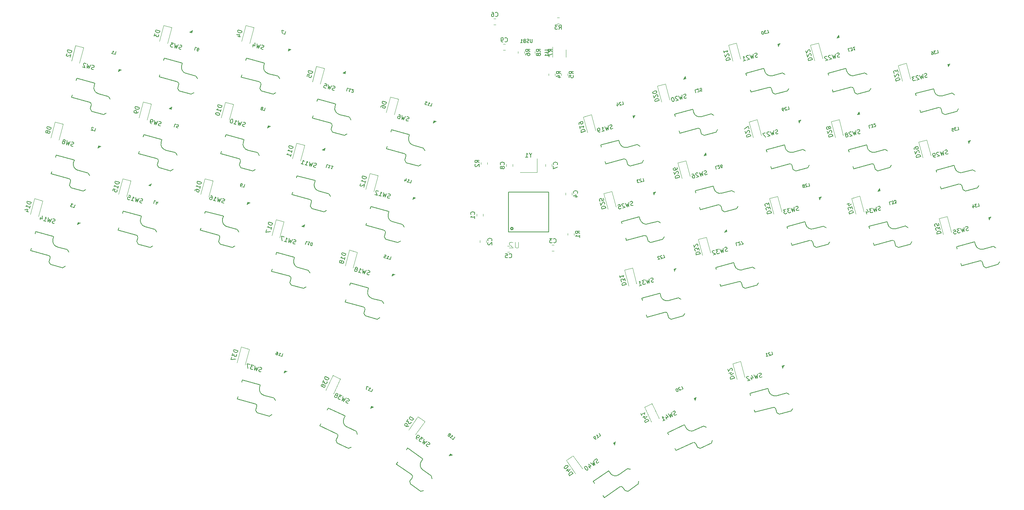
<source format=gbr>
G04 #@! TF.GenerationSoftware,KiCad,Pcbnew,(5.1.9)-1*
G04 #@! TF.CreationDate,2021-04-12T00:24:37-07:00*
G04 #@! TF.ProjectId,euclid36,6575636c-6964-4333-962e-6b696361645f,1.2*
G04 #@! TF.SameCoordinates,PX2faf080PY2faf080*
G04 #@! TF.FileFunction,Legend,Bot*
G04 #@! TF.FilePolarity,Positive*
%FSLAX46Y46*%
G04 Gerber Fmt 4.6, Leading zero omitted, Abs format (unit mm)*
G04 Created by KiCad (PCBNEW (5.1.9)-1) date 2021-04-12 00:24:37*
%MOMM*%
%LPD*%
G01*
G04 APERTURE LIST*
%ADD10C,0.203200*%
%ADD11C,0.254000*%
%ADD12C,0.120000*%
%ADD13C,0.150000*%
%ADD14C,0.100000*%
%ADD15C,0.050000*%
G04 APERTURE END LIST*
D10*
X96838000Y-30492000D02*
X106438000Y-30492000D01*
X106438000Y-30492000D02*
X106438000Y-20892000D01*
X106438000Y-20892000D02*
X96838000Y-20892000D01*
X96838000Y-20892000D02*
X96838000Y-30492000D01*
D11*
X97920700Y-29692000D02*
G75*
G03*
X97920700Y-29692000I-282700J0D01*
G01*
D12*
X107394000Y11508000D02*
X107394000Y13958000D01*
X110614000Y13308000D02*
X110614000Y11508000D01*
X101665000Y12434936D02*
X101665000Y12889064D01*
X103135000Y12434936D02*
X103135000Y12889064D01*
X104459000Y12434936D02*
X104459000Y12889064D01*
X105929000Y12434936D02*
X105929000Y12889064D01*
X99125000Y12434936D02*
X99125000Y12889064D01*
X100595000Y12434936D02*
X100595000Y12889064D01*
X109539000Y7100936D02*
X109539000Y7555064D01*
X111009000Y7100936D02*
X111009000Y7555064D01*
X106491000Y7100936D02*
X106491000Y7555064D01*
X107961000Y7100936D02*
X107961000Y7555064D01*
X108522936Y21017000D02*
X108977064Y21017000D01*
X108522936Y19547000D02*
X108977064Y19547000D01*
X96057252Y13197000D02*
X95534748Y13197000D01*
X96057252Y14667000D02*
X95534748Y14667000D01*
X93771252Y19293000D02*
X93248748Y19293000D01*
X93771252Y20763000D02*
X93248748Y20763000D01*
X103638000Y-12866000D02*
X103638000Y-16166000D01*
X103638000Y-16166000D02*
X99638000Y-16166000D01*
X90235000Y-13780936D02*
X90235000Y-14235064D01*
X91705000Y-13780936D02*
X91705000Y-14235064D01*
X112533000Y-31253064D02*
X112533000Y-30798936D01*
X111063000Y-31253064D02*
X111063000Y-30798936D01*
D13*
X33893918Y11234919D02*
X33764508Y10751956D01*
X38240584Y10070233D02*
X33893918Y11234919D01*
X38059411Y9394085D02*
X38240584Y10070233D01*
X40370200Y2563254D02*
X37472422Y3339711D01*
X40982572Y2916807D02*
X40370200Y2563254D01*
X41888439Y6297547D02*
X41534885Y6909920D01*
X32677468Y6695067D02*
X37024134Y5530381D01*
X37377688Y4918009D02*
X37118869Y3952083D01*
X37472422Y3339711D02*
X37118869Y3952083D01*
X41534885Y6909920D02*
X39120071Y7556967D01*
X32832760Y7274623D02*
X32677468Y6695067D01*
X37024135Y5530382D02*
G75*
G02*
X37377688Y4918009I-129410J-482963D01*
G01*
X39120070Y7556968D02*
G75*
G02*
X38059411Y9394085I388229J1448888D01*
G01*
D14*
G36*
X202784632Y9924618D02*
G01*
X202205076Y9769327D01*
X202360368Y9189771D01*
X202784632Y9924618D01*
G37*
X202784632Y9924618D02*
X202205076Y9769327D01*
X202360368Y9189771D01*
X202784632Y9924618D01*
G36*
X207715134Y-8476268D02*
G01*
X207135578Y-8631559D01*
X207290870Y-9211115D01*
X207715134Y-8476268D01*
G37*
X207715134Y-8476268D02*
X207135578Y-8631559D01*
X207290870Y-9211115D01*
X207715134Y-8476268D01*
G36*
X212645636Y-26877154D02*
G01*
X212066080Y-27032445D01*
X212221372Y-27612001D01*
X212645636Y-26877154D01*
G37*
X212645636Y-26877154D02*
X212066080Y-27032445D01*
X212221372Y-27612001D01*
X212645636Y-26877154D01*
G36*
X185481272Y-20738645D02*
G01*
X186060828Y-20583354D01*
X185905536Y-20003798D01*
X185481272Y-20738645D01*
G37*
X185481272Y-20738645D02*
X186060828Y-20583354D01*
X185905536Y-20003798D01*
X185481272Y-20738645D01*
G36*
X180550770Y-2337759D02*
G01*
X181130326Y-2182468D01*
X180975034Y-1602912D01*
X180550770Y-2337759D01*
G37*
X180550770Y-2337759D02*
X181130326Y-2182468D01*
X180975034Y-1602912D01*
X180550770Y-2337759D01*
G36*
X175620268Y16063127D02*
G01*
X176199824Y16218418D01*
X176044532Y16797974D01*
X175620268Y16063127D01*
G37*
X175620268Y16063127D02*
X176199824Y16218418D01*
X176044532Y16797974D01*
X175620268Y16063127D01*
G36*
X162038459Y14784322D02*
G01*
X161458903Y14629031D01*
X161614195Y14049475D01*
X162038459Y14784322D01*
G37*
X162038459Y14784322D02*
X161458903Y14629031D01*
X161614195Y14049475D01*
X162038459Y14784322D01*
G36*
X166968961Y-3616564D02*
G01*
X166389405Y-3771855D01*
X166544697Y-4351411D01*
X166968961Y-3616564D01*
G37*
X166968961Y-3616564D02*
X166389405Y-3771855D01*
X166544697Y-4351411D01*
X166968961Y-3616564D01*
G36*
X171899463Y-22017450D02*
G01*
X171319907Y-22172741D01*
X171475199Y-22752297D01*
X171899463Y-22017450D01*
G37*
X171899463Y-22017450D02*
X171319907Y-22172741D01*
X171475199Y-22752297D01*
X171899463Y-22017450D01*
G36*
X148679500Y-30599649D02*
G01*
X149259056Y-30444358D01*
X149103764Y-29864802D01*
X148679500Y-30599649D01*
G37*
X148679500Y-30599649D02*
X149259056Y-30444358D01*
X149103764Y-29864802D01*
X148679500Y-30599649D01*
G36*
X143748998Y-12198763D02*
G01*
X144328554Y-12043472D01*
X144173262Y-11463916D01*
X143748998Y-12198763D01*
G37*
X143748998Y-12198763D02*
X144328554Y-12043472D01*
X144173262Y-11463916D01*
X143748998Y-12198763D01*
G36*
X138818496Y6202123D02*
G01*
X139398052Y6357414D01*
X139242760Y6936970D01*
X138818496Y6202123D01*
G37*
X138818496Y6202123D02*
X139398052Y6357414D01*
X139242760Y6936970D01*
X138818496Y6202123D01*
G36*
X127208888Y-2437037D02*
G01*
X126629332Y-2592328D01*
X126784624Y-3171884D01*
X127208888Y-2437037D01*
G37*
X127208888Y-2437037D02*
X126629332Y-2592328D01*
X126784624Y-3171884D01*
X127208888Y-2437037D01*
G36*
X132139390Y-20837923D02*
G01*
X131559834Y-20993214D01*
X131715126Y-21572770D01*
X132139390Y-20837923D01*
G37*
X132139390Y-20837923D02*
X131559834Y-20993214D01*
X131715126Y-21572770D01*
X132139390Y-20837923D01*
G36*
X137069892Y-39238809D02*
G01*
X136490336Y-39394100D01*
X136645628Y-39973656D01*
X137069892Y-39238809D01*
G37*
X137069892Y-39238809D02*
X136490336Y-39394100D01*
X136645628Y-39973656D01*
X137069892Y-39238809D01*
G36*
X163030882Y-62522999D02*
G01*
X162451326Y-62678290D01*
X162606618Y-63257846D01*
X163030882Y-62522999D01*
G37*
X163030882Y-62522999D02*
X162451326Y-62678290D01*
X162606618Y-63257846D01*
X163030882Y-62522999D01*
G36*
X141875753Y-70244557D02*
G01*
X141331969Y-70498128D01*
X141585540Y-71041912D01*
X141875753Y-70244557D01*
G37*
X141875753Y-70244557D02*
X141331969Y-70498128D01*
X141585540Y-71041912D01*
X141875753Y-70244557D01*
G36*
X122436067Y-80904487D02*
G01*
X121944576Y-81248633D01*
X122288721Y-81740124D01*
X122436067Y-80904487D01*
G37*
X122436067Y-80904487D02*
X121944576Y-81248633D01*
X122288721Y-81740124D01*
X122436067Y-80904487D01*
G36*
X83382781Y-84116515D02*
G01*
X82891289Y-83772369D01*
X82547144Y-84263860D01*
X83382781Y-84116515D01*
G37*
X83382781Y-84116515D02*
X82891289Y-83772369D01*
X82547144Y-84263860D01*
X83382781Y-84116515D01*
G36*
X64431166Y-72611219D02*
G01*
X63887382Y-72357648D01*
X63633811Y-72901433D01*
X64431166Y-72611219D01*
G37*
X64431166Y-72611219D02*
X63887382Y-72357648D01*
X63633811Y-72901433D01*
X64431166Y-72611219D01*
G36*
X43609899Y-63972385D02*
G01*
X43030343Y-63817094D01*
X42875052Y-64396650D01*
X43609899Y-63972385D01*
G37*
X43609899Y-63972385D02*
X43030343Y-63817094D01*
X42875052Y-64396650D01*
X43609899Y-63972385D01*
G36*
X69570889Y-40688195D02*
G01*
X68991333Y-40532904D01*
X68836042Y-41112460D01*
X69570889Y-40688195D01*
G37*
X69570889Y-40688195D02*
X68991333Y-40532904D01*
X68836042Y-41112460D01*
X69570889Y-40688195D01*
G36*
X74501391Y-22287309D02*
G01*
X73921835Y-22132018D01*
X73766544Y-22711574D01*
X74501391Y-22287309D01*
G37*
X74501391Y-22287309D02*
X73921835Y-22132018D01*
X73766544Y-22711574D01*
X74501391Y-22287309D01*
G36*
X79431893Y-3886423D02*
G01*
X78852337Y-3731132D01*
X78697046Y-4310688D01*
X79431893Y-3886423D01*
G37*
X79431893Y-3886423D02*
X78852337Y-3731132D01*
X78697046Y-4310688D01*
X79431893Y-3886423D01*
G36*
X57003915Y7651509D02*
G01*
X57583471Y7496218D01*
X57738762Y8075774D01*
X57003915Y7651509D01*
G37*
X57003915Y7651509D02*
X57583471Y7496218D01*
X57738762Y8075774D01*
X57003915Y7651509D01*
G36*
X52073413Y-10749377D02*
G01*
X52652969Y-10904668D01*
X52808260Y-10325112D01*
X52073413Y-10749377D01*
G37*
X52073413Y-10749377D02*
X52652969Y-10904668D01*
X52808260Y-10325112D01*
X52073413Y-10749377D01*
G36*
X47142911Y-29150263D02*
G01*
X47722467Y-29305554D01*
X47877758Y-28725998D01*
X47142911Y-29150263D01*
G37*
X47142911Y-29150263D02*
X47722467Y-29305554D01*
X47877758Y-28725998D01*
X47142911Y-29150263D01*
G36*
X34741318Y-23466836D02*
G01*
X34161762Y-23311545D01*
X34006471Y-23891101D01*
X34741318Y-23466836D01*
G37*
X34741318Y-23466836D02*
X34161762Y-23311545D01*
X34006471Y-23891101D01*
X34741318Y-23466836D01*
G36*
X39671820Y-5065950D02*
G01*
X39092264Y-4910659D01*
X38936973Y-5490215D01*
X39671820Y-5065950D01*
G37*
X39671820Y-5065950D02*
X39092264Y-4910659D01*
X38936973Y-5490215D01*
X39671820Y-5065950D01*
G36*
X44602322Y13334936D02*
G01*
X44022766Y13490227D01*
X43867475Y12910671D01*
X44602322Y13334936D01*
G37*
X44602322Y13334936D02*
X44022766Y13490227D01*
X43867475Y12910671D01*
X44602322Y13334936D01*
G36*
X20202143Y17512513D02*
G01*
X20781699Y17357222D01*
X20936990Y17936778D01*
X20202143Y17512513D01*
G37*
X20202143Y17512513D02*
X20781699Y17357222D01*
X20936990Y17936778D01*
X20202143Y17512513D01*
G36*
X15271641Y-888373D02*
G01*
X15851197Y-1043664D01*
X16006488Y-464108D01*
X15271641Y-888373D01*
G37*
X15271641Y-888373D02*
X15851197Y-1043664D01*
X16006488Y-464108D01*
X15271641Y-888373D01*
G36*
X10341139Y-19289259D02*
G01*
X10920695Y-19444550D01*
X11075986Y-18864994D01*
X10341139Y-19289259D01*
G37*
X10341139Y-19289259D02*
X10920695Y-19444550D01*
X11075986Y-18864994D01*
X10341139Y-19289259D01*
G36*
X-6004855Y-28326541D02*
G01*
X-6584411Y-28171250D01*
X-6739702Y-28750806D01*
X-6004855Y-28326541D01*
G37*
X-6004855Y-28326541D02*
X-6584411Y-28171250D01*
X-6739702Y-28750806D01*
X-6004855Y-28326541D01*
G36*
X-1074353Y-9925655D02*
G01*
X-1653909Y-9770364D01*
X-1809200Y-10349920D01*
X-1074353Y-9925655D01*
G37*
X-1074353Y-9925655D02*
X-1653909Y-9770364D01*
X-1809200Y-10349920D01*
X-1074353Y-9925655D01*
G36*
X3856149Y8475231D02*
G01*
X3276593Y8630522D01*
X3121302Y8050966D01*
X3856149Y8475231D01*
G37*
X3856149Y8475231D02*
X3276593Y8630522D01*
X3121302Y8050966D01*
X3856149Y8475231D01*
D13*
X154806748Y-69260622D02*
X154936157Y-69743585D01*
X159153414Y-68095936D02*
X154806748Y-69260622D01*
X159334587Y-68772084D02*
X159153414Y-68095936D01*
X164751205Y-73532363D02*
X161853427Y-74308820D01*
X165104758Y-72919991D02*
X164751205Y-73532363D01*
X164198892Y-69539250D02*
X163586519Y-69185697D01*
X156023197Y-73800473D02*
X160369864Y-72635788D01*
X160982236Y-72989341D02*
X161241055Y-73955267D01*
X161853427Y-74308820D02*
X161241055Y-73955267D01*
X163586519Y-69185697D02*
X161171705Y-69832745D01*
X155867906Y-73220918D02*
X156023197Y-73800473D01*
X160369863Y-72635788D02*
G75*
G02*
X160982236Y-72989341I129410J-482963D01*
G01*
X161171704Y-69832745D02*
G75*
G02*
X159334587Y-68772084I-388228J1448889D01*
G01*
X135022773Y-78736790D02*
X135234082Y-79189943D01*
X139101158Y-76835007D02*
X135022773Y-78736790D01*
X139396991Y-77469423D02*
X139101158Y-76835007D01*
X145557931Y-81216796D02*
X142839008Y-82484651D01*
X145799776Y-80552333D02*
X145557931Y-81216796D01*
X144320612Y-77380256D02*
X143656149Y-77138411D01*
X137009079Y-82996436D02*
X141087464Y-81094654D01*
X141751927Y-81336499D02*
X142174545Y-82242806D01*
X142839008Y-82484651D02*
X142174545Y-82242806D01*
X143656149Y-77138411D02*
X141390380Y-78194957D01*
X136755508Y-82452651D02*
X137009079Y-82996436D01*
X141087464Y-81094654D02*
G75*
G02*
X141751927Y-81336499I211309J-453154D01*
G01*
X141390380Y-78194956D02*
G75*
G02*
X139396991Y-77469423I-633928J1359461D01*
G01*
X117161300Y-90457763D02*
X117448089Y-90867339D01*
X120847485Y-87876669D02*
X117161300Y-90457763D01*
X121248988Y-88450076D02*
X120847485Y-87876669D01*
X127967055Y-91070682D02*
X125509599Y-92791411D01*
X128089843Y-90374318D02*
X127967055Y-91070682D01*
X126082325Y-87507286D02*
X125385961Y-87384498D01*
X119857110Y-94307778D02*
X123543294Y-91726684D01*
X124239658Y-91849472D02*
X124813234Y-92668624D01*
X125509599Y-92791411D02*
X124813234Y-92668624D01*
X125385961Y-87384498D02*
X123338081Y-88818439D01*
X119512964Y-93816287D02*
X119857110Y-94307778D01*
X123543294Y-91726684D02*
G75*
G02*
X124239658Y-91849472I286788J-409576D01*
G01*
X123338081Y-88818439D02*
G75*
G02*
X121248988Y-88450076I-860365J1228728D01*
G01*
X72601924Y-82427395D02*
X72315136Y-82836971D01*
X76288108Y-85008489D02*
X72601924Y-82427395D01*
X75886605Y-85581895D02*
X76288108Y-85008489D01*
X75721754Y-92791113D02*
X73264298Y-91070384D01*
X76418119Y-92668326D02*
X75721754Y-92791113D01*
X78425636Y-89801293D02*
X78302848Y-89104929D01*
X69906115Y-86277410D02*
X73592299Y-88858504D01*
X73715087Y-89554868D02*
X73141510Y-90374020D01*
X73264298Y-91070384D02*
X73141510Y-90374020D01*
X78302848Y-89104929D02*
X76254968Y-87670988D01*
X70250261Y-85785918D02*
X69906115Y-86277410D01*
X73592299Y-88858504D02*
G75*
G02*
X73715087Y-89554868I-286788J-409576D01*
G01*
X76254968Y-87670988D02*
G75*
G02*
X75886605Y-85581895I860365J1228728D01*
G01*
X53520783Y-72819837D02*
X53309474Y-73272991D01*
X57599168Y-74721619D02*
X53520783Y-72819837D01*
X57303335Y-75356034D02*
X57599168Y-74721619D01*
X58392857Y-82484354D02*
X55673934Y-81216499D01*
X59057320Y-82242509D02*
X58392857Y-82484354D01*
X60536484Y-79070432D02*
X60294639Y-78405969D01*
X51534477Y-77079483D02*
X55612862Y-78981266D01*
X55854707Y-79645729D02*
X55432089Y-80552036D01*
X55673934Y-81216499D02*
X55432089Y-80552036D01*
X60294639Y-78405969D02*
X58028870Y-77349424D01*
X51788048Y-76535699D02*
X51534477Y-77079483D01*
X55612862Y-78981266D02*
G75*
G02*
X55854707Y-79645729I-211309J-453154D01*
G01*
X58028869Y-77349424D02*
G75*
G02*
X57303335Y-75356034I633928J1359462D01*
G01*
X32901495Y-66072402D02*
X32772085Y-66555365D01*
X37248161Y-67237088D02*
X32901495Y-66072402D01*
X37066988Y-67913236D02*
X37248161Y-67237088D01*
X39377777Y-74744067D02*
X36479999Y-73967610D01*
X39990149Y-74390514D02*
X39377777Y-74744067D01*
X40896016Y-71009774D02*
X40542462Y-70397401D01*
X31685045Y-70612254D02*
X36031711Y-71776940D01*
X36385265Y-72389312D02*
X36126446Y-73355238D01*
X36479999Y-73967610D02*
X36126446Y-73355238D01*
X40542462Y-70397401D02*
X38127648Y-69750354D01*
X31840337Y-70032698D02*
X31685045Y-70612254D01*
X36031712Y-71776939D02*
G75*
G02*
X36385265Y-72389312I-129410J-482963D01*
G01*
X38127647Y-69750353D02*
G75*
G02*
X37066988Y-67913236I388229J1448888D01*
G01*
X204421894Y-34050024D02*
X204551303Y-34532987D01*
X208768560Y-32885338D02*
X204421894Y-34050024D01*
X208949733Y-33561486D02*
X208768560Y-32885338D01*
X214366351Y-38321765D02*
X211468573Y-39098222D01*
X214719904Y-37709393D02*
X214366351Y-38321765D01*
X213814038Y-34328652D02*
X213201665Y-33975099D01*
X205638343Y-38589875D02*
X209985010Y-37425190D01*
X210597382Y-37778743D02*
X210856201Y-38744669D01*
X211468573Y-39098222D02*
X210856201Y-38744669D01*
X213201665Y-33975099D02*
X210786851Y-34622147D01*
X205483052Y-38010320D02*
X205638343Y-38589875D01*
X209985009Y-37425190D02*
G75*
G02*
X210597382Y-37778743I129410J-482963D01*
G01*
X210786850Y-34622147D02*
G75*
G02*
X208949733Y-33561486I-388228J1448889D01*
G01*
X183391408Y-29166721D02*
X183520817Y-29649684D01*
X187738074Y-28002035D02*
X183391408Y-29166721D01*
X187919247Y-28678183D02*
X187738074Y-28002035D01*
X193335865Y-33438462D02*
X190438087Y-34214919D01*
X193689418Y-32826090D02*
X193335865Y-33438462D01*
X192783552Y-29445349D02*
X192171179Y-29091796D01*
X184607857Y-33706572D02*
X188954524Y-32541887D01*
X189566896Y-32895440D02*
X189825715Y-33861366D01*
X190438087Y-34214919D02*
X189825715Y-33861366D01*
X192171179Y-29091796D02*
X189756365Y-29738844D01*
X184452566Y-33127017D02*
X184607857Y-33706572D01*
X188954523Y-32541887D02*
G75*
G02*
X189566896Y-32895440I129410J-482963D01*
G01*
X189756364Y-29738844D02*
G75*
G02*
X187919247Y-28678183I-388228J1448889D01*
G01*
X163675721Y-29190320D02*
X163805130Y-29673283D01*
X168022387Y-28025634D02*
X163675721Y-29190320D01*
X168203560Y-28701782D02*
X168022387Y-28025634D01*
X173620178Y-33462061D02*
X170722400Y-34238518D01*
X173973731Y-32849689D02*
X173620178Y-33462061D01*
X173067865Y-29468948D02*
X172455492Y-29115395D01*
X164892170Y-33730171D02*
X169238837Y-32565486D01*
X169851209Y-32919039D02*
X170110028Y-33884965D01*
X170722400Y-34238518D02*
X170110028Y-33884965D01*
X172455492Y-29115395D02*
X170040678Y-29762443D01*
X164736879Y-33150616D02*
X164892170Y-33730171D01*
X169238836Y-32565486D02*
G75*
G02*
X169851209Y-32919039I129410J-482963D01*
G01*
X170040677Y-29762443D02*
G75*
G02*
X168203560Y-28701782I-388228J1448889D01*
G01*
X146589636Y-39027725D02*
X146719045Y-39510688D01*
X150936302Y-37863039D02*
X146589636Y-39027725D01*
X151117475Y-38539187D02*
X150936302Y-37863039D01*
X156534093Y-43299466D02*
X153636315Y-44075923D01*
X156887646Y-42687094D02*
X156534093Y-43299466D01*
X155981780Y-39306353D02*
X155369407Y-38952800D01*
X147806085Y-43567576D02*
X152152752Y-42402891D01*
X152765124Y-42756444D02*
X153023943Y-43722370D01*
X153636315Y-44075923D02*
X153023943Y-43722370D01*
X155369407Y-38952800D02*
X152954593Y-39599848D01*
X147650794Y-42988021D02*
X147806085Y-43567576D01*
X152152751Y-42402891D02*
G75*
G02*
X152765124Y-42756444I129410J-482963D01*
G01*
X152954592Y-39599848D02*
G75*
G02*
X151117475Y-38539187I-388228J1448889D01*
G01*
X128846150Y-46411679D02*
X128975559Y-46894642D01*
X133192816Y-45246993D02*
X128846150Y-46411679D01*
X133373989Y-45923141D02*
X133192816Y-45246993D01*
X138790607Y-50683420D02*
X135892829Y-51459877D01*
X139144160Y-50071048D02*
X138790607Y-50683420D01*
X138238294Y-46690307D02*
X137625921Y-46336754D01*
X130062599Y-50951530D02*
X134409266Y-49786845D01*
X135021638Y-50140398D02*
X135280457Y-51106324D01*
X135892829Y-51459877D02*
X135280457Y-51106324D01*
X137625921Y-46336754D02*
X135211107Y-46983802D01*
X129907308Y-50371975D02*
X130062599Y-50951530D01*
X134409265Y-49786845D02*
G75*
G02*
X135021638Y-50140398I129410J-482963D01*
G01*
X135211106Y-46983802D02*
G75*
G02*
X133373989Y-45923141I-388228J1448889D01*
G01*
X199491392Y-15649138D02*
X199620801Y-16132101D01*
X203838058Y-14484452D02*
X199491392Y-15649138D01*
X204019231Y-15160600D02*
X203838058Y-14484452D01*
X209435849Y-19920879D02*
X206538071Y-20697336D01*
X209789402Y-19308507D02*
X209435849Y-19920879D01*
X208883536Y-15927766D02*
X208271163Y-15574213D01*
X200707841Y-20188989D02*
X205054508Y-19024304D01*
X205666880Y-19377857D02*
X205925699Y-20343783D01*
X206538071Y-20697336D02*
X205925699Y-20343783D01*
X208271163Y-15574213D02*
X205856349Y-16221261D01*
X200552550Y-19609434D02*
X200707841Y-20188989D01*
X205054507Y-19024304D02*
G75*
G02*
X205666880Y-19377857I129410J-482963D01*
G01*
X205856348Y-16221261D02*
G75*
G02*
X204019231Y-15160600I-388228J1448889D01*
G01*
X178460906Y-10765835D02*
X178590315Y-11248798D01*
X182807572Y-9601149D02*
X178460906Y-10765835D01*
X182988745Y-10277297D02*
X182807572Y-9601149D01*
X188405363Y-15037576D02*
X185507585Y-15814033D01*
X188758916Y-14425204D02*
X188405363Y-15037576D01*
X187853050Y-11044463D02*
X187240677Y-10690910D01*
X179677355Y-15305686D02*
X184024022Y-14141001D01*
X184636394Y-14494554D02*
X184895213Y-15460480D01*
X185507585Y-15814033D02*
X184895213Y-15460480D01*
X187240677Y-10690910D02*
X184825863Y-11337958D01*
X179522064Y-14726131D02*
X179677355Y-15305686D01*
X184024021Y-14141001D02*
G75*
G02*
X184636394Y-14494554I129410J-482963D01*
G01*
X184825862Y-11337958D02*
G75*
G02*
X182988745Y-10277297I-388228J1448889D01*
G01*
X158745219Y-10789434D02*
X158874628Y-11272397D01*
X163091885Y-9624748D02*
X158745219Y-10789434D01*
X163273058Y-10300896D02*
X163091885Y-9624748D01*
X168689676Y-15061175D02*
X165791898Y-15837632D01*
X169043229Y-14448803D02*
X168689676Y-15061175D01*
X168137363Y-11068062D02*
X167524990Y-10714509D01*
X159961668Y-15329285D02*
X164308335Y-14164600D01*
X164920707Y-14518153D02*
X165179526Y-15484079D01*
X165791898Y-15837632D02*
X165179526Y-15484079D01*
X167524990Y-10714509D02*
X165110176Y-11361557D01*
X159806377Y-14749730D02*
X159961668Y-15329285D01*
X164308334Y-14164600D02*
G75*
G02*
X164920707Y-14518153I129410J-482963D01*
G01*
X165110175Y-11361557D02*
G75*
G02*
X163273058Y-10300896I-388228J1448889D01*
G01*
X141659134Y-20626839D02*
X141788543Y-21109802D01*
X146005800Y-19462153D02*
X141659134Y-20626839D01*
X146186973Y-20138301D02*
X146005800Y-19462153D01*
X151603591Y-24898580D02*
X148705813Y-25675037D01*
X151957144Y-24286208D02*
X151603591Y-24898580D01*
X151051278Y-20905467D02*
X150438905Y-20551914D01*
X142875583Y-25166690D02*
X147222250Y-24002005D01*
X147834622Y-24355558D02*
X148093441Y-25321484D01*
X148705813Y-25675037D02*
X148093441Y-25321484D01*
X150438905Y-20551914D02*
X148024091Y-21198962D01*
X142720292Y-24587135D02*
X142875583Y-25166690D01*
X147222249Y-24002005D02*
G75*
G02*
X147834622Y-24355558I129410J-482963D01*
G01*
X148024090Y-21198962D02*
G75*
G02*
X146186973Y-20138301I-388228J1448889D01*
G01*
X123915648Y-28010793D02*
X124045057Y-28493756D01*
X128262314Y-26846107D02*
X123915648Y-28010793D01*
X128443487Y-27522255D02*
X128262314Y-26846107D01*
X133860105Y-32282534D02*
X130962327Y-33058991D01*
X134213658Y-31670162D02*
X133860105Y-32282534D01*
X133307792Y-28289421D02*
X132695419Y-27935868D01*
X125132097Y-32550644D02*
X129478764Y-31385959D01*
X130091136Y-31739512D02*
X130349955Y-32705438D01*
X130962327Y-33058991D02*
X130349955Y-32705438D01*
X132695419Y-27935868D02*
X130280605Y-28582916D01*
X124976806Y-31971089D02*
X125132097Y-32550644D01*
X129478763Y-31385959D02*
G75*
G02*
X130091136Y-31739512I129410J-482963D01*
G01*
X130280604Y-28582916D02*
G75*
G02*
X128443487Y-27522255I-388228J1448889D01*
G01*
X194560890Y2751748D02*
X194690299Y2268785D01*
X198907556Y3916434D02*
X194560890Y2751748D01*
X199088729Y3240286D02*
X198907556Y3916434D01*
X204505347Y-1519993D02*
X201607569Y-2296450D01*
X204858900Y-907621D02*
X204505347Y-1519993D01*
X203953034Y2473120D02*
X203340661Y2826673D01*
X195777339Y-1788103D02*
X200124006Y-623418D01*
X200736378Y-976971D02*
X200995197Y-1942897D01*
X201607569Y-2296450D02*
X200995197Y-1942897D01*
X203340661Y2826673D02*
X200925847Y2179625D01*
X195622048Y-1208548D02*
X195777339Y-1788103D01*
X200124005Y-623418D02*
G75*
G02*
X200736378Y-976971I129410J-482963D01*
G01*
X200925846Y2179625D02*
G75*
G02*
X199088729Y3240286I-388228J1448889D01*
G01*
X173530404Y7635051D02*
X173659813Y7152088D01*
X177877070Y8799737D02*
X173530404Y7635051D01*
X178058243Y8123589D02*
X177877070Y8799737D01*
X183474861Y3363310D02*
X180577083Y2586853D01*
X183828414Y3975682D02*
X183474861Y3363310D01*
X182922548Y7356423D02*
X182310175Y7709976D01*
X174746853Y3095200D02*
X179093520Y4259885D01*
X179705892Y3906332D02*
X179964711Y2940406D01*
X180577083Y2586853D02*
X179964711Y2940406D01*
X182310175Y7709976D02*
X179895361Y7062928D01*
X174591562Y3674755D02*
X174746853Y3095200D01*
X179093519Y4259885D02*
G75*
G02*
X179705892Y3906332I129410J-482963D01*
G01*
X179895360Y7062928D02*
G75*
G02*
X178058243Y8123589I-388228J1448889D01*
G01*
X153814717Y7611452D02*
X153944126Y7128489D01*
X158161383Y8776138D02*
X153814717Y7611452D01*
X158342556Y8099990D02*
X158161383Y8776138D01*
X163759174Y3339711D02*
X160861396Y2563254D01*
X164112727Y3952083D02*
X163759174Y3339711D01*
X163206861Y7332824D02*
X162594488Y7686377D01*
X155031166Y3071601D02*
X159377833Y4236286D01*
X159990205Y3882733D02*
X160249024Y2916807D01*
X160861396Y2563254D02*
X160249024Y2916807D01*
X162594488Y7686377D02*
X160179674Y7039329D01*
X154875875Y3651156D02*
X155031166Y3071601D01*
X159377832Y4236286D02*
G75*
G02*
X159990205Y3882733I129410J-482963D01*
G01*
X160179673Y7039329D02*
G75*
G02*
X158342556Y8099990I-388228J1448889D01*
G01*
X136728632Y-2225953D02*
X136858041Y-2708916D01*
X141075298Y-1061267D02*
X136728632Y-2225953D01*
X141256471Y-1737415D02*
X141075298Y-1061267D01*
X146673089Y-6497694D02*
X143775311Y-7274151D01*
X147026642Y-5885322D02*
X146673089Y-6497694D01*
X146120776Y-2504581D02*
X145508403Y-2151028D01*
X137945081Y-6765804D02*
X142291748Y-5601119D01*
X142904120Y-5954672D02*
X143162939Y-6920598D01*
X143775311Y-7274151D02*
X143162939Y-6920598D01*
X145508403Y-2151028D02*
X143093589Y-2798076D01*
X137789790Y-6186249D02*
X137945081Y-6765804D01*
X142291747Y-5601119D02*
G75*
G02*
X142904120Y-5954672I129410J-482963D01*
G01*
X143093588Y-2798076D02*
G75*
G02*
X141256471Y-1737415I-388228J1448889D01*
G01*
X118985146Y-9609907D02*
X119114555Y-10092870D01*
X123331812Y-8445221D02*
X118985146Y-9609907D01*
X123512985Y-9121369D02*
X123331812Y-8445221D01*
X128929603Y-13881648D02*
X126031825Y-14658105D01*
X129283156Y-13269276D02*
X128929603Y-13881648D01*
X128377290Y-9888535D02*
X127764917Y-9534982D01*
X120201595Y-14149758D02*
X124548262Y-12985073D01*
X125160634Y-13338626D02*
X125419453Y-14304552D01*
X126031825Y-14658105D02*
X125419453Y-14304552D01*
X127764917Y-9534982D02*
X125350103Y-10182030D01*
X120046304Y-13570203D02*
X120201595Y-14149758D01*
X124548261Y-12985073D02*
G75*
G02*
X125160634Y-13338626I129410J-482963D01*
G01*
X125350102Y-10182030D02*
G75*
G02*
X123512985Y-9121369I-388228J1448889D01*
G01*
X58862485Y-42788212D02*
X58733075Y-43271175D01*
X63209151Y-43952898D02*
X58862485Y-42788212D01*
X63027978Y-44629046D02*
X63209151Y-43952898D01*
X65338767Y-51459877D02*
X62440989Y-50683420D01*
X65951139Y-51106324D02*
X65338767Y-51459877D01*
X66857006Y-47725584D02*
X66503452Y-47113211D01*
X57646035Y-47328064D02*
X61992701Y-48492750D01*
X62346255Y-49105122D02*
X62087436Y-50071048D01*
X62440989Y-50683420D02*
X62087436Y-50071048D01*
X66503452Y-47113211D02*
X64088638Y-46466164D01*
X57801327Y-46748508D02*
X57646035Y-47328064D01*
X61992702Y-48492749D02*
G75*
G02*
X62346255Y-49105122I-129410J-482963D01*
G01*
X64088637Y-46466163D02*
G75*
G02*
X63027978Y-44629046I388229J1448888D01*
G01*
X41118999Y-35404258D02*
X40989589Y-35887221D01*
X45465665Y-36568944D02*
X41118999Y-35404258D01*
X45284492Y-37245092D02*
X45465665Y-36568944D01*
X47595281Y-44075923D02*
X44697503Y-43299466D01*
X48207653Y-43722370D02*
X47595281Y-44075923D01*
X49113520Y-40341630D02*
X48759966Y-39729257D01*
X39902549Y-39944110D02*
X44249215Y-41108796D01*
X44602769Y-41721168D02*
X44343950Y-42687094D01*
X44697503Y-43299466D02*
X44343950Y-42687094D01*
X48759966Y-39729257D02*
X46345152Y-39082210D01*
X40057841Y-39364554D02*
X39902549Y-39944110D01*
X44249216Y-41108795D02*
G75*
G02*
X44602769Y-41721168I-129410J-482963D01*
G01*
X46345151Y-39082209D02*
G75*
G02*
X45284492Y-37245092I388229J1448888D01*
G01*
X24032914Y-25566853D02*
X23903504Y-26049816D01*
X28379580Y-26731539D02*
X24032914Y-25566853D01*
X28198407Y-27407687D02*
X28379580Y-26731539D01*
X30509196Y-34238518D02*
X27611418Y-33462061D01*
X31121568Y-33884965D02*
X30509196Y-34238518D01*
X32027435Y-30504225D02*
X31673881Y-29891852D01*
X22816464Y-30106705D02*
X27163130Y-31271391D01*
X27516684Y-31883763D02*
X27257865Y-32849689D01*
X27611418Y-33462061D02*
X27257865Y-32849689D01*
X31673881Y-29891852D02*
X29259067Y-29244805D01*
X22971756Y-29527149D02*
X22816464Y-30106705D01*
X27163131Y-31271390D02*
G75*
G02*
X27516684Y-31883763I-129410J-482963D01*
G01*
X29259066Y-29244804D02*
G75*
G02*
X28198407Y-27407687I388229J1448888D01*
G01*
X4317227Y-25543254D02*
X4187817Y-26026217D01*
X8663893Y-26707940D02*
X4317227Y-25543254D01*
X8482720Y-27384088D02*
X8663893Y-26707940D01*
X10793509Y-34214919D02*
X7895731Y-33438462D01*
X11405881Y-33861366D02*
X10793509Y-34214919D01*
X12311748Y-30480626D02*
X11958194Y-29868253D01*
X3100777Y-30083106D02*
X7447443Y-31247792D01*
X7800997Y-31860164D02*
X7542178Y-32826090D01*
X7895731Y-33438462D02*
X7542178Y-32826090D01*
X11958194Y-29868253D02*
X9543380Y-29221206D01*
X3256069Y-29503550D02*
X3100777Y-30083106D01*
X7447444Y-31247791D02*
G75*
G02*
X7800997Y-31860164I-129410J-482963D01*
G01*
X9543379Y-29221205D02*
G75*
G02*
X8482720Y-27384088I388229J1448888D01*
G01*
X-16713259Y-30426558D02*
X-16842669Y-30909521D01*
X-12366593Y-31591244D02*
X-16713259Y-30426558D01*
X-12547766Y-32267392D02*
X-12366593Y-31591244D01*
X-10236977Y-39098223D02*
X-13134755Y-38321766D01*
X-9624605Y-38744670D02*
X-10236977Y-39098223D01*
X-8718738Y-35363930D02*
X-9072292Y-34751557D01*
X-17929709Y-34966410D02*
X-13583043Y-36131096D01*
X-13229489Y-36743468D02*
X-13488308Y-37709394D01*
X-13134755Y-38321766D02*
X-13488308Y-37709394D01*
X-9072292Y-34751557D02*
X-11487106Y-34104510D01*
X-17774417Y-34386854D02*
X-17929709Y-34966410D01*
X-13583042Y-36131095D02*
G75*
G02*
X-13229489Y-36743468I-129410J-482963D01*
G01*
X-11487107Y-34104509D02*
G75*
G02*
X-12547766Y-32267392I388229J1448888D01*
G01*
X63792987Y-24387326D02*
X63663577Y-24870289D01*
X68139653Y-25552012D02*
X63792987Y-24387326D01*
X67958480Y-26228160D02*
X68139653Y-25552012D01*
X70269269Y-33058991D02*
X67371491Y-32282534D01*
X70881641Y-32705438D02*
X70269269Y-33058991D01*
X71787508Y-29324698D02*
X71433954Y-28712325D01*
X62576537Y-28927178D02*
X66923203Y-30091864D01*
X67276757Y-30704236D02*
X67017938Y-31670162D01*
X67371491Y-32282534D02*
X67017938Y-31670162D01*
X71433954Y-28712325D02*
X69019140Y-28065278D01*
X62731829Y-28347622D02*
X62576537Y-28927178D01*
X66923204Y-30091863D02*
G75*
G02*
X67276757Y-30704236I-129410J-482963D01*
G01*
X69019139Y-28065277D02*
G75*
G02*
X67958480Y-26228160I388229J1448888D01*
G01*
X46049501Y-17003372D02*
X45920091Y-17486335D01*
X50396167Y-18168058D02*
X46049501Y-17003372D01*
X50214994Y-18844206D02*
X50396167Y-18168058D01*
X52525783Y-25675037D02*
X49628005Y-24898580D01*
X53138155Y-25321484D02*
X52525783Y-25675037D01*
X54044022Y-21940744D02*
X53690468Y-21328371D01*
X44833051Y-21543224D02*
X49179717Y-22707910D01*
X49533271Y-23320282D02*
X49274452Y-24286208D01*
X49628005Y-24898580D02*
X49274452Y-24286208D01*
X53690468Y-21328371D02*
X51275654Y-20681324D01*
X44988343Y-20963668D02*
X44833051Y-21543224D01*
X49179718Y-22707909D02*
G75*
G02*
X49533271Y-23320282I-129410J-482963D01*
G01*
X51275653Y-20681323D02*
G75*
G02*
X50214994Y-18844206I388229J1448888D01*
G01*
X28963416Y-7165967D02*
X28834006Y-7648930D01*
X33310082Y-8330653D02*
X28963416Y-7165967D01*
X33128909Y-9006801D02*
X33310082Y-8330653D01*
X35439698Y-15837632D02*
X32541920Y-15061175D01*
X36052070Y-15484079D02*
X35439698Y-15837632D01*
X36957937Y-12103339D02*
X36604383Y-11490966D01*
X27746966Y-11705819D02*
X32093632Y-12870505D01*
X32447186Y-13482877D02*
X32188367Y-14448803D01*
X32541920Y-15061175D02*
X32188367Y-14448803D01*
X36604383Y-11490966D02*
X34189569Y-10843919D01*
X27902258Y-11126263D02*
X27746966Y-11705819D01*
X32093633Y-12870504D02*
G75*
G02*
X32447186Y-13482877I-129410J-482963D01*
G01*
X34189568Y-10843918D02*
G75*
G02*
X33128909Y-9006801I388229J1448888D01*
G01*
X9247729Y-7142368D02*
X9118319Y-7625331D01*
X13594395Y-8307054D02*
X9247729Y-7142368D01*
X13413222Y-8983202D02*
X13594395Y-8307054D01*
X15724011Y-15814033D02*
X12826233Y-15037576D01*
X16336383Y-15460480D02*
X15724011Y-15814033D01*
X17242250Y-12079740D02*
X16888696Y-11467367D01*
X8031279Y-11682220D02*
X12377945Y-12846906D01*
X12731499Y-13459278D02*
X12472680Y-14425204D01*
X12826233Y-15037576D02*
X12472680Y-14425204D01*
X16888696Y-11467367D02*
X14473882Y-10820320D01*
X8186571Y-11102664D02*
X8031279Y-11682220D01*
X12377946Y-12846905D02*
G75*
G02*
X12731499Y-13459278I-129410J-482963D01*
G01*
X14473881Y-10820319D02*
G75*
G02*
X13413222Y-8983202I388229J1448888D01*
G01*
X-11782757Y-12025672D02*
X-11912167Y-12508635D01*
X-7436091Y-13190358D02*
X-11782757Y-12025672D01*
X-7617264Y-13866506D02*
X-7436091Y-13190358D01*
X-5306475Y-20697337D02*
X-8204253Y-19920880D01*
X-4694103Y-20343784D02*
X-5306475Y-20697337D01*
X-3788236Y-16963044D02*
X-4141790Y-16350671D01*
X-12999207Y-16565524D02*
X-8652541Y-17730210D01*
X-8298987Y-18342582D02*
X-8557806Y-19308508D01*
X-8204253Y-19920880D02*
X-8557806Y-19308508D01*
X-4141790Y-16350671D02*
X-6556604Y-15703624D01*
X-12843915Y-15985968D02*
X-12999207Y-16565524D01*
X-8652540Y-17730209D02*
G75*
G02*
X-8298987Y-18342582I-129410J-482963D01*
G01*
X-6556605Y-15703623D02*
G75*
G02*
X-7617264Y-13866506I388229J1448888D01*
G01*
X68723489Y-5986440D02*
X68594079Y-6469403D01*
X73070155Y-7151126D02*
X68723489Y-5986440D01*
X72888982Y-7827274D02*
X73070155Y-7151126D01*
X75199771Y-14658105D02*
X72301993Y-13881648D01*
X75812143Y-14304552D02*
X75199771Y-14658105D01*
X76718010Y-10923812D02*
X76364456Y-10311439D01*
X67507039Y-10526292D02*
X71853705Y-11690978D01*
X72207259Y-12303350D02*
X71948440Y-13269276D01*
X72301993Y-13881648D02*
X71948440Y-13269276D01*
X76364456Y-10311439D02*
X73949642Y-9664392D01*
X67662331Y-9946736D02*
X67507039Y-10526292D01*
X71853706Y-11690977D02*
G75*
G02*
X72207259Y-12303350I-129410J-482963D01*
G01*
X73949641Y-9664391D02*
G75*
G02*
X72888982Y-7827274I388229J1448888D01*
G01*
X50980003Y1397514D02*
X50850593Y914551D01*
X55326669Y232828D02*
X50980003Y1397514D01*
X55145496Y-443320D02*
X55326669Y232828D01*
X57456285Y-7274151D02*
X54558507Y-6497694D01*
X58068657Y-6920598D02*
X57456285Y-7274151D01*
X58974524Y-3539858D02*
X58620970Y-2927485D01*
X49763553Y-3142338D02*
X54110219Y-4307024D01*
X54463773Y-4919396D02*
X54204954Y-5885322D01*
X54558507Y-6497694D02*
X54204954Y-5885322D01*
X58620970Y-2927485D02*
X56206156Y-2280438D01*
X49918845Y-2562782D02*
X49763553Y-3142338D01*
X54110220Y-4307023D02*
G75*
G02*
X54463773Y-4919396I-129410J-482963D01*
G01*
X56206155Y-2280437D02*
G75*
G02*
X55145496Y-443320I388229J1448888D01*
G01*
X14178231Y11258518D02*
X14048821Y10775555D01*
X18524897Y10093832D02*
X14178231Y11258518D01*
X18343724Y9417684D02*
X18524897Y10093832D01*
X20654513Y2586853D02*
X17756735Y3363310D01*
X21266885Y2940406D02*
X20654513Y2586853D01*
X22172752Y6321146D02*
X21819198Y6933519D01*
X12961781Y6718666D02*
X17308447Y5553980D01*
X17662001Y4941608D02*
X17403182Y3975682D01*
X17756735Y3363310D02*
X17403182Y3975682D01*
X21819198Y6933519D02*
X19404384Y7580566D01*
X13117073Y7298222D02*
X12961781Y6718666D01*
X17308448Y5553981D02*
G75*
G02*
X17662001Y4941608I-129410J-482963D01*
G01*
X19404383Y7580567D02*
G75*
G02*
X18343724Y9417684I388229J1448888D01*
G01*
X-6852255Y6375214D02*
X-6981665Y5892251D01*
X-2505589Y5210528D02*
X-6852255Y6375214D01*
X-2686762Y4534380D02*
X-2505589Y5210528D01*
X-375973Y-2296451D02*
X-3273751Y-1519994D01*
X236399Y-1942898D02*
X-375973Y-2296451D01*
X1142266Y1437842D02*
X788712Y2050215D01*
X-8068705Y1835362D02*
X-3722039Y670676D01*
X-3368485Y58304D02*
X-3627304Y-907622D01*
X-3273751Y-1519994D02*
X-3627304Y-907622D01*
X788712Y2050215D02*
X-1626102Y2697262D01*
X-7913413Y2414918D02*
X-8068705Y1835362D01*
X-3722038Y670677D02*
G75*
G02*
X-3368485Y58304I-129410J-482963D01*
G01*
X-1626103Y2697263D02*
G75*
G02*
X-2686762Y4534380I388229J1448888D01*
G01*
D12*
X96550748Y-35317000D02*
X97073252Y-35317000D01*
X96550748Y-33847000D02*
X97073252Y-33847000D01*
X96331000Y-14254748D02*
X96331000Y-14777252D01*
X97801000Y-14254748D02*
X97801000Y-14777252D01*
X112025000Y-21635252D02*
X112025000Y-21112748D01*
X110555000Y-21635252D02*
X110555000Y-21112748D01*
X107741252Y-33593000D02*
X107218748Y-33593000D01*
X107741252Y-35063000D02*
X107218748Y-35063000D01*
X107199000Y-14777252D02*
X107199000Y-14254748D01*
X105729000Y-14777252D02*
X105729000Y-14254748D01*
X91451000Y-33065252D02*
X91451000Y-32542748D01*
X89981000Y-33065252D02*
X89981000Y-32542748D01*
X89219000Y-26192748D02*
X89219000Y-26715252D01*
X90689000Y-26192748D02*
X90689000Y-26715252D01*
X-7112412Y14307970D02*
X-8121806Y10540859D01*
X-5180560Y13790332D02*
X-6189955Y10023221D01*
X-7112412Y14307970D02*
X-5180560Y13790332D01*
X14049958Y19112913D02*
X15981810Y18595275D01*
X15981810Y18595275D02*
X14972415Y14828164D01*
X14049958Y19112913D02*
X13040564Y15345802D01*
X33765645Y19089314D02*
X32756251Y15322203D01*
X35697497Y18571676D02*
X34688102Y14804565D01*
X33765645Y19089314D02*
X35697497Y18571676D01*
X50719846Y9330270D02*
X52651698Y8812632D01*
X52651698Y8812632D02*
X51642303Y5045521D01*
X50719846Y9330270D02*
X49710452Y5563159D01*
X68463332Y1946316D02*
X67453938Y-1820795D01*
X70395184Y1428678D02*
X69385789Y-2338433D01*
X68463332Y1946316D02*
X70395184Y1428678D01*
X-12042914Y-4092916D02*
X-10111062Y-4610554D01*
X-10111062Y-4610554D02*
X-11120457Y-8377665D01*
X-12042914Y-4092916D02*
X-13052308Y-7860027D01*
X9119456Y712027D02*
X8110062Y-3055084D01*
X11051308Y194389D02*
X10041913Y-3572722D01*
X9119456Y712027D02*
X11051308Y194389D01*
X28835143Y688428D02*
X30766995Y170790D01*
X30766995Y170790D02*
X29757600Y-3596321D01*
X28835143Y688428D02*
X27825749Y-3078683D01*
X45921228Y-9148977D02*
X44911834Y-12916088D01*
X47853080Y-9666615D02*
X46843685Y-13433726D01*
X45921228Y-9148977D02*
X47853080Y-9666615D01*
X63532830Y-16454570D02*
X65464682Y-16972208D01*
X65464682Y-16972208D02*
X64455287Y-20739319D01*
X63532830Y-16454570D02*
X62523436Y-20221681D01*
X-16973416Y-22493802D02*
X-17982810Y-26260913D01*
X-15041564Y-23011440D02*
X-16050959Y-26778551D01*
X-16973416Y-22493802D02*
X-15041564Y-23011440D01*
X4188954Y-17688859D02*
X6120806Y-18206497D01*
X6120806Y-18206497D02*
X5111411Y-21973608D01*
X4188954Y-17688859D02*
X3179560Y-21455970D01*
X23904641Y-17712458D02*
X22895247Y-21479569D01*
X25836493Y-18230096D02*
X24827098Y-21997207D01*
X23904641Y-17712458D02*
X25836493Y-18230096D01*
X40990726Y-27549863D02*
X42922578Y-28067501D01*
X42922578Y-28067501D02*
X41913183Y-31834612D01*
X40990726Y-27549863D02*
X39981332Y-31316974D01*
X58602328Y-34855456D02*
X57592934Y-38622567D01*
X60534180Y-35373094D02*
X59524785Y-39140205D01*
X58602328Y-34855456D02*
X60534180Y-35373094D01*
X114793193Y-2861858D02*
X115802588Y-6628969D01*
X116725045Y-2344220D02*
X117734439Y-6111331D01*
X114793193Y-2861858D02*
X116725045Y-2344220D01*
X132536679Y4522096D02*
X134468531Y5039734D01*
X134468531Y5039734D02*
X135477925Y1272623D01*
X132536679Y4522096D02*
X133546074Y754985D01*
X149622764Y14359501D02*
X150632159Y10592390D01*
X151554616Y14877139D02*
X152564010Y11110028D01*
X149622764Y14359501D02*
X151554616Y14877139D01*
X169338451Y14383100D02*
X171270303Y14900738D01*
X171270303Y14900738D02*
X172279697Y11133627D01*
X169338451Y14383100D02*
X170347846Y10615989D01*
X190368937Y9499797D02*
X192300789Y10017435D01*
X192300789Y10017435D02*
X193310183Y6250324D01*
X190368937Y9499797D02*
X191378332Y5732686D01*
X119723695Y-21262744D02*
X121655547Y-20745106D01*
X121655547Y-20745106D02*
X122664941Y-24512217D01*
X119723695Y-21262744D02*
X120733090Y-25029855D01*
X137467181Y-13878790D02*
X138476576Y-17645901D01*
X139399033Y-13361152D02*
X140408427Y-17128263D01*
X137467181Y-13878790D02*
X139399033Y-13361152D01*
X154553266Y-4041385D02*
X156485118Y-3523747D01*
X156485118Y-3523747D02*
X157494512Y-7290858D01*
X154553266Y-4041385D02*
X155562661Y-7808496D01*
X174268953Y-4017786D02*
X175278348Y-7784897D01*
X176200805Y-3500148D02*
X177210199Y-7267259D01*
X174268953Y-4017786D02*
X176200805Y-3500148D01*
X195299439Y-8901089D02*
X196308834Y-12668200D01*
X197231291Y-8383451D02*
X198240685Y-12150562D01*
X195299439Y-8901089D02*
X197231291Y-8383451D01*
X124654197Y-39663630D02*
X125663592Y-43430741D01*
X126586049Y-39145992D02*
X127595443Y-42913103D01*
X124654197Y-39663630D02*
X126586049Y-39145992D01*
X142397683Y-32279676D02*
X144329535Y-31762038D01*
X144329535Y-31762038D02*
X145338929Y-35529149D01*
X142397683Y-32279676D02*
X143407078Y-36046787D01*
X159483768Y-22442271D02*
X160493163Y-26209382D01*
X161415620Y-21924633D02*
X162425014Y-25691744D01*
X159483768Y-22442271D02*
X161415620Y-21924633D01*
X179199455Y-22418672D02*
X181131307Y-21901034D01*
X181131307Y-21901034D02*
X182140701Y-25668145D01*
X179199455Y-22418672D02*
X180208850Y-26185783D01*
X200229941Y-27301975D02*
X202161793Y-26784337D01*
X202161793Y-26784337D02*
X203171187Y-30551448D01*
X200229941Y-27301975D02*
X201239336Y-31069086D01*
X32641338Y-58139646D02*
X31631944Y-61906757D01*
X34573190Y-58657284D02*
X33563795Y-62424395D01*
X32641338Y-58139646D02*
X34573190Y-58657284D01*
X54647123Y-64955996D02*
X52998912Y-68490597D01*
X56459739Y-65801233D02*
X54811528Y-69335833D01*
X54647123Y-64955996D02*
X56459739Y-65801233D01*
X75076695Y-74878610D02*
X76714999Y-76025763D01*
X76714999Y-76025763D02*
X74478051Y-79220456D01*
X75076695Y-74878610D02*
X72839747Y-78073303D01*
X110704301Y-85382484D02*
X112342605Y-84235331D01*
X112342605Y-84235331D02*
X114579553Y-87430024D01*
X110704301Y-85382484D02*
X112941249Y-88577177D01*
X129498801Y-72589426D02*
X131147012Y-76124026D01*
X131311417Y-71744189D02*
X132959628Y-75278790D01*
X129498801Y-72589426D02*
X131311417Y-71744189D01*
X150635731Y-62131486D02*
X152567583Y-61613848D01*
X152567583Y-61613848D02*
X153576977Y-65380959D01*
X150635731Y-62131486D02*
X151645126Y-65898597D01*
D15*
X99230666Y-32939333D02*
X99230666Y-34072666D01*
X99164000Y-34206000D01*
X99097333Y-34272666D01*
X98964000Y-34339333D01*
X98697333Y-34339333D01*
X98564000Y-34272666D01*
X98497333Y-34206000D01*
X98430666Y-34072666D01*
X98430666Y-32939333D01*
X97830666Y-33072666D02*
X97764000Y-33006000D01*
X97630666Y-32939333D01*
X97297333Y-32939333D01*
X97164000Y-33006000D01*
X97097333Y-33072666D01*
X97030666Y-33206000D01*
X97030666Y-33339333D01*
X97097333Y-33539333D01*
X97897333Y-34339333D01*
X97030666Y-34339333D01*
D13*
X102520476Y15788096D02*
X102520476Y15140477D01*
X102482380Y15064286D01*
X102444285Y15026191D01*
X102368095Y14988096D01*
X102215714Y14988096D01*
X102139523Y15026191D01*
X102101428Y15064286D01*
X102063333Y15140477D01*
X102063333Y15788096D01*
X101720476Y15026191D02*
X101606190Y14988096D01*
X101415714Y14988096D01*
X101339523Y15026191D01*
X101301428Y15064286D01*
X101263333Y15140477D01*
X101263333Y15216667D01*
X101301428Y15292858D01*
X101339523Y15330953D01*
X101415714Y15369048D01*
X101568095Y15407143D01*
X101644285Y15445239D01*
X101682380Y15483334D01*
X101720476Y15559524D01*
X101720476Y15635715D01*
X101682380Y15711905D01*
X101644285Y15750000D01*
X101568095Y15788096D01*
X101377619Y15788096D01*
X101263333Y15750000D01*
X100653809Y15407143D02*
X100539523Y15369048D01*
X100501428Y15330953D01*
X100463333Y15254762D01*
X100463333Y15140477D01*
X100501428Y15064286D01*
X100539523Y15026191D01*
X100615714Y14988096D01*
X100920476Y14988096D01*
X100920476Y15788096D01*
X100653809Y15788096D01*
X100577619Y15750000D01*
X100539523Y15711905D01*
X100501428Y15635715D01*
X100501428Y15559524D01*
X100539523Y15483334D01*
X100577619Y15445239D01*
X100653809Y15407143D01*
X100920476Y15407143D01*
X99701428Y14988096D02*
X100158571Y14988096D01*
X99930000Y14988096D02*
X99930000Y15788096D01*
X100006190Y15673810D01*
X100082380Y15597620D01*
X100158571Y15559524D01*
X105556380Y13169905D02*
X106365904Y13169905D01*
X106461142Y13122286D01*
X106508761Y13074667D01*
X106556380Y12979429D01*
X106556380Y12788953D01*
X106508761Y12693715D01*
X106461142Y12646096D01*
X106365904Y12598477D01*
X105556380Y12598477D01*
X106556380Y11598477D02*
X106556380Y12169905D01*
X106556380Y11884191D02*
X105556380Y11884191D01*
X105699238Y11979429D01*
X105794476Y12074667D01*
X105842095Y12169905D01*
X104502380Y12828667D02*
X104026190Y13162000D01*
X104502380Y13400096D02*
X103502380Y13400096D01*
X103502380Y13019143D01*
X103550000Y12923905D01*
X103597619Y12876286D01*
X103692857Y12828667D01*
X103835714Y12828667D01*
X103930952Y12876286D01*
X103978571Y12923905D01*
X104026190Y13019143D01*
X104026190Y13400096D01*
X103930952Y12257239D02*
X103883333Y12352477D01*
X103835714Y12400096D01*
X103740476Y12447715D01*
X103692857Y12447715D01*
X103597619Y12400096D01*
X103550000Y12352477D01*
X103502380Y12257239D01*
X103502380Y12066762D01*
X103550000Y11971524D01*
X103597619Y11923905D01*
X103692857Y11876286D01*
X103740476Y11876286D01*
X103835714Y11923905D01*
X103883333Y11971524D01*
X103930952Y12066762D01*
X103930952Y12257239D01*
X103978571Y12352477D01*
X104026190Y12400096D01*
X104121428Y12447715D01*
X104311904Y12447715D01*
X104407142Y12400096D01*
X104454761Y12352477D01*
X104502380Y12257239D01*
X104502380Y12066762D01*
X104454761Y11971524D01*
X104407142Y11923905D01*
X104311904Y11876286D01*
X104121428Y11876286D01*
X104026190Y11923905D01*
X103978571Y11971524D01*
X103930952Y12066762D01*
X107296380Y12828667D02*
X106820190Y13162000D01*
X107296380Y13400096D02*
X106296380Y13400096D01*
X106296380Y13019143D01*
X106344000Y12923905D01*
X106391619Y12876286D01*
X106486857Y12828667D01*
X106629714Y12828667D01*
X106724952Y12876286D01*
X106772571Y12923905D01*
X106820190Y13019143D01*
X106820190Y13400096D01*
X106296380Y12495334D02*
X106296380Y11828667D01*
X107296380Y12257239D01*
X101962380Y12828667D02*
X101486190Y13162000D01*
X101962380Y13400096D02*
X100962380Y13400096D01*
X100962380Y13019143D01*
X101010000Y12923905D01*
X101057619Y12876286D01*
X101152857Y12828667D01*
X101295714Y12828667D01*
X101390952Y12876286D01*
X101438571Y12923905D01*
X101486190Y13019143D01*
X101486190Y13400096D01*
X100962380Y11971524D02*
X100962380Y12162000D01*
X101010000Y12257239D01*
X101057619Y12304858D01*
X101200476Y12400096D01*
X101390952Y12447715D01*
X101771904Y12447715D01*
X101867142Y12400096D01*
X101914761Y12352477D01*
X101962380Y12257239D01*
X101962380Y12066762D01*
X101914761Y11971524D01*
X101867142Y11923905D01*
X101771904Y11876286D01*
X101533809Y11876286D01*
X101438571Y11923905D01*
X101390952Y11971524D01*
X101343333Y12066762D01*
X101343333Y12257239D01*
X101390952Y12352477D01*
X101438571Y12400096D01*
X101533809Y12447715D01*
X112376380Y7494667D02*
X111900190Y7828000D01*
X112376380Y8066096D02*
X111376380Y8066096D01*
X111376380Y7685143D01*
X111424000Y7589905D01*
X111471619Y7542286D01*
X111566857Y7494667D01*
X111709714Y7494667D01*
X111804952Y7542286D01*
X111852571Y7589905D01*
X111900190Y7685143D01*
X111900190Y8066096D01*
X111376380Y6589905D02*
X111376380Y7066096D01*
X111852571Y7113715D01*
X111804952Y7066096D01*
X111757333Y6970858D01*
X111757333Y6732762D01*
X111804952Y6637524D01*
X111852571Y6589905D01*
X111947809Y6542286D01*
X112185904Y6542286D01*
X112281142Y6589905D01*
X112328761Y6637524D01*
X112376380Y6732762D01*
X112376380Y6970858D01*
X112328761Y7066096D01*
X112281142Y7113715D01*
X109328380Y7494667D02*
X108852190Y7828000D01*
X109328380Y8066096D02*
X108328380Y8066096D01*
X108328380Y7685143D01*
X108376000Y7589905D01*
X108423619Y7542286D01*
X108518857Y7494667D01*
X108661714Y7494667D01*
X108756952Y7542286D01*
X108804571Y7589905D01*
X108852190Y7685143D01*
X108852190Y8066096D01*
X108661714Y6637524D02*
X109328380Y6637524D01*
X108280761Y6875620D02*
X108995047Y7113715D01*
X108995047Y6494667D01*
X108916666Y18179620D02*
X109250000Y18655810D01*
X109488095Y18179620D02*
X109488095Y19179620D01*
X109107142Y19179620D01*
X109011904Y19132000D01*
X108964285Y19084381D01*
X108916666Y18989143D01*
X108916666Y18846286D01*
X108964285Y18751048D01*
X109011904Y18703429D01*
X109107142Y18655810D01*
X109488095Y18655810D01*
X108583333Y19179620D02*
X107964285Y19179620D01*
X108297619Y18798667D01*
X108154761Y18798667D01*
X108059523Y18751048D01*
X108011904Y18703429D01*
X107964285Y18608191D01*
X107964285Y18370096D01*
X108011904Y18274858D01*
X108059523Y18227239D01*
X108154761Y18179620D01*
X108440476Y18179620D01*
X108535714Y18227239D01*
X108583333Y18274858D01*
X95962666Y15254858D02*
X96010285Y15207239D01*
X96153142Y15159620D01*
X96248380Y15159620D01*
X96391238Y15207239D01*
X96486476Y15302477D01*
X96534095Y15397715D01*
X96581714Y15588191D01*
X96581714Y15731048D01*
X96534095Y15921524D01*
X96486476Y16016762D01*
X96391238Y16112000D01*
X96248380Y16159620D01*
X96153142Y16159620D01*
X96010285Y16112000D01*
X95962666Y16064381D01*
X95486476Y15159620D02*
X95296000Y15159620D01*
X95200761Y15207239D01*
X95153142Y15254858D01*
X95057904Y15397715D01*
X95010285Y15588191D01*
X95010285Y15969143D01*
X95057904Y16064381D01*
X95105523Y16112000D01*
X95200761Y16159620D01*
X95391238Y16159620D01*
X95486476Y16112000D01*
X95534095Y16064381D01*
X95581714Y15969143D01*
X95581714Y15731048D01*
X95534095Y15635810D01*
X95486476Y15588191D01*
X95391238Y15540572D01*
X95200761Y15540572D01*
X95105523Y15588191D01*
X95057904Y15635810D01*
X95010285Y15731048D01*
X93676666Y21350858D02*
X93724285Y21303239D01*
X93867142Y21255620D01*
X93962380Y21255620D01*
X94105238Y21303239D01*
X94200476Y21398477D01*
X94248095Y21493715D01*
X94295714Y21684191D01*
X94295714Y21827048D01*
X94248095Y22017524D01*
X94200476Y22112762D01*
X94105238Y22208000D01*
X93962380Y22255620D01*
X93867142Y22255620D01*
X93724285Y22208000D01*
X93676666Y22160381D01*
X92819523Y22255620D02*
X93010000Y22255620D01*
X93105238Y22208000D01*
X93152857Y22160381D01*
X93248095Y22017524D01*
X93295714Y21827048D01*
X93295714Y21446096D01*
X93248095Y21350858D01*
X93200476Y21303239D01*
X93105238Y21255620D01*
X92914761Y21255620D01*
X92819523Y21303239D01*
X92771904Y21350858D01*
X92724285Y21446096D01*
X92724285Y21684191D01*
X92771904Y21779429D01*
X92819523Y21827048D01*
X92914761Y21874667D01*
X93105238Y21874667D01*
X93200476Y21827048D01*
X93248095Y21779429D01*
X93295714Y21684191D01*
X102114190Y-12042190D02*
X102114190Y-12518380D01*
X102447523Y-11518380D02*
X102114190Y-12042190D01*
X101780857Y-11518380D01*
X100923714Y-12518380D02*
X101495142Y-12518380D01*
X101209428Y-12518380D02*
X101209428Y-11518380D01*
X101304666Y-11661238D01*
X101399904Y-11756476D01*
X101495142Y-11804095D01*
X89772380Y-13841333D02*
X89296190Y-13508000D01*
X89772380Y-13269904D02*
X88772380Y-13269904D01*
X88772380Y-13650857D01*
X88820000Y-13746095D01*
X88867619Y-13793714D01*
X88962857Y-13841333D01*
X89105714Y-13841333D01*
X89200952Y-13793714D01*
X89248571Y-13746095D01*
X89296190Y-13650857D01*
X89296190Y-13269904D01*
X88867619Y-14222285D02*
X88820000Y-14269904D01*
X88772380Y-14365142D01*
X88772380Y-14603238D01*
X88820000Y-14698476D01*
X88867619Y-14746095D01*
X88962857Y-14793714D01*
X89058095Y-14793714D01*
X89200952Y-14746095D01*
X89772380Y-14174666D01*
X89772380Y-14793714D01*
X113900380Y-30859333D02*
X113424190Y-30526000D01*
X113900380Y-30287904D02*
X112900380Y-30287904D01*
X112900380Y-30668857D01*
X112948000Y-30764095D01*
X112995619Y-30811714D01*
X113090857Y-30859333D01*
X113233714Y-30859333D01*
X113328952Y-30811714D01*
X113376571Y-30764095D01*
X113424190Y-30668857D01*
X113424190Y-30287904D01*
X113900380Y-31811714D02*
X113900380Y-31240285D01*
X113900380Y-31526000D02*
X112900380Y-31526000D01*
X113043238Y-31430761D01*
X113138476Y-31335523D01*
X113186095Y-31240285D01*
X37914777Y13361959D02*
X37764462Y13352937D01*
X37534480Y13414561D01*
X37454812Y13485207D01*
X37421140Y13543528D01*
X37399793Y13647845D01*
X37424442Y13739838D01*
X37495088Y13819507D01*
X37553410Y13853178D01*
X37657727Y13874525D01*
X37854038Y13871223D01*
X37958355Y13892570D01*
X38016677Y13926242D01*
X38087323Y14005910D01*
X38111972Y14097903D01*
X38090625Y14202221D01*
X38056953Y14260542D01*
X37977285Y14331188D01*
X37747303Y14392811D01*
X37596989Y14383789D01*
X37287338Y14516058D02*
X36798537Y13611756D01*
X36799421Y14351002D01*
X36430565Y13710354D01*
X36459402Y14737903D01*
X35591189Y14625448D02*
X35418643Y13981498D01*
X35919769Y14931796D02*
X35964880Y14180226D01*
X35366926Y14340447D01*
X199690798Y12391258D02*
X200012774Y12477531D01*
X199831600Y13153679D01*
X199348638Y13024269D02*
X198930070Y12912114D01*
X199224471Y12714925D01*
X199127878Y12689043D01*
X199072110Y12639591D01*
X199048540Y12598766D01*
X199033597Y12525744D01*
X199076734Y12364756D01*
X199126186Y12308988D01*
X199167011Y12285418D01*
X199240033Y12270475D01*
X199433218Y12322239D01*
X199488986Y12371691D01*
X199512556Y12412516D01*
X198350514Y12756823D02*
X198479304Y12791332D01*
X198552327Y12776389D01*
X198593151Y12752819D01*
X198683428Y12673481D01*
X198750135Y12553318D01*
X198819154Y12295738D01*
X198804211Y12222715D01*
X198780640Y12181891D01*
X198724873Y12132439D01*
X198596083Y12097929D01*
X198523060Y12112872D01*
X198482235Y12136442D01*
X198432783Y12192210D01*
X198389647Y12353198D01*
X198404590Y12426220D01*
X198428160Y12467045D01*
X198483928Y12516497D01*
X198612718Y12551006D01*
X198685740Y12536063D01*
X198726565Y12512493D01*
X198776017Y12456725D01*
X204621300Y-6009628D02*
X204943276Y-5923355D01*
X204762102Y-5247207D01*
X204279140Y-5376617D02*
X203860572Y-5488772D01*
X204154973Y-5685961D01*
X204058380Y-5711843D01*
X204002612Y-5761295D01*
X203979042Y-5802120D01*
X203964099Y-5875142D01*
X204007236Y-6036130D01*
X204056688Y-6091898D01*
X204097513Y-6115468D01*
X204170535Y-6130411D01*
X204363720Y-6078647D01*
X204419488Y-6029195D01*
X204443058Y-5988370D01*
X203248819Y-5652691D02*
X203570794Y-5566418D01*
X203689264Y-5879765D01*
X203648440Y-5856195D01*
X203575417Y-5841252D01*
X203414430Y-5884389D01*
X203358662Y-5933841D01*
X203335092Y-5974666D01*
X203320149Y-6047688D01*
X203363285Y-6208676D01*
X203412737Y-6264444D01*
X203453562Y-6288014D01*
X203526585Y-6302957D01*
X203687572Y-6259820D01*
X203743340Y-6210368D01*
X203766910Y-6169543D01*
X209551802Y-24410514D02*
X209873778Y-24324241D01*
X209692604Y-23648093D01*
X209209642Y-23777503D02*
X208791074Y-23889658D01*
X209085475Y-24086847D01*
X208988882Y-24112729D01*
X208933114Y-24162181D01*
X208909544Y-24203006D01*
X208894601Y-24276028D01*
X208937738Y-24437016D01*
X208987190Y-24492784D01*
X209028015Y-24516354D01*
X209101037Y-24531297D01*
X209294222Y-24479533D01*
X209349990Y-24430081D01*
X209373560Y-24389256D01*
X208271909Y-24270332D02*
X208392691Y-24721097D01*
X208363878Y-23969615D02*
X208654276Y-24409442D01*
X208235708Y-24521597D01*
X188575105Y-23205284D02*
X188253129Y-23291557D01*
X188434303Y-23967705D01*
X188917265Y-23838295D02*
X189335833Y-23726140D01*
X189041432Y-23528951D01*
X189138025Y-23503069D01*
X189193793Y-23453617D01*
X189217363Y-23412792D01*
X189232306Y-23339770D01*
X189189169Y-23178782D01*
X189139717Y-23123014D01*
X189098892Y-23099444D01*
X189025870Y-23084501D01*
X188832685Y-23136265D01*
X188776917Y-23185717D01*
X188753347Y-23226542D01*
X189561216Y-23665749D02*
X189979784Y-23553594D01*
X189685383Y-23356405D01*
X189781975Y-23330523D01*
X189837743Y-23281071D01*
X189861313Y-23240246D01*
X189876256Y-23167224D01*
X189833120Y-23006236D01*
X189783668Y-22950468D01*
X189742843Y-22926898D01*
X189669820Y-22911955D01*
X189476635Y-22963719D01*
X189420868Y-23013171D01*
X189397297Y-23053996D01*
X183644603Y-4804398D02*
X183322627Y-4890671D01*
X183503801Y-5566819D01*
X183986763Y-5437409D02*
X184405331Y-5325254D01*
X184110930Y-5128065D01*
X184207523Y-5102183D01*
X184263291Y-5052731D01*
X184286861Y-5011906D01*
X184301804Y-4938884D01*
X184258667Y-4777896D01*
X184209215Y-4722128D01*
X184168390Y-4698558D01*
X184095368Y-4683615D01*
X183902183Y-4735379D01*
X183846415Y-4784831D01*
X183822845Y-4825656D01*
X184645657Y-5191841D02*
X184686482Y-5215411D01*
X184759504Y-5230354D01*
X184920492Y-5187217D01*
X184976260Y-5137765D01*
X184999830Y-5096940D01*
X185014773Y-5023918D01*
X184997518Y-4959523D01*
X184939439Y-4871558D01*
X184449541Y-4588715D01*
X184868109Y-4476560D01*
X178714101Y13596488D02*
X178392125Y13510215D01*
X178573299Y12834067D01*
X179056261Y12963477D02*
X179474829Y13075632D01*
X179180428Y13272821D01*
X179277021Y13298703D01*
X179332789Y13348155D01*
X179356359Y13388980D01*
X179371302Y13462002D01*
X179328165Y13622990D01*
X179278713Y13678758D01*
X179237888Y13702328D01*
X179164866Y13717271D01*
X178971681Y13665507D01*
X178915913Y13616055D01*
X178892343Y13575230D01*
X179937607Y13924326D02*
X179551236Y13820798D01*
X179744421Y13872562D02*
X179925595Y13196414D01*
X179835318Y13275752D01*
X179753668Y13322892D01*
X179680646Y13337835D01*
X158944625Y17250962D02*
X159266601Y17337235D01*
X159085427Y18013383D01*
X158602465Y17883973D02*
X158183897Y17771818D01*
X158478298Y17574629D01*
X158381705Y17548747D01*
X158325937Y17499295D01*
X158302367Y17458470D01*
X158287424Y17385448D01*
X158330561Y17224460D01*
X158380013Y17168692D01*
X158420838Y17145122D01*
X158493860Y17130179D01*
X158687045Y17181943D01*
X158742813Y17231395D01*
X158766383Y17272220D01*
X157765329Y17659663D02*
X157700934Y17642409D01*
X157645166Y17592957D01*
X157621596Y17552132D01*
X157606653Y17479109D01*
X157608965Y17341692D01*
X157652101Y17180704D01*
X157718808Y17060542D01*
X157768260Y17004774D01*
X157809085Y16981204D01*
X157882107Y16966261D01*
X157946502Y16983515D01*
X158002270Y17032967D01*
X158025840Y17073792D01*
X158040783Y17146815D01*
X158038471Y17284232D01*
X157995335Y17445220D01*
X157928628Y17565382D01*
X157879176Y17621150D01*
X157838351Y17644720D01*
X157765329Y17659663D01*
X163875127Y-1149924D02*
X164197103Y-1063651D01*
X164015929Y-387503D01*
X163518024Y-589935D02*
X163477199Y-566365D01*
X163404176Y-551422D01*
X163243189Y-594559D01*
X163187421Y-644011D01*
X163163851Y-684836D01*
X163148908Y-757858D01*
X163166162Y-822253D01*
X163224242Y-910218D01*
X163714140Y-1193061D01*
X163295572Y-1305216D01*
X162973597Y-1391489D02*
X162844807Y-1425998D01*
X162771784Y-1411055D01*
X162730959Y-1387485D01*
X162640682Y-1308147D01*
X162573976Y-1187984D01*
X162504957Y-930404D01*
X162519900Y-857382D01*
X162543470Y-816557D01*
X162599238Y-767105D01*
X162728028Y-732595D01*
X162801051Y-747538D01*
X162841876Y-771109D01*
X162891328Y-826876D01*
X162934464Y-987864D01*
X162919521Y-1060886D01*
X162895951Y-1101711D01*
X162840183Y-1151163D01*
X162711393Y-1185672D01*
X162638371Y-1170730D01*
X162597546Y-1147159D01*
X162548094Y-1091392D01*
X168805629Y-19550810D02*
X169127605Y-19464537D01*
X168946431Y-18788389D01*
X168448526Y-18990821D02*
X168407701Y-18967251D01*
X168334678Y-18952308D01*
X168173691Y-18995445D01*
X168117923Y-19044897D01*
X168094353Y-19085722D01*
X168079410Y-19158744D01*
X168096664Y-19223139D01*
X168154744Y-19311104D01*
X168644642Y-19593947D01*
X168226074Y-19706102D01*
X167736176Y-19423259D02*
X167791944Y-19373807D01*
X167815514Y-19332982D01*
X167830457Y-19259960D01*
X167821830Y-19227762D01*
X167772378Y-19171995D01*
X167731553Y-19148424D01*
X167658530Y-19133481D01*
X167529740Y-19167991D01*
X167473972Y-19217443D01*
X167450402Y-19258268D01*
X167435459Y-19331290D01*
X167444087Y-19363487D01*
X167493539Y-19419255D01*
X167534364Y-19442825D01*
X167607386Y-19457768D01*
X167736176Y-19423259D01*
X167809198Y-19438202D01*
X167850023Y-19461772D01*
X167899475Y-19517540D01*
X167933985Y-19646330D01*
X167919042Y-19719353D01*
X167895471Y-19760177D01*
X167839704Y-19809629D01*
X167710914Y-19844139D01*
X167637891Y-19829196D01*
X167597066Y-19805626D01*
X167547614Y-19749858D01*
X167513105Y-19621068D01*
X167528048Y-19548045D01*
X167551618Y-19507220D01*
X167607386Y-19457768D01*
X151773333Y-33066288D02*
X151451357Y-33152561D01*
X151632531Y-33828709D01*
X152130436Y-33626277D02*
X152171261Y-33649847D01*
X152244284Y-33664790D01*
X152405271Y-33621653D01*
X152461039Y-33572201D01*
X152484609Y-33531376D01*
X152499552Y-33458354D01*
X152482298Y-33393959D01*
X152424218Y-33305994D01*
X151934320Y-33023151D01*
X152352888Y-32910996D01*
X152759444Y-33526753D02*
X153210209Y-33405971D01*
X152739258Y-32807469D01*
X146842831Y-14665402D02*
X146520855Y-14751675D01*
X146702029Y-15427823D01*
X147199934Y-15225391D02*
X147240759Y-15248961D01*
X147313782Y-15263904D01*
X147474769Y-15220767D01*
X147530537Y-15171315D01*
X147554107Y-15130490D01*
X147569050Y-15057468D01*
X147551796Y-14993073D01*
X147493716Y-14905108D01*
X147003818Y-14622265D01*
X147422386Y-14510110D01*
X148183115Y-15030967D02*
X148054325Y-15065476D01*
X147981302Y-15050533D01*
X147940478Y-15026963D01*
X147850201Y-14947625D01*
X147783494Y-14827462D01*
X147714475Y-14569882D01*
X147729418Y-14496859D01*
X147752989Y-14456035D01*
X147808756Y-14406583D01*
X147937546Y-14372073D01*
X148010569Y-14387016D01*
X148051394Y-14410586D01*
X148100846Y-14466354D01*
X148143982Y-14627342D01*
X148129039Y-14700364D01*
X148105469Y-14741189D01*
X148049701Y-14790641D01*
X147920911Y-14825150D01*
X147847889Y-14810207D01*
X147807064Y-14786637D01*
X147757612Y-14730869D01*
X141912329Y3735484D02*
X141590353Y3649211D01*
X141771527Y2973063D01*
X142269432Y3175495D02*
X142310257Y3151925D01*
X142383280Y3136982D01*
X142544267Y3180119D01*
X142600035Y3229571D01*
X142623605Y3270396D01*
X142638548Y3343418D01*
X142621294Y3407813D01*
X142563214Y3495778D01*
X142073316Y3778621D01*
X142491884Y3890776D01*
X143284810Y3378547D02*
X142962835Y3292274D01*
X142844365Y3605621D01*
X142885189Y3582051D01*
X142958212Y3567108D01*
X143119199Y3610245D01*
X143174967Y3659697D01*
X143198537Y3700522D01*
X143213480Y3773544D01*
X143170344Y3934532D01*
X143120892Y3990300D01*
X143080067Y4013870D01*
X143007044Y4028813D01*
X142846057Y3985676D01*
X142790289Y3936224D01*
X142766719Y3895399D01*
X124115054Y29603D02*
X124437030Y115876D01*
X124255856Y792024D01*
X123757951Y589592D02*
X123717126Y613162D01*
X123644103Y628105D01*
X123483116Y584968D01*
X123427348Y535516D01*
X123403778Y494691D01*
X123388835Y421669D01*
X123406089Y357274D01*
X123464169Y269309D01*
X123954067Y-13534D01*
X123535499Y-125689D01*
X122835161Y169785D02*
X122955943Y-280980D01*
X122927130Y470502D02*
X123217528Y30675D01*
X122798960Y-81480D01*
X129045556Y-18371283D02*
X129367532Y-18285010D01*
X129186358Y-17608862D01*
X128688453Y-17811294D02*
X128647628Y-17787724D01*
X128574605Y-17772781D01*
X128413618Y-17815918D01*
X128357850Y-17865370D01*
X128334280Y-17906195D01*
X128319337Y-17979217D01*
X128336591Y-18043612D01*
X128394671Y-18131577D01*
X128884569Y-18414420D01*
X128466001Y-18526575D01*
X128059445Y-17910818D02*
X127640877Y-18022973D01*
X127935278Y-18220162D01*
X127838686Y-18246044D01*
X127782918Y-18295496D01*
X127759348Y-18336321D01*
X127744405Y-18409343D01*
X127787541Y-18570331D01*
X127836993Y-18626099D01*
X127877818Y-18649669D01*
X127950841Y-18664612D01*
X128144026Y-18612848D01*
X128199793Y-18563396D01*
X128223364Y-18522571D01*
X133976058Y-36772169D02*
X134298034Y-36685896D01*
X134116860Y-36009748D01*
X133618955Y-36212180D02*
X133578130Y-36188610D01*
X133505107Y-36173667D01*
X133344120Y-36216804D01*
X133288352Y-36266256D01*
X133264782Y-36307081D01*
X133249839Y-36380103D01*
X133267093Y-36444498D01*
X133325173Y-36532463D01*
X133815071Y-36815306D01*
X133396503Y-36927461D01*
X132975004Y-36384726D02*
X132934179Y-36361156D01*
X132861157Y-36346213D01*
X132700169Y-36389350D01*
X132644401Y-36438802D01*
X132620831Y-36479627D01*
X132605888Y-36552649D01*
X132623143Y-36617044D01*
X132681222Y-36705009D01*
X133171120Y-36987852D01*
X132752552Y-37100007D01*
X159937048Y-60056359D02*
X160259024Y-59970086D01*
X160077850Y-59293938D01*
X159579945Y-59496370D02*
X159539120Y-59472800D01*
X159466097Y-59457857D01*
X159305110Y-59500994D01*
X159249342Y-59550446D01*
X159225772Y-59591271D01*
X159210829Y-59664293D01*
X159228083Y-59728688D01*
X159286163Y-59816653D01*
X159776061Y-60099496D01*
X159357493Y-60211651D01*
X158713542Y-60384197D02*
X159099913Y-60280669D01*
X158906728Y-60332433D02*
X158725554Y-59656285D01*
X158815831Y-59735623D01*
X158897481Y-59782763D01*
X158970503Y-59797706D01*
X138400595Y-68352630D02*
X138702698Y-68211757D01*
X138406865Y-67577342D01*
X137951675Y-67863158D02*
X137907378Y-67847035D01*
X137832870Y-67845000D01*
X137681819Y-67915436D01*
X137635485Y-67973821D01*
X137619362Y-68018118D01*
X137617327Y-68092626D01*
X137645501Y-68153047D01*
X137717973Y-68229590D01*
X138249544Y-68423066D01*
X137856810Y-68606201D01*
X137168244Y-68154920D02*
X137107824Y-68183094D01*
X137061491Y-68241479D01*
X137045368Y-68285777D01*
X137043332Y-68360285D01*
X137069471Y-68495213D01*
X137139907Y-68646264D01*
X137226466Y-68753018D01*
X137284851Y-68799351D01*
X137329149Y-68815474D01*
X137403657Y-68817510D01*
X137464077Y-68789335D01*
X137510410Y-68730950D01*
X137526533Y-68686653D01*
X137528569Y-68612145D01*
X137502430Y-68477217D01*
X137431994Y-68326166D01*
X137345434Y-68219412D01*
X137287050Y-68173079D01*
X137242752Y-68156956D01*
X137168244Y-68154920D01*
X118685174Y-79644756D02*
X118958225Y-79453564D01*
X118556722Y-78880158D01*
X118193683Y-79988902D02*
X118521344Y-79759472D01*
X118357514Y-79874187D02*
X117956010Y-79300780D01*
X118067978Y-79344457D01*
X118160826Y-79360829D01*
X118234556Y-79349896D01*
X117920633Y-80180094D02*
X117811412Y-80256571D01*
X117737683Y-80267504D01*
X117691259Y-80259319D01*
X117579291Y-80215642D01*
X117475509Y-80125541D01*
X117322555Y-79907100D01*
X117311622Y-79833371D01*
X117319808Y-79786947D01*
X117355299Y-79721403D01*
X117464519Y-79644926D01*
X117538248Y-79633993D01*
X117584673Y-79642179D01*
X117650216Y-79677670D01*
X117745812Y-79814195D01*
X117756745Y-79887924D01*
X117748560Y-79934349D01*
X117713069Y-79999892D01*
X117603848Y-80076369D01*
X117530119Y-80087302D01*
X117483695Y-80079117D01*
X117418151Y-80043626D01*
X83283657Y-80160975D02*
X83556708Y-80352167D01*
X83958212Y-79778761D01*
X82792166Y-79816829D02*
X83119827Y-80046260D01*
X82955997Y-79931544D02*
X83357500Y-79358138D01*
X83354753Y-79478292D01*
X83371124Y-79571140D01*
X83406615Y-79636684D01*
X82693936Y-79259738D02*
X82767665Y-79270671D01*
X82814090Y-79262485D01*
X82879633Y-79226994D01*
X82898752Y-79199689D01*
X82909686Y-79125960D01*
X82901500Y-79079536D01*
X82866009Y-79013992D01*
X82756789Y-78937515D01*
X82683059Y-78926582D01*
X82636635Y-78934768D01*
X82571091Y-78970259D01*
X82551972Y-78997564D01*
X82541039Y-79071293D01*
X82549225Y-79117717D01*
X82584716Y-79183261D01*
X82693936Y-79259738D01*
X82729427Y-79325281D01*
X82737613Y-79371706D01*
X82726679Y-79445435D01*
X82650202Y-79554655D01*
X82584659Y-79590146D01*
X82538235Y-79598332D01*
X82464505Y-79587399D01*
X82355285Y-79510922D01*
X82319794Y-79445378D01*
X82311608Y-79398954D01*
X82322542Y-79325225D01*
X82399019Y-79216004D01*
X82464562Y-79180513D01*
X82510986Y-79172328D01*
X82584716Y-79183261D01*
X63646677Y-68732986D02*
X63948779Y-68873859D01*
X64244612Y-68239443D01*
X63102892Y-68479415D02*
X63465415Y-68648463D01*
X63284154Y-68563939D02*
X63579987Y-67929523D01*
X63598145Y-68048329D01*
X63630391Y-68136924D01*
X63676724Y-68195309D01*
X63187253Y-67746389D02*
X62764310Y-67549167D01*
X62740369Y-68310368D01*
X42163880Y-60289297D02*
X42485855Y-60375570D01*
X42667028Y-59699422D01*
X41584324Y-60134005D02*
X41970695Y-60237533D01*
X41777509Y-60185769D02*
X41958683Y-59509621D01*
X41997196Y-59623468D01*
X42044336Y-59705118D01*
X42100104Y-59754570D01*
X41185942Y-59302566D02*
X41314732Y-59337075D01*
X41370500Y-59386527D01*
X41394070Y-59427352D01*
X41432583Y-59541199D01*
X41430272Y-59678616D01*
X41361253Y-59936197D01*
X41311801Y-59991964D01*
X41270976Y-60015535D01*
X41197954Y-60030478D01*
X41069164Y-59995968D01*
X41013396Y-59946516D01*
X40989826Y-59905691D01*
X40974883Y-59832669D01*
X41018019Y-59671681D01*
X41067472Y-59615914D01*
X41108296Y-59592343D01*
X41181319Y-59577400D01*
X41310109Y-59611910D01*
X41365877Y-59661362D01*
X41389447Y-59702187D01*
X41404390Y-59775209D01*
X68124870Y-37005107D02*
X68446845Y-37091380D01*
X68628018Y-36415232D01*
X67545314Y-36849815D02*
X67931685Y-36953343D01*
X67738499Y-36901579D02*
X67919673Y-36225431D01*
X67958186Y-36339278D01*
X68005326Y-36420928D01*
X68061094Y-36470380D01*
X67114735Y-36009748D02*
X67436710Y-36096021D01*
X67382634Y-36426624D01*
X67359064Y-36385799D01*
X67303296Y-36336347D01*
X67142309Y-36293210D01*
X67069286Y-36308153D01*
X67028462Y-36331724D01*
X66979009Y-36387491D01*
X66935873Y-36548479D01*
X66950816Y-36621501D01*
X66974386Y-36662326D01*
X67030154Y-36711778D01*
X67191141Y-36754915D01*
X67264164Y-36739972D01*
X67304989Y-36716402D01*
X73055372Y-18604221D02*
X73377347Y-18690494D01*
X73558520Y-18014346D01*
X72475816Y-18448929D02*
X72862187Y-18552457D01*
X72669001Y-18500693D02*
X72850175Y-17824545D01*
X72888688Y-17938392D01*
X72935828Y-18020042D01*
X72991596Y-18069494D01*
X72017043Y-17842872D02*
X71896261Y-18293638D01*
X72247049Y-17628429D02*
X72278627Y-18154528D01*
X71860059Y-18042373D01*
X77985874Y-203335D02*
X78307849Y-289608D01*
X78489022Y386540D01*
X77406318Y-48043D02*
X77792689Y-151571D01*
X77599503Y-99807D02*
X77780677Y576341D01*
X77819190Y462494D01*
X77866330Y380844D01*
X77922098Y331392D01*
X77362109Y688496D02*
X76943541Y800651D01*
X77099905Y482680D01*
X77003313Y508562D01*
X76930290Y493619D01*
X76889466Y470048D01*
X76840013Y414281D01*
X76796877Y253293D01*
X76811820Y180271D01*
X76835390Y139446D01*
X76891158Y89994D01*
X77084343Y38230D01*
X77157365Y53173D01*
X77198190Y76743D01*
X58449933Y3968422D02*
X58127958Y4054695D01*
X57946785Y3378547D01*
X59029489Y3813130D02*
X58643118Y3916658D01*
X58836304Y3864894D02*
X58655130Y3188746D01*
X58616617Y3302593D01*
X58569477Y3384243D01*
X58513709Y3433695D01*
X59123150Y3132359D02*
X59146720Y3091534D01*
X59202488Y3042082D01*
X59363476Y2998945D01*
X59436498Y3013888D01*
X59477323Y3037458D01*
X59526775Y3093226D01*
X59544030Y3157621D01*
X59537714Y3262841D01*
X59254871Y3752739D01*
X59673439Y3640584D01*
X53519431Y-14432464D02*
X53197456Y-14346191D01*
X53016283Y-15022339D01*
X54098987Y-14587756D02*
X53712616Y-14484228D01*
X53905802Y-14535992D02*
X53724628Y-15212140D01*
X53686115Y-15098293D01*
X53638975Y-15016643D01*
X53583207Y-14967191D01*
X54742937Y-14760302D02*
X54356567Y-14656774D01*
X54549752Y-14708538D02*
X54368579Y-15384686D01*
X54330066Y-15270839D01*
X54282925Y-15189189D01*
X54227157Y-15139737D01*
X48588929Y-32833350D02*
X48266954Y-32747077D01*
X48085781Y-33423225D01*
X49168485Y-32988642D02*
X48782114Y-32885114D01*
X48975300Y-32936878D02*
X48794126Y-33613026D01*
X48755613Y-33499179D01*
X48708473Y-33417529D01*
X48652705Y-33368077D01*
X49405879Y-33776945D02*
X49470274Y-33794199D01*
X49543297Y-33779257D01*
X49584122Y-33755686D01*
X49633574Y-33699919D01*
X49700280Y-33579756D01*
X49743417Y-33418768D01*
X49745729Y-33281351D01*
X49730786Y-33208328D01*
X49707215Y-33167503D01*
X49651448Y-33118051D01*
X49587053Y-33100797D01*
X49514030Y-33115740D01*
X49473205Y-33139310D01*
X49423753Y-33195078D01*
X49357047Y-33315240D01*
X49313910Y-33476228D01*
X49311598Y-33613646D01*
X49326541Y-33686668D01*
X49350112Y-33727493D01*
X49405879Y-33776945D01*
X32973323Y-19697475D02*
X33295299Y-19783748D01*
X33476472Y-19107600D01*
X32715743Y-19628456D02*
X32586953Y-19593947D01*
X32531185Y-19544495D01*
X32507615Y-19503670D01*
X32469102Y-19389823D01*
X32471414Y-19252405D01*
X32540432Y-18994825D01*
X32589884Y-18939057D01*
X32630709Y-18915487D01*
X32703731Y-18900544D01*
X32832522Y-18935053D01*
X32888289Y-18984506D01*
X32911860Y-19025330D01*
X32926802Y-19098353D01*
X32883666Y-19259340D01*
X32834214Y-19315108D01*
X32793389Y-19338678D01*
X32720367Y-19353621D01*
X32591577Y-19319112D01*
X32535809Y-19269660D01*
X32512239Y-19228835D01*
X32497296Y-19155813D01*
X37903825Y-1296589D02*
X38225801Y-1382862D01*
X38406974Y-706714D01*
X37685378Y-823945D02*
X37758400Y-809002D01*
X37799225Y-785432D01*
X37848677Y-729664D01*
X37857304Y-697467D01*
X37842362Y-624444D01*
X37818791Y-583620D01*
X37763024Y-534167D01*
X37634233Y-499658D01*
X37561211Y-514601D01*
X37520386Y-538171D01*
X37470934Y-593939D01*
X37462307Y-626137D01*
X37477250Y-699159D01*
X37500820Y-739984D01*
X37556588Y-789436D01*
X37685378Y-823945D01*
X37741146Y-873397D01*
X37764716Y-914222D01*
X37779659Y-987245D01*
X37745150Y-1116035D01*
X37695697Y-1171802D01*
X37654873Y-1195373D01*
X37581850Y-1210316D01*
X37453060Y-1175806D01*
X37397292Y-1126354D01*
X37373722Y-1085529D01*
X37358779Y-1012507D01*
X37393288Y-883717D01*
X37442741Y-827949D01*
X37483565Y-804379D01*
X37556588Y-789436D01*
X42834327Y17104297D02*
X43156303Y17018024D01*
X43337476Y17694172D01*
X42854513Y17823582D02*
X42403748Y17944364D01*
X42512352Y17190570D01*
X21970137Y13743153D02*
X21648161Y13829426D01*
X21466988Y13153278D01*
X22304124Y12928968D02*
X22175334Y12963477D01*
X22119566Y13012929D01*
X22095996Y13053754D01*
X22057482Y13167601D01*
X22059794Y13305018D01*
X22128812Y13562599D01*
X22178265Y13618366D01*
X22219089Y13641937D01*
X22292112Y13656880D01*
X22420902Y13622370D01*
X22476670Y13572918D01*
X22500240Y13532093D01*
X22515183Y13459071D01*
X22472046Y13298083D01*
X22422594Y13242316D01*
X22381769Y13218745D01*
X22308747Y13203802D01*
X22179957Y13238312D01*
X22124189Y13287764D01*
X22100619Y13328589D01*
X22085676Y13401611D01*
X17039635Y-4657733D02*
X16717659Y-4571460D01*
X16536486Y-5247608D01*
X17405819Y-5480546D02*
X17083844Y-5394273D01*
X17137919Y-5063670D01*
X17161490Y-5104495D01*
X17217257Y-5153947D01*
X17378245Y-5197084D01*
X17451267Y-5182141D01*
X17492092Y-5158570D01*
X17541544Y-5102803D01*
X17584681Y-4941815D01*
X17569738Y-4868793D01*
X17546168Y-4827968D01*
X17490400Y-4778516D01*
X17329412Y-4735379D01*
X17256390Y-4750322D01*
X17215565Y-4773892D01*
X12109133Y-23058619D02*
X11787157Y-22972346D01*
X11605984Y-23648494D01*
X12503511Y-23647422D02*
X12624293Y-23196656D01*
X12273505Y-23861865D02*
X12241927Y-23335766D01*
X12660494Y-23447921D01*
X-7772850Y-24557180D02*
X-7450874Y-24643453D01*
X-7269701Y-23967305D01*
X-7752664Y-23837895D02*
X-8171232Y-23725740D01*
X-8014867Y-24043711D01*
X-8111460Y-24017829D01*
X-8184482Y-24032772D01*
X-8225307Y-24056343D01*
X-8274759Y-24112110D01*
X-8317896Y-24273098D01*
X-8302953Y-24346120D01*
X-8279383Y-24386945D01*
X-8223615Y-24436397D01*
X-8030430Y-24488161D01*
X-7957407Y-24473218D01*
X-7916583Y-24449648D01*
X-2842348Y-6156294D02*
X-2520372Y-6242567D01*
X-2339199Y-5566419D01*
X-2871614Y-5492777D02*
X-2895184Y-5451952D01*
X-2950952Y-5402500D01*
X-3111940Y-5359363D01*
X-3184962Y-5374306D01*
X-3225787Y-5397876D01*
X-3275239Y-5453644D01*
X-3292493Y-5518039D01*
X-3286178Y-5623259D01*
X-3003335Y-6113157D01*
X-3421903Y-6001002D01*
X2088154Y12244592D02*
X2410130Y12158319D01*
X2591303Y12834467D01*
X1508599Y12399884D02*
X1894969Y12296356D01*
X1701784Y12348120D02*
X1882957Y13024268D01*
X1921471Y12910421D01*
X1968611Y12828771D01*
X2024379Y12779319D01*
X157685358Y-65284874D02*
X157559694Y-65367845D01*
X157329711Y-65429468D01*
X157225394Y-65408121D01*
X157167073Y-65374450D01*
X157096427Y-65294781D01*
X157071777Y-65202789D01*
X157093124Y-65098471D01*
X157126796Y-65040150D01*
X157206464Y-64969504D01*
X157378125Y-64874208D01*
X157457794Y-64803563D01*
X157491465Y-64745241D01*
X157512812Y-64640924D01*
X157488163Y-64548931D01*
X157417517Y-64469263D01*
X157359196Y-64435591D01*
X157254878Y-64414244D01*
X157024896Y-64475867D01*
X156899231Y-64558838D01*
X156564931Y-64599115D02*
X156593768Y-65626664D01*
X156224911Y-64986016D01*
X156225796Y-65725262D01*
X155736995Y-64820959D01*
X155041328Y-65352455D02*
X155213874Y-65996405D01*
X155172712Y-64922860D02*
X155587565Y-65551183D01*
X154989611Y-65711404D01*
X154519740Y-65245720D02*
X154461418Y-65212048D01*
X154357101Y-65190701D01*
X154127118Y-65252324D01*
X154047450Y-65322970D01*
X154013778Y-65381292D01*
X153992431Y-65485609D01*
X154017081Y-65577602D01*
X154100051Y-65703267D01*
X154799906Y-66107328D01*
X154201952Y-66267549D01*
X137167270Y-74321577D02*
X137057922Y-74425108D01*
X136842134Y-74525732D01*
X136735695Y-74522823D01*
X136672412Y-74499791D01*
X136589006Y-74433600D01*
X136548756Y-74347285D01*
X136551664Y-74240845D01*
X136574697Y-74177563D01*
X136640888Y-74094156D01*
X136793393Y-73970500D01*
X136859583Y-73887093D01*
X136882616Y-73823811D01*
X136885524Y-73717371D01*
X136845275Y-73631056D01*
X136761868Y-73564866D01*
X136698586Y-73541833D01*
X136592146Y-73538925D01*
X136376359Y-73639548D01*
X136267011Y-73743080D01*
X135944783Y-73840795D02*
X136151614Y-74847726D01*
X135677114Y-74280862D01*
X135806354Y-75008724D01*
X135167948Y-74203039D01*
X134575143Y-74847262D02*
X134856889Y-75451467D01*
X134629933Y-74401378D02*
X135147591Y-74948117D01*
X134586543Y-75209738D01*
X133907423Y-75894210D02*
X134425314Y-75652714D01*
X134166369Y-75773462D02*
X133743750Y-74867154D01*
X133890439Y-74956377D01*
X134017004Y-75002443D01*
X134123443Y-75005351D01*
X118506524Y-85737239D02*
X118416815Y-85858186D01*
X118221779Y-85994751D01*
X118116451Y-86010370D01*
X118050131Y-85998676D01*
X117956497Y-85947975D01*
X117901871Y-85869961D01*
X117886252Y-85764633D01*
X117897946Y-85698313D01*
X117948647Y-85604679D01*
X118077363Y-85456419D01*
X118128064Y-85362786D01*
X118139758Y-85296465D01*
X118124139Y-85191137D01*
X118069513Y-85113123D01*
X117975879Y-85062422D01*
X117909559Y-85050728D01*
X117804231Y-85066347D01*
X117609195Y-85202912D01*
X117519487Y-85323859D01*
X117219123Y-85476044D02*
X117597663Y-86431762D01*
X117031937Y-85955906D01*
X117285605Y-86650267D01*
X116516992Y-85967681D01*
X116045061Y-86705056D02*
X116427446Y-87251157D01*
X116021592Y-86256432D02*
X116626326Y-86704975D01*
X116119232Y-87060046D01*
X115268761Y-86841702D02*
X115190746Y-86896329D01*
X115140045Y-86989962D01*
X115128351Y-87056283D01*
X115143970Y-87161610D01*
X115214215Y-87344952D01*
X115350781Y-87539989D01*
X115499041Y-87668704D01*
X115592675Y-87719406D01*
X115658995Y-87731100D01*
X115764323Y-87715481D01*
X115842337Y-87660854D01*
X115893038Y-87567221D01*
X115904733Y-87500900D01*
X115889113Y-87395573D01*
X115818868Y-87212231D01*
X115682302Y-87017194D01*
X115534042Y-86888479D01*
X115440409Y-86837777D01*
X115374088Y-86826083D01*
X115268761Y-86841702D01*
X77497859Y-82076977D02*
X77353524Y-82034045D01*
X77158488Y-81897479D01*
X77107786Y-81803846D01*
X77096092Y-81737525D01*
X77111711Y-81632198D01*
X77166338Y-81554183D01*
X77259971Y-81503482D01*
X77326292Y-81491788D01*
X77431619Y-81507407D01*
X77614961Y-81577652D01*
X77720289Y-81593271D01*
X77786609Y-81581577D01*
X77880243Y-81530876D01*
X77934869Y-81452861D01*
X77950488Y-81347534D01*
X77938794Y-81281213D01*
X77888093Y-81187580D01*
X77693057Y-81051014D01*
X77548722Y-81008082D01*
X77302984Y-80777882D02*
X76534372Y-81460469D01*
X76788040Y-80766107D01*
X76222314Y-81241963D01*
X76600854Y-80286245D01*
X76366811Y-80122366D02*
X75859717Y-79767295D01*
X75914262Y-80270545D01*
X75797240Y-80188606D01*
X75691913Y-80172987D01*
X75625592Y-80184681D01*
X75531959Y-80235382D01*
X75395393Y-80430418D01*
X75379774Y-80535746D01*
X75391468Y-80602066D01*
X75442169Y-80695700D01*
X75676213Y-80859579D01*
X75781540Y-80875198D01*
X75847861Y-80863504D01*
X74896068Y-80313316D02*
X74740039Y-80204063D01*
X74689337Y-80110429D01*
X74677643Y-80044109D01*
X74681568Y-79872461D01*
X74751814Y-79689119D01*
X74970319Y-79377061D01*
X75063953Y-79326360D01*
X75130273Y-79314666D01*
X75235601Y-79330285D01*
X75391630Y-79439537D01*
X75442331Y-79533171D01*
X75454025Y-79599491D01*
X75438406Y-79704819D01*
X75301840Y-79899855D01*
X75208207Y-79950556D01*
X75141886Y-79962251D01*
X75036559Y-79946631D01*
X74880530Y-79837379D01*
X74829828Y-79743745D01*
X74818134Y-79677425D01*
X74833753Y-79572097D01*
X58281488Y-71624572D02*
X58131891Y-71607356D01*
X57916103Y-71506732D01*
X57849913Y-71423325D01*
X57826880Y-71360043D01*
X57823972Y-71253603D01*
X57864221Y-71167288D01*
X57947628Y-71101098D01*
X58010911Y-71078065D01*
X58117350Y-71075157D01*
X58310105Y-71112498D01*
X58416545Y-71109590D01*
X58479827Y-71086557D01*
X58563234Y-71020367D01*
X58603483Y-70934052D01*
X58600575Y-70827612D01*
X58577542Y-70764330D01*
X58511352Y-70680923D01*
X58295564Y-70580300D01*
X58145967Y-70563083D01*
X57863989Y-70379053D02*
X57225583Y-71184737D01*
X57354823Y-70456876D01*
X56880323Y-71023740D01*
X57087154Y-70016809D01*
X56828209Y-69896061D02*
X56267161Y-69634440D01*
X56408266Y-70120573D01*
X56278794Y-70060199D01*
X56172354Y-70063107D01*
X56109072Y-70086140D01*
X56025665Y-70152330D01*
X55925042Y-70368118D01*
X55927950Y-70474557D01*
X55950983Y-70537840D01*
X56017173Y-70621246D01*
X56276118Y-70741994D01*
X56382558Y-70739086D01*
X56445840Y-70716053D01*
X55568149Y-69781361D02*
X55674588Y-69778453D01*
X55737871Y-69755420D01*
X55821278Y-69689230D01*
X55841402Y-69646072D01*
X55838494Y-69539633D01*
X55815461Y-69476351D01*
X55749271Y-69392944D01*
X55576641Y-69312445D01*
X55470201Y-69315353D01*
X55406919Y-69338386D01*
X55323512Y-69404576D01*
X55303387Y-69447734D01*
X55306296Y-69554174D01*
X55329328Y-69617456D01*
X55395519Y-69700863D01*
X55568149Y-69781361D01*
X55634339Y-69864768D01*
X55657372Y-69928050D01*
X55660280Y-70034490D01*
X55579781Y-70207120D01*
X55496375Y-70273311D01*
X55433092Y-70296343D01*
X55326653Y-70299252D01*
X55154023Y-70218753D01*
X55087832Y-70135346D01*
X55064799Y-70072064D01*
X55061891Y-69965624D01*
X55142390Y-69792994D01*
X55225797Y-69726804D01*
X55289079Y-69703771D01*
X55395519Y-69700863D01*
X37382318Y-64068609D02*
X37232004Y-64077631D01*
X37002022Y-64016007D01*
X36922354Y-63945362D01*
X36888682Y-63887040D01*
X36867335Y-63782723D01*
X36891984Y-63690730D01*
X36962630Y-63611062D01*
X37020951Y-63577390D01*
X37125269Y-63556043D01*
X37321579Y-63559345D01*
X37425897Y-63537998D01*
X37484218Y-63504326D01*
X37554864Y-63424658D01*
X37579514Y-63332665D01*
X37558167Y-63228348D01*
X37524495Y-63170026D01*
X37444827Y-63099380D01*
X37214844Y-63037757D01*
X37064530Y-63046779D01*
X36754880Y-62914510D02*
X36266078Y-63818812D01*
X36266963Y-63079566D01*
X35898107Y-63720214D01*
X35926943Y-62692665D01*
X35650964Y-62618717D02*
X35053010Y-62458495D01*
X35276388Y-62912740D01*
X35138398Y-62875766D01*
X35034081Y-62897113D01*
X34975760Y-62930785D01*
X34905114Y-63010453D01*
X34843490Y-63240435D01*
X34864837Y-63344753D01*
X34898509Y-63403074D01*
X34978177Y-63473720D01*
X35254156Y-63547668D01*
X35358474Y-63526321D01*
X35416795Y-63492649D01*
X34731035Y-62372222D02*
X34087084Y-62199676D01*
X34242234Y-63276524D01*
X207300504Y-30074276D02*
X207174840Y-30157247D01*
X206944857Y-30218870D01*
X206840540Y-30197523D01*
X206782219Y-30163852D01*
X206711573Y-30084183D01*
X206686923Y-29992191D01*
X206708270Y-29887873D01*
X206741942Y-29829552D01*
X206821610Y-29758906D01*
X206993271Y-29663610D01*
X207072940Y-29592965D01*
X207106611Y-29534643D01*
X207127958Y-29430326D01*
X207103309Y-29338333D01*
X207032663Y-29258665D01*
X206974342Y-29224993D01*
X206870024Y-29203646D01*
X206640042Y-29265269D01*
X206514377Y-29348240D01*
X206180077Y-29388517D02*
X206208914Y-30416066D01*
X205840057Y-29775418D01*
X205840942Y-30514664D01*
X205352141Y-29610361D01*
X205076162Y-29684310D02*
X204478208Y-29844531D01*
X204898781Y-30126230D01*
X204760791Y-30163204D01*
X204681123Y-30233850D01*
X204647451Y-30292171D01*
X204626104Y-30396489D01*
X204687728Y-30626471D01*
X204758374Y-30706139D01*
X204816695Y-30739811D01*
X204921013Y-30761158D01*
X205196992Y-30687210D01*
X205276660Y-30616564D01*
X205310332Y-30558243D01*
X203604275Y-30078701D02*
X204064240Y-29955453D01*
X204233483Y-30403093D01*
X204175162Y-30369422D01*
X204070844Y-30348075D01*
X203840862Y-30409698D01*
X203761194Y-30480344D01*
X203727522Y-30538665D01*
X203706175Y-30642983D01*
X203767799Y-30872965D01*
X203838445Y-30952634D01*
X203896766Y-30986305D01*
X204001083Y-31007652D01*
X204231066Y-30946029D01*
X204310734Y-30875383D01*
X204344406Y-30817062D01*
X186270018Y-25190973D02*
X186144354Y-25273944D01*
X185914371Y-25335567D01*
X185810054Y-25314220D01*
X185751733Y-25280549D01*
X185681087Y-25200880D01*
X185656437Y-25108888D01*
X185677784Y-25004570D01*
X185711456Y-24946249D01*
X185791124Y-24875603D01*
X185962785Y-24780307D01*
X186042454Y-24709662D01*
X186076125Y-24651340D01*
X186097472Y-24547023D01*
X186072823Y-24455030D01*
X186002177Y-24375362D01*
X185943856Y-24341690D01*
X185839538Y-24320343D01*
X185609556Y-24381966D01*
X185483891Y-24464937D01*
X185149591Y-24505214D02*
X185178428Y-25532763D01*
X184809571Y-24892115D01*
X184810456Y-25631361D01*
X184321655Y-24727058D01*
X184045676Y-24801007D02*
X183447722Y-24961228D01*
X183868295Y-25242927D01*
X183730305Y-25279901D01*
X183650637Y-25350547D01*
X183616965Y-25408868D01*
X183595618Y-25513186D01*
X183657242Y-25743168D01*
X183727888Y-25822836D01*
X183786209Y-25856508D01*
X183890527Y-25877855D01*
X184166506Y-25803907D01*
X184246174Y-25733261D01*
X184279846Y-25674940D01*
X182706058Y-25505048D02*
X182878604Y-26148999D01*
X182837443Y-25075453D02*
X183252296Y-25703776D01*
X182654342Y-25863998D01*
X166554331Y-25214572D02*
X166428667Y-25297543D01*
X166198684Y-25359166D01*
X166094367Y-25337819D01*
X166036046Y-25304148D01*
X165965400Y-25224479D01*
X165940750Y-25132487D01*
X165962097Y-25028169D01*
X165995769Y-24969848D01*
X166075437Y-24899202D01*
X166247098Y-24803906D01*
X166326767Y-24733261D01*
X166360438Y-24674939D01*
X166381785Y-24570622D01*
X166357136Y-24478629D01*
X166286490Y-24398961D01*
X166228169Y-24365289D01*
X166123851Y-24343942D01*
X165893869Y-24405565D01*
X165768204Y-24488536D01*
X165433904Y-24528813D02*
X165462741Y-25556362D01*
X165093884Y-24915714D01*
X165094769Y-25654960D01*
X164605968Y-24750657D01*
X164329989Y-24824606D02*
X163732035Y-24984827D01*
X164152608Y-25266526D01*
X164014618Y-25303500D01*
X163934950Y-25374146D01*
X163901278Y-25432467D01*
X163879931Y-25536785D01*
X163941555Y-25766767D01*
X164012201Y-25846435D01*
X164070522Y-25880107D01*
X164174840Y-25901454D01*
X164450819Y-25827506D01*
X164530487Y-25756860D01*
X164564159Y-25698539D01*
X163410060Y-25071100D02*
X162812105Y-25231321D01*
X163232678Y-25513020D01*
X163094689Y-25549994D01*
X163015021Y-25620640D01*
X162981349Y-25678961D01*
X162960002Y-25783279D01*
X163021626Y-26013261D01*
X163092272Y-26092930D01*
X163150593Y-26126601D01*
X163254910Y-26147948D01*
X163530889Y-26074000D01*
X163610557Y-26003354D01*
X163644229Y-25945033D01*
X149468246Y-35051977D02*
X149342582Y-35134948D01*
X149112599Y-35196571D01*
X149008282Y-35175224D01*
X148949961Y-35141553D01*
X148879315Y-35061884D01*
X148854665Y-34969892D01*
X148876012Y-34865574D01*
X148909684Y-34807253D01*
X148989352Y-34736607D01*
X149161013Y-34641311D01*
X149240682Y-34570666D01*
X149274353Y-34512344D01*
X149295700Y-34408027D01*
X149271051Y-34316034D01*
X149200405Y-34236366D01*
X149142084Y-34202694D01*
X149037766Y-34181347D01*
X148807784Y-34242970D01*
X148682119Y-34325941D01*
X148347819Y-34366218D02*
X148376656Y-35393767D01*
X148007799Y-34753119D01*
X148008684Y-35492365D01*
X147519883Y-34588062D01*
X147243904Y-34662011D02*
X146645950Y-34822232D01*
X147066523Y-35103931D01*
X146928533Y-35140905D01*
X146848865Y-35211551D01*
X146815193Y-35269872D01*
X146793846Y-35374190D01*
X146855470Y-35604172D01*
X146926116Y-35683840D01*
X146984437Y-35717512D01*
X147088755Y-35738859D01*
X147364734Y-35664911D01*
X147444402Y-35594265D01*
X147478074Y-35535944D01*
X146302628Y-35012823D02*
X146244306Y-34979151D01*
X146139989Y-34957804D01*
X145910006Y-35019427D01*
X145830338Y-35090073D01*
X145796666Y-35148395D01*
X145775319Y-35252712D01*
X145799969Y-35344705D01*
X145882939Y-35470370D01*
X146582794Y-35874431D01*
X145984840Y-36034652D01*
X131724760Y-42435931D02*
X131599096Y-42518902D01*
X131369113Y-42580525D01*
X131264796Y-42559178D01*
X131206475Y-42525507D01*
X131135829Y-42445838D01*
X131111179Y-42353846D01*
X131132526Y-42249528D01*
X131166198Y-42191207D01*
X131245866Y-42120561D01*
X131417527Y-42025265D01*
X131497196Y-41954620D01*
X131530867Y-41896298D01*
X131552214Y-41791981D01*
X131527565Y-41699988D01*
X131456919Y-41620320D01*
X131398598Y-41586648D01*
X131294280Y-41565301D01*
X131064298Y-41626924D01*
X130938633Y-41709895D01*
X130604333Y-41750172D02*
X130633170Y-42777721D01*
X130264313Y-42137073D01*
X130265198Y-42876319D01*
X129776397Y-41972016D01*
X129500418Y-42045965D02*
X128902464Y-42206186D01*
X129323037Y-42487885D01*
X129185047Y-42524859D01*
X129105379Y-42595505D01*
X129071707Y-42653826D01*
X129050360Y-42758144D01*
X129111984Y-42988126D01*
X129182630Y-43067794D01*
X129240951Y-43101466D01*
X129345269Y-43122813D01*
X129621248Y-43048865D01*
X129700916Y-42978219D01*
X129734588Y-42919898D01*
X128241354Y-43418606D02*
X128793311Y-43270710D01*
X128517332Y-43344658D02*
X128258513Y-42378732D01*
X128387480Y-42492072D01*
X128504123Y-42559416D01*
X128608440Y-42580763D01*
X202370002Y-11673390D02*
X202244338Y-11756361D01*
X202014355Y-11817984D01*
X201910038Y-11796637D01*
X201851717Y-11762966D01*
X201781071Y-11683297D01*
X201756421Y-11591305D01*
X201777768Y-11486987D01*
X201811440Y-11428666D01*
X201891108Y-11358020D01*
X202062769Y-11262724D01*
X202142438Y-11192079D01*
X202176109Y-11133757D01*
X202197456Y-11029440D01*
X202172807Y-10937447D01*
X202102161Y-10857779D01*
X202043840Y-10824107D01*
X201939522Y-10802760D01*
X201709540Y-10864383D01*
X201583875Y-10947354D01*
X201249575Y-10987631D02*
X201278412Y-12015180D01*
X200909555Y-11374532D01*
X200910440Y-12113778D01*
X200421639Y-11209475D01*
X200124313Y-11387741D02*
X200065992Y-11354070D01*
X199961674Y-11332723D01*
X199731692Y-11394346D01*
X199652023Y-11464992D01*
X199618352Y-11523313D01*
X199597005Y-11627631D01*
X199621654Y-11719624D01*
X199704625Y-11845289D01*
X200404479Y-12249350D01*
X199806525Y-12409571D01*
X199346560Y-12532818D02*
X199162574Y-12582117D01*
X199058257Y-12560770D01*
X198999935Y-12527098D01*
X198870968Y-12413758D01*
X198775673Y-12242097D01*
X198677075Y-11874125D01*
X198698422Y-11769808D01*
X198732094Y-11711486D01*
X198811762Y-11640840D01*
X198995748Y-11591542D01*
X199100066Y-11612889D01*
X199158387Y-11646560D01*
X199229033Y-11726229D01*
X199290657Y-11956211D01*
X199269310Y-12060529D01*
X199235638Y-12118850D01*
X199155970Y-12189496D01*
X198971984Y-12238795D01*
X198867666Y-12217448D01*
X198809345Y-12183776D01*
X198738699Y-12104108D01*
X181339516Y-6790087D02*
X181213852Y-6873058D01*
X180983869Y-6934681D01*
X180879552Y-6913334D01*
X180821231Y-6879663D01*
X180750585Y-6799994D01*
X180725935Y-6708002D01*
X180747282Y-6603684D01*
X180780954Y-6545363D01*
X180860622Y-6474717D01*
X181032283Y-6379421D01*
X181111952Y-6308776D01*
X181145623Y-6250454D01*
X181166970Y-6146137D01*
X181142321Y-6054144D01*
X181071675Y-5974476D01*
X181013354Y-5940804D01*
X180909036Y-5919457D01*
X180679054Y-5981080D01*
X180553389Y-6064051D01*
X180219089Y-6104328D02*
X180247926Y-7131877D01*
X179879069Y-6491229D01*
X179879954Y-7230475D01*
X179391153Y-6326172D01*
X179093827Y-6504438D02*
X179035506Y-6470767D01*
X178931188Y-6449420D01*
X178701206Y-6511043D01*
X178621537Y-6581689D01*
X178587866Y-6640010D01*
X178566519Y-6744328D01*
X178591168Y-6836321D01*
X178674139Y-6961986D01*
X179373993Y-7366047D01*
X178776039Y-7526268D01*
X178076185Y-7122207D02*
X178155853Y-7051561D01*
X178189525Y-6993240D01*
X178210872Y-6888922D01*
X178198547Y-6842926D01*
X178127901Y-6763257D01*
X178069580Y-6729586D01*
X177965262Y-6708239D01*
X177781276Y-6757537D01*
X177701608Y-6828183D01*
X177667936Y-6886505D01*
X177646589Y-6990822D01*
X177658914Y-7036819D01*
X177729560Y-7116487D01*
X177787881Y-7150159D01*
X177892199Y-7171506D01*
X178076185Y-7122207D01*
X178180502Y-7143554D01*
X178238824Y-7177226D01*
X178309469Y-7256894D01*
X178358768Y-7440880D01*
X178337421Y-7545197D01*
X178303749Y-7603519D01*
X178224081Y-7674164D01*
X178040095Y-7723463D01*
X177935778Y-7702116D01*
X177877457Y-7668445D01*
X177806811Y-7588776D01*
X177757512Y-7404790D01*
X177778859Y-7300473D01*
X177812531Y-7242152D01*
X177892199Y-7171506D01*
X161623829Y-6813686D02*
X161498165Y-6896657D01*
X161268182Y-6958280D01*
X161163865Y-6936933D01*
X161105544Y-6903262D01*
X161034898Y-6823593D01*
X161010248Y-6731601D01*
X161031595Y-6627283D01*
X161065267Y-6568962D01*
X161144935Y-6498316D01*
X161316596Y-6403020D01*
X161396265Y-6332375D01*
X161429936Y-6274053D01*
X161451283Y-6169736D01*
X161426634Y-6077743D01*
X161355988Y-5998075D01*
X161297667Y-5964403D01*
X161193349Y-5943056D01*
X160963367Y-6004679D01*
X160837702Y-6087650D01*
X160503402Y-6127927D02*
X160532239Y-7155476D01*
X160163382Y-6514828D01*
X160164267Y-7254074D01*
X159675466Y-6349771D01*
X159378140Y-6528037D02*
X159319819Y-6494366D01*
X159215501Y-6473019D01*
X158985519Y-6534642D01*
X158905850Y-6605288D01*
X158872179Y-6663609D01*
X158850832Y-6767927D01*
X158875481Y-6859920D01*
X158958452Y-6985585D01*
X159658306Y-7389646D01*
X159060352Y-7549867D01*
X158479558Y-6670214D02*
X157835607Y-6842760D01*
X158508394Y-7697763D01*
X144537744Y-16651091D02*
X144412080Y-16734062D01*
X144182097Y-16795685D01*
X144077780Y-16774338D01*
X144019459Y-16740667D01*
X143948813Y-16660998D01*
X143924163Y-16569006D01*
X143945510Y-16464688D01*
X143979182Y-16406367D01*
X144058850Y-16335721D01*
X144230511Y-16240425D01*
X144310180Y-16169780D01*
X144343851Y-16111458D01*
X144365198Y-16007141D01*
X144340549Y-15915148D01*
X144269903Y-15835480D01*
X144211582Y-15801808D01*
X144107264Y-15780461D01*
X143877282Y-15842084D01*
X143751617Y-15925055D01*
X143417317Y-15965332D02*
X143446154Y-16992881D01*
X143077297Y-16352233D01*
X143078182Y-17091479D01*
X142589381Y-16187176D01*
X142292055Y-16365442D02*
X142233734Y-16331771D01*
X142129416Y-16310424D01*
X141899434Y-16372047D01*
X141819765Y-16442693D01*
X141786094Y-16501014D01*
X141764747Y-16605332D01*
X141789396Y-16697325D01*
X141872367Y-16822990D01*
X142572221Y-17227051D01*
X141974267Y-17387272D01*
X140887511Y-16643191D02*
X141071497Y-16593892D01*
X141175815Y-16615239D01*
X141234136Y-16648911D01*
X141363103Y-16762251D01*
X141458399Y-16933912D01*
X141556996Y-17301884D01*
X141535649Y-17406201D01*
X141501977Y-17464523D01*
X141422309Y-17535168D01*
X141238323Y-17584467D01*
X141134006Y-17563120D01*
X141075685Y-17529449D01*
X141005039Y-17449780D01*
X140943415Y-17219798D01*
X140964762Y-17115480D01*
X140998434Y-17057159D01*
X141078102Y-16986513D01*
X141262088Y-16937214D01*
X141366406Y-16958561D01*
X141424727Y-16992233D01*
X141495373Y-17071901D01*
X126794258Y-24035045D02*
X126668594Y-24118016D01*
X126438611Y-24179639D01*
X126334294Y-24158292D01*
X126275973Y-24124621D01*
X126205327Y-24044952D01*
X126180677Y-23952960D01*
X126202024Y-23848642D01*
X126235696Y-23790321D01*
X126315364Y-23719675D01*
X126487025Y-23624379D01*
X126566694Y-23553734D01*
X126600365Y-23495412D01*
X126621712Y-23391095D01*
X126597063Y-23299102D01*
X126526417Y-23219434D01*
X126468096Y-23185762D01*
X126363778Y-23164415D01*
X126133796Y-23226038D01*
X126008131Y-23309009D01*
X125673831Y-23349286D02*
X125702668Y-24376835D01*
X125333811Y-23736187D01*
X125334696Y-24475433D01*
X124845895Y-23571130D01*
X124548569Y-23749396D02*
X124490248Y-23715725D01*
X124385930Y-23694378D01*
X124155948Y-23756001D01*
X124076279Y-23826647D01*
X124042608Y-23884968D01*
X124021261Y-23989286D01*
X124045910Y-24081279D01*
X124128881Y-24206944D01*
X124828735Y-24611005D01*
X124230781Y-24771226D01*
X123098029Y-24039470D02*
X123557994Y-23916222D01*
X123727237Y-24363862D01*
X123668916Y-24330191D01*
X123564598Y-24308844D01*
X123334616Y-24370467D01*
X123254948Y-24441113D01*
X123221276Y-24499434D01*
X123199929Y-24603752D01*
X123261553Y-24833734D01*
X123332199Y-24913403D01*
X123390520Y-24947074D01*
X123494837Y-24968421D01*
X123724820Y-24906798D01*
X123804488Y-24836152D01*
X123838160Y-24777831D01*
X197439500Y6727496D02*
X197313836Y6644525D01*
X197083853Y6582902D01*
X196979536Y6604249D01*
X196921215Y6637920D01*
X196850569Y6717589D01*
X196825919Y6809581D01*
X196847266Y6913899D01*
X196880938Y6972220D01*
X196960606Y7042866D01*
X197132267Y7138162D01*
X197211936Y7208807D01*
X197245607Y7267129D01*
X197266954Y7371446D01*
X197242305Y7463439D01*
X197171659Y7543107D01*
X197113338Y7576779D01*
X197009020Y7598126D01*
X196779038Y7536503D01*
X196653373Y7453532D01*
X196319073Y7413255D02*
X196347910Y6385706D01*
X195979053Y7026354D01*
X195979938Y6287108D01*
X195491137Y7191411D01*
X195193811Y7013145D02*
X195135490Y7046816D01*
X195031172Y7068163D01*
X194801190Y7006540D01*
X194721521Y6935894D01*
X194687850Y6877573D01*
X194666503Y6773255D01*
X194691152Y6681262D01*
X194774123Y6555597D01*
X195473977Y6151536D01*
X194876023Y5991315D01*
X194295229Y6870968D02*
X193697274Y6710747D01*
X194117847Y6429048D01*
X193979858Y6392074D01*
X193900190Y6321428D01*
X193866518Y6263107D01*
X193845171Y6158789D01*
X193906795Y5928807D01*
X193977441Y5849138D01*
X194035762Y5815467D01*
X194140079Y5794120D01*
X194416058Y5868068D01*
X194495726Y5938714D01*
X194529398Y5997035D01*
X176409014Y11610799D02*
X176283350Y11527828D01*
X176053367Y11466205D01*
X175949050Y11487552D01*
X175890729Y11521223D01*
X175820083Y11600892D01*
X175795433Y11692884D01*
X175816780Y11797202D01*
X175850452Y11855523D01*
X175930120Y11926169D01*
X176101781Y12021465D01*
X176181450Y12092110D01*
X176215121Y12150432D01*
X176236468Y12254749D01*
X176211819Y12346742D01*
X176141173Y12426410D01*
X176082852Y12460082D01*
X175978534Y12481429D01*
X175748552Y12419806D01*
X175622887Y12336835D01*
X175288587Y12296558D02*
X175317424Y11269009D01*
X174948567Y11909657D01*
X174949452Y11170411D01*
X174460651Y12074714D01*
X174163325Y11896448D02*
X174105004Y11930119D01*
X174000686Y11951466D01*
X173770704Y11889843D01*
X173691035Y11819197D01*
X173657364Y11760876D01*
X173636017Y11656558D01*
X173660666Y11564565D01*
X173743637Y11438900D01*
X174443491Y11034839D01*
X173845537Y10874618D01*
X173243396Y11649953D02*
X173185074Y11683625D01*
X173080757Y11704972D01*
X172850774Y11643349D01*
X172771106Y11572703D01*
X172737434Y11514381D01*
X172716087Y11410064D01*
X172740737Y11318071D01*
X172823707Y11192406D01*
X173523562Y10788345D01*
X172925608Y10628124D01*
X156693327Y11587200D02*
X156567663Y11504229D01*
X156337680Y11442606D01*
X156233363Y11463953D01*
X156175042Y11497624D01*
X156104396Y11577293D01*
X156079746Y11669285D01*
X156101093Y11773603D01*
X156134765Y11831924D01*
X156214433Y11902570D01*
X156386094Y11997866D01*
X156465763Y12068511D01*
X156499434Y12126833D01*
X156520781Y12231150D01*
X156496132Y12323143D01*
X156425486Y12402811D01*
X156367165Y12436483D01*
X156262847Y12457830D01*
X156032865Y12396207D01*
X155907200Y12313236D01*
X155572900Y12272959D02*
X155601737Y11245410D01*
X155232880Y11886058D01*
X155233765Y11146812D01*
X154744964Y12051115D01*
X154447638Y11872849D02*
X154389317Y11906520D01*
X154284999Y11927867D01*
X154055017Y11866244D01*
X153975348Y11795598D01*
X153941677Y11737277D01*
X153920330Y11632959D01*
X153944979Y11540966D01*
X154027950Y11415301D01*
X154727804Y11011240D01*
X154129850Y10851019D01*
X153209921Y10604525D02*
X153761878Y10752421D01*
X153485899Y10678473D02*
X153227080Y11644399D01*
X153356047Y11531059D01*
X153472690Y11463715D01*
X153577007Y11442368D01*
X139607242Y1749795D02*
X139481578Y1666824D01*
X139251595Y1605201D01*
X139147278Y1626548D01*
X139088957Y1660219D01*
X139018311Y1739888D01*
X138993661Y1831880D01*
X139015008Y1936198D01*
X139048680Y1994519D01*
X139128348Y2065165D01*
X139300009Y2160461D01*
X139379678Y2231106D01*
X139413349Y2289428D01*
X139434696Y2393745D01*
X139410047Y2485738D01*
X139339401Y2565406D01*
X139281080Y2599078D01*
X139176762Y2620425D01*
X138946780Y2558802D01*
X138821115Y2475831D01*
X138486815Y2435554D02*
X138515652Y1408005D01*
X138146795Y2048653D01*
X138147680Y1309407D01*
X137658879Y2213710D01*
X137361553Y2035444D02*
X137303232Y2069115D01*
X137198914Y2090462D01*
X136968932Y2028839D01*
X136889263Y1958193D01*
X136855592Y1899872D01*
X136834245Y1795554D01*
X136858894Y1703561D01*
X136941865Y1577896D01*
X137641719Y1173835D01*
X137043765Y1013614D01*
X136186992Y1819319D02*
X136094999Y1794669D01*
X136015331Y1724023D01*
X135981659Y1665702D01*
X135960312Y1561385D01*
X135963614Y1365074D01*
X136025238Y1135092D01*
X136120533Y963430D01*
X136191179Y883762D01*
X136249500Y850090D01*
X136353818Y828743D01*
X136445811Y853393D01*
X136525479Y924039D01*
X136559151Y982360D01*
X136580498Y1086678D01*
X136577195Y1282988D01*
X136515572Y1512971D01*
X136420276Y1684632D01*
X136349631Y1764300D01*
X136291309Y1797972D01*
X136186992Y1819319D01*
X121863756Y-5634159D02*
X121738092Y-5717130D01*
X121508109Y-5778753D01*
X121403792Y-5757406D01*
X121345471Y-5723735D01*
X121274825Y-5644066D01*
X121250175Y-5552074D01*
X121271522Y-5447756D01*
X121305194Y-5389435D01*
X121384862Y-5318789D01*
X121556523Y-5223493D01*
X121636192Y-5152848D01*
X121669863Y-5094526D01*
X121691210Y-4990209D01*
X121666561Y-4898216D01*
X121595915Y-4818548D01*
X121537594Y-4784876D01*
X121433276Y-4763529D01*
X121203294Y-4825152D01*
X121077629Y-4908123D01*
X120743329Y-4948400D02*
X120772166Y-5975949D01*
X120403309Y-5335301D01*
X120404194Y-6074547D01*
X119915393Y-5170244D01*
X119300279Y-6370340D02*
X119852236Y-6222443D01*
X119576258Y-6296392D02*
X119317439Y-5330466D01*
X119446406Y-5443806D01*
X119563048Y-5511149D01*
X119667366Y-5532496D01*
X118840314Y-6493587D02*
X118656328Y-6542886D01*
X118552011Y-6521539D01*
X118493689Y-6487867D01*
X118364722Y-6374527D01*
X118269427Y-6202866D01*
X118170829Y-5834894D01*
X118192176Y-5730577D01*
X118225848Y-5672255D01*
X118305516Y-5601609D01*
X118489502Y-5552311D01*
X118593820Y-5573658D01*
X118652141Y-5607329D01*
X118722787Y-5686998D01*
X118784411Y-5916980D01*
X118763064Y-6021298D01*
X118729392Y-6079619D01*
X118649724Y-6150265D01*
X118465738Y-6199564D01*
X118361420Y-6178217D01*
X118303099Y-6144545D01*
X118232453Y-6064877D01*
X63343308Y-40784419D02*
X63192994Y-40793441D01*
X62963012Y-40731817D01*
X62883344Y-40661172D01*
X62849672Y-40602850D01*
X62828325Y-40498533D01*
X62852974Y-40406540D01*
X62923620Y-40326872D01*
X62981941Y-40293200D01*
X63086259Y-40271853D01*
X63282569Y-40275155D01*
X63386887Y-40253808D01*
X63445208Y-40220136D01*
X63515854Y-40140468D01*
X63540504Y-40048475D01*
X63519157Y-39944158D01*
X63485485Y-39885836D01*
X63405817Y-39815190D01*
X63175834Y-39753567D01*
X63025520Y-39762589D01*
X62715870Y-39630320D02*
X62227068Y-40534622D01*
X62227953Y-39795376D01*
X61859097Y-40436024D01*
X61887933Y-39408475D01*
X60755181Y-40140231D02*
X61307139Y-40288128D01*
X61031160Y-40214179D02*
X61289979Y-39248254D01*
X61344998Y-39410892D01*
X61412341Y-39527535D01*
X61492010Y-39598181D01*
X60351120Y-39440377D02*
X60455438Y-39419030D01*
X60513759Y-39385358D01*
X60584405Y-39305690D01*
X60596730Y-39259693D01*
X60575383Y-39155376D01*
X60541711Y-39097055D01*
X60462043Y-39026409D01*
X60278057Y-38977110D01*
X60173739Y-38998457D01*
X60115418Y-39032129D01*
X60044772Y-39111797D01*
X60032447Y-39157793D01*
X60053794Y-39262111D01*
X60087466Y-39320432D01*
X60167134Y-39391078D01*
X60351120Y-39440377D01*
X60430788Y-39511023D01*
X60464460Y-39569344D01*
X60485807Y-39673662D01*
X60436508Y-39857647D01*
X60365862Y-39937316D01*
X60307541Y-39970987D01*
X60203224Y-39992334D01*
X60019238Y-39943036D01*
X59939570Y-39872390D01*
X59905898Y-39814069D01*
X59884551Y-39709751D01*
X59933850Y-39525765D01*
X60004496Y-39446097D01*
X60062817Y-39412425D01*
X60167134Y-39391078D01*
X45599822Y-33400465D02*
X45449508Y-33409487D01*
X45219526Y-33347863D01*
X45139858Y-33277218D01*
X45106186Y-33218896D01*
X45084839Y-33114579D01*
X45109488Y-33022586D01*
X45180134Y-32942918D01*
X45238455Y-32909246D01*
X45342773Y-32887899D01*
X45539083Y-32891201D01*
X45643401Y-32869854D01*
X45701722Y-32836182D01*
X45772368Y-32756514D01*
X45797018Y-32664521D01*
X45775671Y-32560204D01*
X45741999Y-32501882D01*
X45662331Y-32431236D01*
X45432348Y-32369613D01*
X45282034Y-32378635D01*
X44972384Y-32246366D02*
X44483582Y-33150668D01*
X44484467Y-32411422D01*
X44115611Y-33052070D01*
X44144447Y-32024521D01*
X43011695Y-32756277D02*
X43563653Y-32904174D01*
X43287674Y-32830225D02*
X43546493Y-31864300D01*
X43601512Y-32026938D01*
X43668855Y-32143581D01*
X43748524Y-32214227D01*
X42948539Y-31704078D02*
X42304588Y-31531532D01*
X42459738Y-32608380D01*
X28513737Y-23563060D02*
X28363423Y-23572082D01*
X28133441Y-23510458D01*
X28053773Y-23439813D01*
X28020101Y-23381491D01*
X27998754Y-23277174D01*
X28023403Y-23185181D01*
X28094049Y-23105513D01*
X28152370Y-23071841D01*
X28256688Y-23050494D01*
X28452998Y-23053796D01*
X28557316Y-23032449D01*
X28615637Y-22998777D01*
X28686283Y-22919109D01*
X28710933Y-22827116D01*
X28689586Y-22722799D01*
X28655914Y-22664477D01*
X28576246Y-22593831D01*
X28346263Y-22532208D01*
X28195949Y-22541230D01*
X27886299Y-22408961D02*
X27397497Y-23313263D01*
X27398382Y-22574017D01*
X27029526Y-23214665D01*
X27058362Y-22187116D01*
X25925610Y-22918872D02*
X26477568Y-23066769D01*
X26201589Y-22992820D02*
X26460408Y-22026895D01*
X26515427Y-22189533D01*
X26582770Y-22306176D01*
X26662439Y-22376822D01*
X25356493Y-21731101D02*
X25540479Y-21780400D01*
X25620147Y-21851046D01*
X25653819Y-21909367D01*
X25708838Y-22072006D01*
X25705535Y-22268317D01*
X25606937Y-22636288D01*
X25536291Y-22715957D01*
X25477970Y-22749628D01*
X25373653Y-22770975D01*
X25189667Y-22721677D01*
X25109999Y-22651031D01*
X25076327Y-22592710D01*
X25054980Y-22488392D01*
X25116603Y-22258410D01*
X25187249Y-22178741D01*
X25245570Y-22145070D01*
X25349888Y-22123723D01*
X25533874Y-22173021D01*
X25613542Y-22243667D01*
X25647214Y-22301988D01*
X25668561Y-22406306D01*
X8798050Y-23539461D02*
X8647736Y-23548483D01*
X8417754Y-23486859D01*
X8338086Y-23416214D01*
X8304414Y-23357892D01*
X8283067Y-23253575D01*
X8307716Y-23161582D01*
X8378362Y-23081914D01*
X8436683Y-23048242D01*
X8541001Y-23026895D01*
X8737311Y-23030197D01*
X8841629Y-23008850D01*
X8899950Y-22975178D01*
X8970596Y-22895510D01*
X8995246Y-22803517D01*
X8973899Y-22699200D01*
X8940227Y-22640878D01*
X8860559Y-22570232D01*
X8630576Y-22508609D01*
X8480262Y-22517631D01*
X8170612Y-22385362D02*
X7681810Y-23289664D01*
X7682695Y-22550418D01*
X7313839Y-23191066D01*
X7342675Y-22163517D01*
X6209923Y-22895273D02*
X6761881Y-23043170D01*
X6485902Y-22969221D02*
X6744721Y-22003296D01*
X6799740Y-22165934D01*
X6867083Y-22282577D01*
X6946752Y-22353223D01*
X5594809Y-21695178D02*
X6054774Y-21818425D01*
X5977523Y-22290714D01*
X5943852Y-22232393D01*
X5864183Y-22161747D01*
X5634201Y-22100124D01*
X5529883Y-22121471D01*
X5471562Y-22155142D01*
X5400916Y-22234811D01*
X5339293Y-22464793D01*
X5360640Y-22569111D01*
X5394312Y-22627432D01*
X5473980Y-22698078D01*
X5703962Y-22759701D01*
X5808280Y-22738354D01*
X5866601Y-22704682D01*
X-12232436Y-28422765D02*
X-12382750Y-28431787D01*
X-12612732Y-28370163D01*
X-12692400Y-28299518D01*
X-12726072Y-28241196D01*
X-12747419Y-28136879D01*
X-12722770Y-28044886D01*
X-12652124Y-27965218D01*
X-12593803Y-27931546D01*
X-12489485Y-27910199D01*
X-12293175Y-27913501D01*
X-12188857Y-27892154D01*
X-12130536Y-27858482D01*
X-12059890Y-27778814D01*
X-12035240Y-27686821D01*
X-12056587Y-27582504D01*
X-12090259Y-27524182D01*
X-12169927Y-27453536D01*
X-12399910Y-27391913D01*
X-12550224Y-27400935D01*
X-12859874Y-27268666D02*
X-13348676Y-28172968D01*
X-13347791Y-27433722D01*
X-13716647Y-28074370D01*
X-13687811Y-27046821D01*
X-14820563Y-27778577D02*
X-14268605Y-27926474D01*
X-14544584Y-27852525D02*
X-14285765Y-26886600D01*
X-14230746Y-27049238D01*
X-14163403Y-27165881D01*
X-14083734Y-27236527D01*
X-15475953Y-26912782D02*
X-15648499Y-27556732D01*
X-15147373Y-26606433D02*
X-15102261Y-27358004D01*
X-15700216Y-27197783D01*
X68273810Y-22383533D02*
X68123496Y-22392555D01*
X67893514Y-22330931D01*
X67813846Y-22260286D01*
X67780174Y-22201964D01*
X67758827Y-22097647D01*
X67783476Y-22005654D01*
X67854122Y-21925986D01*
X67912443Y-21892314D01*
X68016761Y-21870967D01*
X68213071Y-21874269D01*
X68317389Y-21852922D01*
X68375710Y-21819250D01*
X68446356Y-21739582D01*
X68471006Y-21647589D01*
X68449659Y-21543272D01*
X68415987Y-21484950D01*
X68336319Y-21414304D01*
X68106336Y-21352681D01*
X67956022Y-21361703D01*
X67646372Y-21229434D02*
X67157570Y-22133736D01*
X67158455Y-21394490D01*
X66789599Y-22035138D01*
X66818435Y-21007589D01*
X65685683Y-21739345D02*
X66237641Y-21887242D01*
X65961662Y-21813293D02*
X66220481Y-20847368D01*
X66275500Y-21010006D01*
X66342843Y-21126649D01*
X66422512Y-21197295D01*
X65551881Y-20766814D02*
X65518209Y-20708493D01*
X65438541Y-20637847D01*
X65208559Y-20576224D01*
X65104241Y-20597571D01*
X65045920Y-20631243D01*
X64975274Y-20710911D01*
X64950625Y-20802904D01*
X64959647Y-20953218D01*
X65363708Y-21653072D01*
X64765754Y-21492851D01*
X50530324Y-14999579D02*
X50380010Y-15008601D01*
X50150028Y-14946977D01*
X50070360Y-14876332D01*
X50036688Y-14818010D01*
X50015341Y-14713693D01*
X50039990Y-14621700D01*
X50110636Y-14542032D01*
X50168957Y-14508360D01*
X50273275Y-14487013D01*
X50469585Y-14490315D01*
X50573903Y-14468968D01*
X50632224Y-14435296D01*
X50702870Y-14355628D01*
X50727520Y-14263635D01*
X50706173Y-14159318D01*
X50672501Y-14100996D01*
X50592833Y-14030350D01*
X50362850Y-13968727D01*
X50212536Y-13977749D01*
X49902886Y-13845480D02*
X49414084Y-14749782D01*
X49414969Y-14010536D01*
X49046113Y-14651184D01*
X49074949Y-13623635D01*
X47942197Y-14355391D02*
X48494155Y-14503288D01*
X48218176Y-14429339D02*
X48476995Y-13463414D01*
X48532014Y-13626052D01*
X48599357Y-13742695D01*
X48679026Y-13813341D01*
X47022268Y-14108897D02*
X47574226Y-14256793D01*
X47298247Y-14182845D02*
X47557066Y-13216919D01*
X47612085Y-13379558D01*
X47679428Y-13496200D01*
X47759096Y-13566846D01*
X33444239Y-5162174D02*
X33293925Y-5171196D01*
X33063943Y-5109572D01*
X32984275Y-5038927D01*
X32950603Y-4980605D01*
X32929256Y-4876288D01*
X32953905Y-4784295D01*
X33024551Y-4704627D01*
X33082872Y-4670955D01*
X33187190Y-4649608D01*
X33383500Y-4652910D01*
X33487818Y-4631563D01*
X33546139Y-4597891D01*
X33616785Y-4518223D01*
X33641435Y-4426230D01*
X33620088Y-4321913D01*
X33586416Y-4263591D01*
X33506748Y-4192945D01*
X33276765Y-4131322D01*
X33126451Y-4140344D01*
X32816801Y-4008075D02*
X32327999Y-4912377D01*
X32328884Y-4173131D01*
X31960028Y-4813779D01*
X31988864Y-3786230D01*
X30856112Y-4517986D02*
X31408070Y-4665883D01*
X31132091Y-4591934D02*
X31390910Y-3626009D01*
X31445929Y-3788647D01*
X31513272Y-3905290D01*
X31592941Y-3975936D01*
X30516977Y-3391839D02*
X30424984Y-3367189D01*
X30320667Y-3388537D01*
X30262345Y-3422208D01*
X30191700Y-3501876D01*
X30096404Y-3673538D01*
X30034781Y-3903520D01*
X30031478Y-4099831D01*
X30052825Y-4204148D01*
X30086497Y-4262469D01*
X30166165Y-4333115D01*
X30258158Y-4357765D01*
X30362476Y-4336418D01*
X30420797Y-4302746D01*
X30491443Y-4223078D01*
X30586738Y-4051417D01*
X30648362Y-3821434D01*
X30651664Y-3625124D01*
X30630317Y-3520806D01*
X30596645Y-3462485D01*
X30516977Y-3391839D01*
X13268588Y-5015328D02*
X13118273Y-5024350D01*
X12888291Y-4962726D01*
X12808623Y-4892080D01*
X12774951Y-4833759D01*
X12753604Y-4729442D01*
X12778253Y-4637449D01*
X12848899Y-4557780D01*
X12907221Y-4524109D01*
X13011538Y-4502762D01*
X13207849Y-4506064D01*
X13312166Y-4484717D01*
X13370488Y-4451045D01*
X13441134Y-4371377D01*
X13465783Y-4279384D01*
X13444436Y-4175066D01*
X13410764Y-4116745D01*
X13331096Y-4046099D01*
X13101114Y-3984476D01*
X12950800Y-3993498D01*
X12641149Y-3861229D02*
X12152348Y-4765531D01*
X12153232Y-4026285D01*
X11784376Y-4666933D01*
X11813213Y-3639384D01*
X11140425Y-4494387D02*
X10956439Y-4445088D01*
X10876771Y-4374442D01*
X10843099Y-4316121D01*
X10788081Y-4153482D01*
X10791383Y-3957172D01*
X10889981Y-3589200D01*
X10960627Y-3509532D01*
X11018948Y-3475860D01*
X11123266Y-3454513D01*
X11307251Y-3503812D01*
X11386920Y-3574458D01*
X11420591Y-3632779D01*
X11441938Y-3737097D01*
X11380315Y-3967079D01*
X11309669Y-4046747D01*
X11251348Y-4080419D01*
X11147030Y-4101766D01*
X10963044Y-4052467D01*
X10883376Y-3981821D01*
X10849704Y-3923500D01*
X10828357Y-3819182D01*
X-7761898Y-9898632D02*
X-7912213Y-9907654D01*
X-8142195Y-9846030D01*
X-8221863Y-9775384D01*
X-8255535Y-9717063D01*
X-8276882Y-9612746D01*
X-8252233Y-9520753D01*
X-8181587Y-9441084D01*
X-8123265Y-9407413D01*
X-8018948Y-9386066D01*
X-7822637Y-9389368D01*
X-7718320Y-9368021D01*
X-7659998Y-9334349D01*
X-7589352Y-9254681D01*
X-7564703Y-9162688D01*
X-7586050Y-9058370D01*
X-7619722Y-9000049D01*
X-7699390Y-8929403D01*
X-7929372Y-8867780D01*
X-8079686Y-8876802D01*
X-8389337Y-8744533D02*
X-8878138Y-9648835D01*
X-8877254Y-8909589D01*
X-9246110Y-9550237D01*
X-9217273Y-8522688D01*
X-9834157Y-8801084D02*
X-9729839Y-8779737D01*
X-9671518Y-8746065D01*
X-9600872Y-8666397D01*
X-9588548Y-8620401D01*
X-9609895Y-8516083D01*
X-9643566Y-8457762D01*
X-9723235Y-8387116D01*
X-9907220Y-8337817D01*
X-10011538Y-8359164D01*
X-10069859Y-8392836D01*
X-10140505Y-8472504D01*
X-10152830Y-8518500D01*
X-10131483Y-8622818D01*
X-10097811Y-8681139D01*
X-10018143Y-8751785D01*
X-9834157Y-8801084D01*
X-9754489Y-8871730D01*
X-9720817Y-8930051D01*
X-9699470Y-9034369D01*
X-9748769Y-9218355D01*
X-9819415Y-9298023D01*
X-9877736Y-9331695D01*
X-9982054Y-9353042D01*
X-10166040Y-9303743D01*
X-10245708Y-9233097D01*
X-10279380Y-9174776D01*
X-10300727Y-9070458D01*
X-10251428Y-8886472D01*
X-10180782Y-8806804D01*
X-10122461Y-8773132D01*
X-10018143Y-8751785D01*
X72744348Y-3859400D02*
X72594033Y-3868422D01*
X72364051Y-3806798D01*
X72284383Y-3736152D01*
X72250711Y-3677831D01*
X72229364Y-3573514D01*
X72254013Y-3481521D01*
X72324659Y-3401852D01*
X72382981Y-3368181D01*
X72487298Y-3346834D01*
X72683609Y-3350136D01*
X72787926Y-3328789D01*
X72846248Y-3295117D01*
X72916894Y-3215449D01*
X72941543Y-3123456D01*
X72920196Y-3019138D01*
X72886524Y-2960817D01*
X72806856Y-2890171D01*
X72576874Y-2828548D01*
X72426560Y-2837570D01*
X72116909Y-2705301D02*
X71628108Y-3609603D01*
X71628992Y-2870357D01*
X71260136Y-3511005D01*
X71288973Y-2483456D01*
X70507033Y-2273935D02*
X70691018Y-2323234D01*
X70770687Y-2393880D01*
X70804358Y-2452201D01*
X70859377Y-2614840D01*
X70856075Y-2811151D01*
X70757477Y-3179123D01*
X70686831Y-3258791D01*
X70628510Y-3292463D01*
X70524192Y-3313810D01*
X70340206Y-3264511D01*
X70260538Y-3193865D01*
X70226866Y-3135544D01*
X70205519Y-3031226D01*
X70267143Y-2801244D01*
X70337789Y-2721575D01*
X70396110Y-2687904D01*
X70500428Y-2666557D01*
X70684414Y-2715856D01*
X70764082Y-2786501D01*
X70797754Y-2844823D01*
X70819101Y-2949140D01*
X55000862Y3524554D02*
X54850547Y3515532D01*
X54620565Y3577156D01*
X54540897Y3647802D01*
X54507225Y3706123D01*
X54485878Y3810440D01*
X54510527Y3902433D01*
X54581173Y3982102D01*
X54639495Y4015773D01*
X54743812Y4037120D01*
X54940123Y4033818D01*
X55044440Y4055165D01*
X55102762Y4088837D01*
X55173408Y4168505D01*
X55198057Y4260498D01*
X55176710Y4364816D01*
X55143038Y4423137D01*
X55063370Y4493783D01*
X54833388Y4555406D01*
X54683074Y4546384D01*
X54373423Y4678653D02*
X53884622Y3774351D01*
X53885506Y4513597D01*
X53516650Y3872949D01*
X53545487Y4900498D01*
X52717550Y5122343D02*
X53177515Y4999096D01*
X53100264Y4526807D01*
X53066592Y4585128D01*
X52986924Y4655774D01*
X52756942Y4717397D01*
X52652624Y4696050D01*
X52594303Y4662379D01*
X52523657Y4582710D01*
X52462033Y4352728D01*
X52483380Y4248410D01*
X52517052Y4190089D01*
X52596720Y4119443D01*
X52826703Y4057820D01*
X52931020Y4079167D01*
X52989342Y4112838D01*
X18199090Y13385558D02*
X18048775Y13376536D01*
X17818793Y13438160D01*
X17739125Y13508806D01*
X17705453Y13567127D01*
X17684106Y13671444D01*
X17708755Y13763437D01*
X17779401Y13843106D01*
X17837723Y13876777D01*
X17942040Y13898124D01*
X18138351Y13894822D01*
X18242668Y13916169D01*
X18300990Y13949841D01*
X18371636Y14029509D01*
X18396285Y14121502D01*
X18374938Y14225820D01*
X18341266Y14284141D01*
X18261598Y14354787D01*
X18031616Y14416410D01*
X17881302Y14407388D01*
X17571651Y14539657D02*
X17082850Y13635355D01*
X17083734Y14374601D01*
X16714878Y13733953D01*
X16743715Y14761502D01*
X16467736Y14835451D02*
X15869782Y14995672D01*
X16093159Y14541427D01*
X15955170Y14578401D01*
X15850852Y14557054D01*
X15792531Y14523383D01*
X15721885Y14443714D01*
X15660261Y14213732D01*
X15681608Y14109414D01*
X15715280Y14051093D01*
X15794948Y13980447D01*
X16070927Y13906499D01*
X16175245Y13927846D01*
X16233566Y13961518D01*
X-2831396Y8502254D02*
X-2981711Y8493232D01*
X-3211693Y8554856D01*
X-3291361Y8625502D01*
X-3325033Y8683823D01*
X-3346380Y8788140D01*
X-3321731Y8880133D01*
X-3251085Y8959802D01*
X-3192763Y8993473D01*
X-3088446Y9014820D01*
X-2892135Y9011518D01*
X-2787818Y9032865D01*
X-2729496Y9066537D01*
X-2658850Y9146205D01*
X-2634201Y9238198D01*
X-2655548Y9342516D01*
X-2689220Y9400837D01*
X-2768888Y9471483D01*
X-2998870Y9533106D01*
X-3149184Y9524084D01*
X-3458835Y9656353D02*
X-3947636Y8752051D01*
X-3946752Y9491297D01*
X-4315608Y8850649D01*
X-4286771Y9878198D01*
X-4633396Y9872478D02*
X-4667068Y9930800D01*
X-4746736Y10001445D01*
X-4976718Y10063069D01*
X-5081036Y10041722D01*
X-5139357Y10008050D01*
X-5210003Y9928382D01*
X-5234653Y9836389D01*
X-5225630Y9686075D01*
X-4821569Y8986221D01*
X-5419523Y9146442D01*
X96978666Y-36619142D02*
X97026285Y-36666761D01*
X97169142Y-36714380D01*
X97264380Y-36714380D01*
X97407238Y-36666761D01*
X97502476Y-36571523D01*
X97550095Y-36476285D01*
X97597714Y-36285809D01*
X97597714Y-36142952D01*
X97550095Y-35952476D01*
X97502476Y-35857238D01*
X97407238Y-35762000D01*
X97264380Y-35714380D01*
X97169142Y-35714380D01*
X97026285Y-35762000D01*
X96978666Y-35809619D01*
X96073904Y-35714380D02*
X96550095Y-35714380D01*
X96597714Y-36190571D01*
X96550095Y-36142952D01*
X96454857Y-36095333D01*
X96216761Y-36095333D01*
X96121523Y-36142952D01*
X96073904Y-36190571D01*
X96026285Y-36285809D01*
X96026285Y-36523904D01*
X96073904Y-36619142D01*
X96121523Y-36666761D01*
X96216761Y-36714380D01*
X96454857Y-36714380D01*
X96550095Y-36666761D01*
X96597714Y-36619142D01*
X95743142Y-14349333D02*
X95790761Y-14301714D01*
X95838380Y-14158857D01*
X95838380Y-14063619D01*
X95790761Y-13920761D01*
X95695523Y-13825523D01*
X95600285Y-13777904D01*
X95409809Y-13730285D01*
X95266952Y-13730285D01*
X95076476Y-13777904D01*
X94981238Y-13825523D01*
X94886000Y-13920761D01*
X94838380Y-14063619D01*
X94838380Y-14158857D01*
X94886000Y-14301714D01*
X94933619Y-14349333D01*
X95266952Y-14920761D02*
X95219333Y-14825523D01*
X95171714Y-14777904D01*
X95076476Y-14730285D01*
X95028857Y-14730285D01*
X94933619Y-14777904D01*
X94886000Y-14825523D01*
X94838380Y-14920761D01*
X94838380Y-15111238D01*
X94886000Y-15206476D01*
X94933619Y-15254095D01*
X95028857Y-15301714D01*
X95076476Y-15301714D01*
X95171714Y-15254095D01*
X95219333Y-15206476D01*
X95266952Y-15111238D01*
X95266952Y-14920761D01*
X95314571Y-14825523D01*
X95362190Y-14777904D01*
X95457428Y-14730285D01*
X95647904Y-14730285D01*
X95743142Y-14777904D01*
X95790761Y-14825523D01*
X95838380Y-14920761D01*
X95838380Y-15111238D01*
X95790761Y-15206476D01*
X95743142Y-15254095D01*
X95647904Y-15301714D01*
X95457428Y-15301714D01*
X95362190Y-15254095D01*
X95314571Y-15206476D01*
X95266952Y-15111238D01*
X113327142Y-21207333D02*
X113374761Y-21159714D01*
X113422380Y-21016857D01*
X113422380Y-20921619D01*
X113374761Y-20778761D01*
X113279523Y-20683523D01*
X113184285Y-20635904D01*
X112993809Y-20588285D01*
X112850952Y-20588285D01*
X112660476Y-20635904D01*
X112565238Y-20683523D01*
X112470000Y-20778761D01*
X112422380Y-20921619D01*
X112422380Y-21016857D01*
X112470000Y-21159714D01*
X112517619Y-21207333D01*
X112755714Y-22064476D02*
X113422380Y-22064476D01*
X112374761Y-21826380D02*
X113089047Y-21588285D01*
X113089047Y-22207333D01*
X107646666Y-33005142D02*
X107694285Y-33052761D01*
X107837142Y-33100380D01*
X107932380Y-33100380D01*
X108075238Y-33052761D01*
X108170476Y-32957523D01*
X108218095Y-32862285D01*
X108265714Y-32671809D01*
X108265714Y-32528952D01*
X108218095Y-32338476D01*
X108170476Y-32243238D01*
X108075238Y-32148000D01*
X107932380Y-32100380D01*
X107837142Y-32100380D01*
X107694285Y-32148000D01*
X107646666Y-32195619D01*
X107313333Y-32100380D02*
X106694285Y-32100380D01*
X107027619Y-32481333D01*
X106884761Y-32481333D01*
X106789523Y-32528952D01*
X106741904Y-32576571D01*
X106694285Y-32671809D01*
X106694285Y-32909904D01*
X106741904Y-33005142D01*
X106789523Y-33052761D01*
X106884761Y-33100380D01*
X107170476Y-33100380D01*
X107265714Y-33052761D01*
X107313333Y-33005142D01*
X108501142Y-14349333D02*
X108548761Y-14301714D01*
X108596380Y-14158857D01*
X108596380Y-14063619D01*
X108548761Y-13920761D01*
X108453523Y-13825523D01*
X108358285Y-13777904D01*
X108167809Y-13730285D01*
X108024952Y-13730285D01*
X107834476Y-13777904D01*
X107739238Y-13825523D01*
X107644000Y-13920761D01*
X107596380Y-14063619D01*
X107596380Y-14158857D01*
X107644000Y-14301714D01*
X107691619Y-14349333D01*
X107596380Y-14682666D02*
X107596380Y-15349333D01*
X108596380Y-14920761D01*
X92753142Y-32637333D02*
X92800761Y-32589714D01*
X92848380Y-32446857D01*
X92848380Y-32351619D01*
X92800761Y-32208761D01*
X92705523Y-32113523D01*
X92610285Y-32065904D01*
X92419809Y-32018285D01*
X92276952Y-32018285D01*
X92086476Y-32065904D01*
X91991238Y-32113523D01*
X91896000Y-32208761D01*
X91848380Y-32351619D01*
X91848380Y-32446857D01*
X91896000Y-32589714D01*
X91943619Y-32637333D01*
X91943619Y-33018285D02*
X91896000Y-33065904D01*
X91848380Y-33161142D01*
X91848380Y-33399238D01*
X91896000Y-33494476D01*
X91943619Y-33542095D01*
X92038857Y-33589714D01*
X92134095Y-33589714D01*
X92276952Y-33542095D01*
X92848380Y-32970666D01*
X92848380Y-33589714D01*
X88631142Y-26287333D02*
X88678761Y-26239714D01*
X88726380Y-26096857D01*
X88726380Y-26001619D01*
X88678761Y-25858761D01*
X88583523Y-25763523D01*
X88488285Y-25715904D01*
X88297809Y-25668285D01*
X88154952Y-25668285D01*
X87964476Y-25715904D01*
X87869238Y-25763523D01*
X87774000Y-25858761D01*
X87726380Y-26001619D01*
X87726380Y-26096857D01*
X87774000Y-26239714D01*
X87821619Y-26287333D01*
X88726380Y-27239714D02*
X88726380Y-26668285D01*
X88726380Y-26954000D02*
X87726380Y-26954000D01*
X87869238Y-26858761D01*
X87964476Y-26763523D01*
X88012095Y-26668285D01*
X-8032682Y12989317D02*
X-8998608Y13248136D01*
X-9060231Y13018154D01*
X-9051209Y12867840D01*
X-8983866Y12751197D01*
X-8904197Y12680551D01*
X-8732536Y12585256D01*
X-8594547Y12548282D01*
X-8398236Y12544979D01*
X-8293919Y12566326D01*
X-8177276Y12633670D01*
X-8094306Y12759335D01*
X-8032682Y12989317D01*
X-9153109Y12303557D02*
X-9211430Y12269885D01*
X-9282076Y12190217D01*
X-9343700Y11960235D01*
X-9322353Y11855917D01*
X-9288681Y11797596D01*
X-9209013Y11726950D01*
X-9117020Y11702301D01*
X-8966706Y11711323D01*
X-8266852Y12115384D01*
X-8427073Y11517430D01*
X13129688Y17794260D02*
X12163762Y18053079D01*
X12102139Y17823097D01*
X12111161Y17672783D01*
X12178504Y17556140D01*
X12258173Y17485494D01*
X12429834Y17390199D01*
X12567823Y17353225D01*
X12764134Y17349922D01*
X12868451Y17371269D01*
X12985094Y17438613D01*
X13068064Y17564278D01*
X13129688Y17794260D01*
X11929593Y17179146D02*
X11769371Y16581192D01*
X12223616Y16804570D01*
X12186642Y16666580D01*
X12207989Y16562263D01*
X12241661Y16503941D01*
X12321329Y16433295D01*
X12551311Y16371672D01*
X12655629Y16393019D01*
X12713950Y16426691D01*
X12784596Y16506359D01*
X12858544Y16782338D01*
X12837197Y16886655D01*
X12803526Y16944976D01*
X32845375Y17770661D02*
X31879449Y18029480D01*
X31817826Y17799498D01*
X31826848Y17649184D01*
X31894191Y17532541D01*
X31973860Y17461895D01*
X32145521Y17366600D01*
X32283510Y17329626D01*
X32479821Y17326323D01*
X32584138Y17347670D01*
X32700781Y17415014D01*
X32783751Y17540679D01*
X32845375Y17770661D01*
X31831683Y16563313D02*
X32475634Y16390767D01*
X31525335Y16891893D02*
X32276905Y16937005D01*
X32116684Y16339051D01*
X49799576Y8011617D02*
X48833650Y8270436D01*
X48772027Y8040454D01*
X48781049Y7890140D01*
X48848392Y7773497D01*
X48928061Y7702851D01*
X49099722Y7607556D01*
X49237711Y7570582D01*
X49434022Y7567279D01*
X49538339Y7588626D01*
X49654982Y7655970D01*
X49737952Y7781635D01*
X49799576Y8011617D01*
X48451584Y6844545D02*
X48574831Y7304510D01*
X49047121Y7227259D01*
X48988799Y7193588D01*
X48918153Y7113919D01*
X48856530Y6883937D01*
X48877877Y6779620D01*
X48911549Y6721298D01*
X48991217Y6650652D01*
X49221199Y6589029D01*
X49325517Y6610376D01*
X49383838Y6644048D01*
X49454484Y6723716D01*
X49516108Y6953698D01*
X49494761Y7058016D01*
X49461089Y7116337D01*
X67543062Y627663D02*
X66577136Y886482D01*
X66515513Y656500D01*
X66524535Y506186D01*
X66591878Y389543D01*
X66671547Y318897D01*
X66843208Y223602D01*
X66981197Y186628D01*
X67177508Y183325D01*
X67281825Y204672D01*
X67398468Y272016D01*
X67481438Y397681D01*
X67543062Y627663D01*
X66207395Y-493412D02*
X66256694Y-309426D01*
X66327339Y-229758D01*
X66385661Y-196086D01*
X66548300Y-141067D01*
X66744610Y-144370D01*
X67112582Y-242968D01*
X67192250Y-313613D01*
X67225922Y-371935D01*
X67247269Y-476252D01*
X67197970Y-660238D01*
X67127324Y-739906D01*
X67069003Y-773578D01*
X66964685Y-794925D01*
X66734703Y-733302D01*
X66655035Y-662656D01*
X66621363Y-604334D01*
X66600016Y-500017D01*
X66649315Y-316031D01*
X66719961Y-236363D01*
X66778282Y-202691D01*
X66882600Y-181344D01*
X-12963184Y-5411569D02*
X-13929110Y-5152750D01*
X-13990733Y-5382732D01*
X-13981711Y-5533046D01*
X-13914368Y-5649689D01*
X-13834699Y-5720335D01*
X-13663038Y-5815630D01*
X-13525049Y-5852604D01*
X-13328738Y-5855907D01*
X-13224421Y-5834560D01*
X-13107778Y-5767216D01*
X-13024808Y-5641551D01*
X-12963184Y-5411569D01*
X-13810935Y-6367588D02*
X-13832282Y-6263270D01*
X-13865954Y-6204949D01*
X-13945622Y-6134303D01*
X-13991618Y-6121978D01*
X-14095936Y-6143325D01*
X-14154257Y-6176997D01*
X-14224903Y-6256665D01*
X-14274202Y-6440651D01*
X-14252855Y-6544969D01*
X-14219183Y-6603290D01*
X-14139515Y-6673936D01*
X-14093518Y-6686261D01*
X-13989201Y-6664914D01*
X-13930880Y-6631242D01*
X-13860234Y-6551574D01*
X-13810935Y-6367588D01*
X-13740289Y-6287919D01*
X-13681968Y-6254248D01*
X-13577650Y-6232901D01*
X-13393664Y-6282200D01*
X-13313996Y-6352845D01*
X-13280324Y-6411167D01*
X-13258977Y-6515484D01*
X-13308276Y-6699470D01*
X-13378922Y-6779138D01*
X-13437243Y-6812810D01*
X-13541561Y-6834157D01*
X-13725547Y-6784858D01*
X-13805215Y-6714212D01*
X-13838887Y-6655891D01*
X-13860234Y-6551574D01*
X8199186Y-606626D02*
X7233260Y-347807D01*
X7171637Y-577789D01*
X7180659Y-728103D01*
X7248002Y-844746D01*
X7327671Y-915392D01*
X7499332Y-1010687D01*
X7637321Y-1047661D01*
X7833632Y-1050964D01*
X7937949Y-1029617D01*
X8054592Y-962273D01*
X8137562Y-836608D01*
X8199186Y-606626D01*
X7928042Y-1618548D02*
X7878743Y-1802534D01*
X7808098Y-1882202D01*
X7749776Y-1915874D01*
X7587138Y-1970893D01*
X7390827Y-1967591D01*
X7022855Y-1868993D01*
X6943187Y-1798347D01*
X6909515Y-1740026D01*
X6888168Y-1635708D01*
X6937467Y-1451722D01*
X7008113Y-1372054D01*
X7066434Y-1338382D01*
X7170752Y-1317035D01*
X7400734Y-1378659D01*
X7480402Y-1449305D01*
X7514074Y-1507626D01*
X7535421Y-1611944D01*
X7486122Y-1795929D01*
X7415476Y-1875598D01*
X7357155Y-1909269D01*
X7252838Y-1930616D01*
X28038120Y-170260D02*
X27072194Y88559D01*
X27010571Y-141424D01*
X27019593Y-291738D01*
X27086937Y-408380D01*
X27166605Y-479026D01*
X27338266Y-574321D01*
X27476255Y-611296D01*
X27672566Y-614598D01*
X27776884Y-593251D01*
X27893526Y-525907D01*
X27976497Y-400243D01*
X28038120Y-170260D01*
X27643729Y-1642147D02*
X27791626Y-1090190D01*
X27717678Y-1366169D02*
X26751752Y-1107349D01*
X26914391Y-1052331D01*
X27031033Y-984987D01*
X27101679Y-905319D01*
X26517582Y-1981282D02*
X26492933Y-2073275D01*
X26514280Y-2177593D01*
X26547952Y-2235914D01*
X26627620Y-2306560D01*
X26799281Y-2401855D01*
X27029263Y-2463479D01*
X27225574Y-2466781D01*
X27329891Y-2445434D01*
X27388213Y-2411763D01*
X27458859Y-2332094D01*
X27483508Y-2240101D01*
X27462161Y-2135784D01*
X27428489Y-2077463D01*
X27348821Y-2006817D01*
X27177160Y-1911521D01*
X26947177Y-1849898D01*
X26750867Y-1846595D01*
X26646549Y-1867942D01*
X26588228Y-1901614D01*
X26517582Y-1981282D01*
X45124205Y-10007665D02*
X44158279Y-9748846D01*
X44096656Y-9978829D01*
X44105678Y-10129143D01*
X44173022Y-10245785D01*
X44252690Y-10316431D01*
X44424351Y-10411726D01*
X44562340Y-10448701D01*
X44758651Y-10452003D01*
X44862969Y-10430656D01*
X44979611Y-10363312D01*
X45062582Y-10237648D01*
X45124205Y-10007665D01*
X44729814Y-11479552D02*
X44877711Y-10927595D01*
X44803763Y-11203574D02*
X43837837Y-10944754D01*
X44000476Y-10889736D01*
X44117118Y-10822392D01*
X44187764Y-10742724D01*
X44483320Y-12399482D02*
X44631217Y-11847524D01*
X44557268Y-12123503D02*
X43591342Y-11864684D01*
X43753981Y-11809665D01*
X43870624Y-11742322D01*
X43941270Y-11662653D01*
X62735807Y-17313258D02*
X61769881Y-17054439D01*
X61708258Y-17284422D01*
X61717280Y-17434736D01*
X61784624Y-17551378D01*
X61864292Y-17622024D01*
X62035953Y-17717319D01*
X62173942Y-17754294D01*
X62370253Y-17757596D01*
X62474571Y-17736249D01*
X62591213Y-17668905D01*
X62674184Y-17543241D01*
X62735807Y-17313258D01*
X62341416Y-18785145D02*
X62489313Y-18233188D01*
X62415365Y-18509167D02*
X61449439Y-18250347D01*
X61612078Y-18195329D01*
X61728720Y-18127985D01*
X61799366Y-18048317D01*
X61368886Y-18918947D02*
X61310564Y-18952619D01*
X61239919Y-19032287D01*
X61178295Y-19262270D01*
X61199642Y-19366587D01*
X61233314Y-19424909D01*
X61312982Y-19495555D01*
X61404975Y-19520204D01*
X61555289Y-19511182D01*
X62255143Y-19107121D01*
X62094922Y-19705075D01*
X-17770439Y-23352490D02*
X-18736365Y-23093671D01*
X-18797988Y-23323654D01*
X-18788966Y-23473968D01*
X-18721622Y-23590610D01*
X-18641954Y-23661256D01*
X-18470293Y-23756551D01*
X-18332304Y-23793526D01*
X-18135993Y-23796828D01*
X-18031675Y-23775481D01*
X-17915033Y-23708137D01*
X-17832062Y-23582473D01*
X-17770439Y-23352490D01*
X-18164830Y-24824377D02*
X-18016933Y-24272420D01*
X-18090881Y-24548399D02*
X-19056807Y-24289579D01*
X-18894168Y-24234561D01*
X-18777526Y-24167217D01*
X-18706880Y-24087549D01*
X-19030625Y-25479768D02*
X-18386675Y-25652314D01*
X-19336973Y-25151188D02*
X-18585403Y-25106076D01*
X-18745624Y-25704030D01*
X3391931Y-18547547D02*
X2426005Y-18288728D01*
X2364382Y-18518711D01*
X2373404Y-18669025D01*
X2440748Y-18785667D01*
X2520416Y-18856313D01*
X2692077Y-18951608D01*
X2830066Y-18988583D01*
X3026377Y-18991885D01*
X3130695Y-18970538D01*
X3247337Y-18903194D01*
X3330308Y-18777530D01*
X3391931Y-18547547D01*
X2997540Y-20019434D02*
X3145437Y-19467477D01*
X3071489Y-19743456D02*
X2105563Y-19484636D01*
X2268202Y-19429618D01*
X2384844Y-19362274D01*
X2455490Y-19282606D01*
X1797445Y-20634548D02*
X1920692Y-20174584D01*
X2392981Y-20251834D01*
X2334660Y-20285506D01*
X2264014Y-20365174D01*
X2202391Y-20595157D01*
X2223738Y-20699474D01*
X2257410Y-20757795D01*
X2337078Y-20828441D01*
X2567060Y-20890065D01*
X2671378Y-20868718D01*
X2729699Y-20835046D01*
X2800345Y-20755378D01*
X2861968Y-20525395D01*
X2840621Y-20421078D01*
X2806950Y-20362757D01*
X23107618Y-18571146D02*
X22141692Y-18312327D01*
X22080069Y-18542310D01*
X22089091Y-18692624D01*
X22156435Y-18809266D01*
X22236103Y-18879912D01*
X22407764Y-18975207D01*
X22545753Y-19012182D01*
X22742064Y-19015484D01*
X22846382Y-18994137D01*
X22963024Y-18926793D01*
X23045995Y-18801129D01*
X23107618Y-18571146D01*
X22713227Y-20043033D02*
X22861124Y-19491076D01*
X22787176Y-19767055D02*
X21821250Y-19508235D01*
X21983889Y-19453217D01*
X22100531Y-19385873D01*
X22171177Y-19306205D01*
X21525457Y-20612151D02*
X21574755Y-20428165D01*
X21645401Y-20348497D01*
X21703723Y-20314825D01*
X21866361Y-20259806D01*
X22062672Y-20263108D01*
X22430644Y-20361706D01*
X22510312Y-20432352D01*
X22543984Y-20490673D01*
X22565331Y-20594991D01*
X22516032Y-20778977D01*
X22445386Y-20858645D01*
X22387065Y-20892317D01*
X22282747Y-20913664D01*
X22052765Y-20852040D01*
X21973097Y-20781394D01*
X21939425Y-20723073D01*
X21918078Y-20618756D01*
X21967377Y-20434770D01*
X22038023Y-20355101D01*
X22096344Y-20321430D01*
X22200661Y-20300083D01*
X40193703Y-28408551D02*
X39227777Y-28149732D01*
X39166154Y-28379715D01*
X39175176Y-28530029D01*
X39242520Y-28646671D01*
X39322188Y-28717317D01*
X39493849Y-28812612D01*
X39631838Y-28849587D01*
X39828149Y-28852889D01*
X39932467Y-28831542D01*
X40049109Y-28764198D01*
X40132080Y-28638534D01*
X40193703Y-28408551D01*
X39799312Y-29880438D02*
X39947209Y-29328481D01*
X39873261Y-29604460D02*
X38907335Y-29345640D01*
X39069974Y-29290622D01*
X39186616Y-29223278D01*
X39257262Y-29143610D01*
X38747113Y-29943595D02*
X38574567Y-30587545D01*
X39651416Y-30432396D01*
X57805305Y-35714144D02*
X56839379Y-35455325D01*
X56777756Y-35685308D01*
X56786778Y-35835622D01*
X56854122Y-35952264D01*
X56933790Y-36022910D01*
X57105451Y-36118205D01*
X57243440Y-36155180D01*
X57439751Y-36158482D01*
X57544069Y-36137135D01*
X57660711Y-36069791D01*
X57743682Y-35944127D01*
X57805305Y-35714144D01*
X57410914Y-37186031D02*
X57558811Y-36634074D01*
X57484863Y-36910053D02*
X56518937Y-36651233D01*
X56681576Y-36596215D01*
X56798218Y-36528871D01*
X56868864Y-36449203D01*
X56711060Y-37590092D02*
X56689713Y-37485775D01*
X56656041Y-37427454D01*
X56576373Y-37356808D01*
X56530377Y-37344483D01*
X56426059Y-37365830D01*
X56367738Y-37399502D01*
X56297092Y-37479170D01*
X56247793Y-37663156D01*
X56269140Y-37767473D01*
X56302812Y-37825795D01*
X56382480Y-37896441D01*
X56428476Y-37908765D01*
X56532794Y-37887418D01*
X56591115Y-37853746D01*
X56661761Y-37774078D01*
X56711060Y-37590092D01*
X56781706Y-37510424D01*
X56840027Y-37476752D01*
X56944345Y-37455405D01*
X57128331Y-37504704D01*
X57207999Y-37575350D01*
X57241671Y-37633671D01*
X57263018Y-37737989D01*
X57213719Y-37921975D01*
X57143073Y-38001643D01*
X57084752Y-38035315D01*
X56980434Y-38056662D01*
X56796448Y-38007363D01*
X56716780Y-37936717D01*
X56683108Y-37878396D01*
X56661761Y-37774078D01*
X114286923Y-6584004D02*
X115252849Y-6325185D01*
X115191226Y-6095203D01*
X115108255Y-5969538D01*
X114991613Y-5902195D01*
X114887295Y-5880848D01*
X114690984Y-5884150D01*
X114552995Y-5921124D01*
X114381334Y-6016420D01*
X114301666Y-6087065D01*
X114234322Y-6203708D01*
X114225300Y-6354022D01*
X114286923Y-6584004D01*
X113892532Y-5112117D02*
X114040429Y-5664075D01*
X113966481Y-5388096D02*
X114932407Y-5129277D01*
X114819067Y-5258244D01*
X114751723Y-5374886D01*
X114730376Y-5479204D01*
X113769285Y-4652153D02*
X113719986Y-4468167D01*
X113741333Y-4363849D01*
X113775005Y-4305528D01*
X113888345Y-4176561D01*
X114060006Y-4081265D01*
X114427978Y-3982668D01*
X114532296Y-4004015D01*
X114590617Y-4037687D01*
X114661263Y-4117355D01*
X114710562Y-4301341D01*
X114689215Y-4405658D01*
X114655543Y-4463979D01*
X114575875Y-4534625D01*
X114345892Y-4596249D01*
X114241575Y-4574902D01*
X114183253Y-4541230D01*
X114112608Y-4461562D01*
X114063309Y-4277576D01*
X114084656Y-4173258D01*
X114118327Y-4114937D01*
X114197996Y-4044291D01*
X132030409Y799950D02*
X132996335Y1058769D01*
X132934712Y1288751D01*
X132851741Y1414416D01*
X132735099Y1481759D01*
X132630781Y1503106D01*
X132434470Y1499804D01*
X132296481Y1462830D01*
X132124820Y1367534D01*
X132045152Y1296889D01*
X131977808Y1180246D01*
X131968786Y1029932D01*
X132030409Y799950D01*
X132657848Y1954049D02*
X132691520Y2012370D01*
X132712867Y2116688D01*
X132651243Y2346670D01*
X132580597Y2426338D01*
X132522276Y2460010D01*
X132417958Y2481357D01*
X132325965Y2456707D01*
X132200301Y2373737D01*
X131796240Y1673883D01*
X131636018Y2271837D01*
X132441723Y3128610D02*
X132417073Y3220603D01*
X132346428Y3300271D01*
X132288106Y3333943D01*
X132183789Y3355290D01*
X131987478Y3351987D01*
X131757496Y3290364D01*
X131585835Y3195068D01*
X131506166Y3124423D01*
X131472495Y3066101D01*
X131451148Y2961784D01*
X131475797Y2869791D01*
X131546443Y2790123D01*
X131604764Y2756451D01*
X131709082Y2735104D01*
X131905392Y2738406D01*
X132135375Y2800030D01*
X132307036Y2895325D01*
X132386704Y2965971D01*
X132420376Y3024292D01*
X132441723Y3128610D01*
X149116494Y10637355D02*
X150082420Y10896174D01*
X150020797Y11126156D01*
X149937826Y11251821D01*
X149821184Y11319164D01*
X149716866Y11340511D01*
X149520555Y11337209D01*
X149382566Y11300235D01*
X149210905Y11204939D01*
X149131237Y11134294D01*
X149063893Y11017651D01*
X149054871Y10867337D01*
X149116494Y10637355D01*
X149743933Y11791454D02*
X149777605Y11849775D01*
X149798952Y11954093D01*
X149737328Y12184075D01*
X149666682Y12263743D01*
X149608361Y12297415D01*
X149504043Y12318762D01*
X149412050Y12294112D01*
X149286386Y12211142D01*
X148882325Y11511288D01*
X148722103Y12109242D01*
X148475609Y13029171D02*
X148623506Y12477213D01*
X148549557Y12753192D02*
X149515483Y13012011D01*
X149402143Y12883044D01*
X149334800Y12766402D01*
X149313453Y12662084D01*
X168832181Y10660954D02*
X169798107Y10919773D01*
X169736484Y11149755D01*
X169653513Y11275420D01*
X169536871Y11342763D01*
X169432553Y11364110D01*
X169236242Y11360808D01*
X169098253Y11323834D01*
X168926592Y11228538D01*
X168846924Y11157893D01*
X168779580Y11041250D01*
X168770558Y10890936D01*
X168832181Y10660954D01*
X169459620Y11815053D02*
X169493292Y11873374D01*
X169514639Y11977692D01*
X169453015Y12207674D01*
X169382369Y12287342D01*
X169324048Y12321014D01*
X169219730Y12342361D01*
X169127737Y12317711D01*
X169002073Y12234741D01*
X168598012Y11534887D01*
X168437790Y12132841D01*
X169213126Y12734982D02*
X169246797Y12793303D01*
X169268144Y12897621D01*
X169206521Y13127603D01*
X169135875Y13207271D01*
X169077554Y13240943D01*
X168973236Y13262290D01*
X168881243Y13237641D01*
X168755578Y13154670D01*
X168351517Y12454816D01*
X168191296Y13052770D01*
X189862667Y5777651D02*
X190828593Y6036470D01*
X190766970Y6266452D01*
X190683999Y6392117D01*
X190567357Y6459460D01*
X190463039Y6480807D01*
X190266728Y6477505D01*
X190128739Y6440531D01*
X189957078Y6345235D01*
X189877410Y6274590D01*
X189810066Y6157947D01*
X189801044Y6007633D01*
X189862667Y5777651D01*
X190490106Y6931750D02*
X190523778Y6990071D01*
X190545125Y7094389D01*
X190483501Y7324371D01*
X190412855Y7404039D01*
X190354534Y7437711D01*
X190250216Y7459058D01*
X190158223Y7434408D01*
X190032559Y7351438D01*
X189628498Y6651584D01*
X189468276Y7249538D01*
X190347929Y7830332D02*
X190187708Y8428286D01*
X189906009Y8007713D01*
X189869035Y8145703D01*
X189798389Y8225371D01*
X189740068Y8259043D01*
X189635750Y8280390D01*
X189405768Y8218766D01*
X189326100Y8148120D01*
X189292428Y8089799D01*
X189271081Y7985481D01*
X189345029Y7709502D01*
X189415675Y7629834D01*
X189473996Y7596162D01*
X119217425Y-24984890D02*
X120183351Y-24726071D01*
X120121728Y-24496089D01*
X120038757Y-24370424D01*
X119922115Y-24303081D01*
X119817797Y-24281734D01*
X119621486Y-24285036D01*
X119483497Y-24322010D01*
X119311836Y-24417306D01*
X119232168Y-24487951D01*
X119164824Y-24604594D01*
X119155802Y-24754908D01*
X119217425Y-24984890D01*
X119844864Y-23830791D02*
X119878536Y-23772470D01*
X119899883Y-23668152D01*
X119838259Y-23438170D01*
X119767613Y-23358502D01*
X119709292Y-23324830D01*
X119604974Y-23303483D01*
X119512981Y-23328133D01*
X119387317Y-23411103D01*
X118983256Y-24110957D01*
X118823034Y-23513003D01*
X119554791Y-22380251D02*
X119678038Y-22840216D01*
X119230398Y-23009460D01*
X119264070Y-22951138D01*
X119285417Y-22846821D01*
X119223793Y-22616838D01*
X119153147Y-22537170D01*
X119094826Y-22503498D01*
X118990508Y-22482151D01*
X118760526Y-22543775D01*
X118680858Y-22614421D01*
X118647186Y-22672742D01*
X118625839Y-22777060D01*
X118687463Y-23007042D01*
X118758108Y-23086710D01*
X118816430Y-23120382D01*
X136960911Y-17600936D02*
X137926837Y-17342117D01*
X137865214Y-17112135D01*
X137782243Y-16986470D01*
X137665601Y-16919127D01*
X137561283Y-16897780D01*
X137364972Y-16901082D01*
X137226983Y-16938056D01*
X137055322Y-17033352D01*
X136975654Y-17103997D01*
X136908310Y-17220640D01*
X136899288Y-17370954D01*
X136960911Y-17600936D01*
X137588350Y-16446837D02*
X137622022Y-16388516D01*
X137643369Y-16284198D01*
X137581745Y-16054216D01*
X137511099Y-15974548D01*
X137452778Y-15940876D01*
X137348460Y-15919529D01*
X137256467Y-15944179D01*
X137130803Y-16027149D01*
X136726742Y-16727003D01*
X136566520Y-16129049D01*
X137310601Y-15042294D02*
X137359900Y-15226280D01*
X137338553Y-15330597D01*
X137304881Y-15388919D01*
X137191541Y-15517886D01*
X137019880Y-15613181D01*
X136651909Y-15711779D01*
X136547591Y-15690432D01*
X136489270Y-15656760D01*
X136418624Y-15577092D01*
X136369325Y-15393106D01*
X136390672Y-15288788D01*
X136424344Y-15230467D01*
X136504012Y-15159821D01*
X136733994Y-15098197D01*
X136838312Y-15119544D01*
X136896633Y-15153216D01*
X136967279Y-15232884D01*
X137016578Y-15416870D01*
X136995231Y-15521188D01*
X136961559Y-15579509D01*
X136881891Y-15650155D01*
X154046996Y-7763531D02*
X155012922Y-7504712D01*
X154951299Y-7274730D01*
X154868328Y-7149065D01*
X154751686Y-7081722D01*
X154647368Y-7060375D01*
X154451057Y-7063677D01*
X154313068Y-7100651D01*
X154141407Y-7195947D01*
X154061739Y-7266592D01*
X153994395Y-7383235D01*
X153985373Y-7533549D01*
X154046996Y-7763531D01*
X154674435Y-6609432D02*
X154708107Y-6551111D01*
X154729454Y-6446793D01*
X154667830Y-6216811D01*
X154597184Y-6137143D01*
X154538863Y-6103471D01*
X154434545Y-6082124D01*
X154342552Y-6106774D01*
X154216888Y-6189744D01*
X153812827Y-6889598D01*
X153652605Y-6291644D01*
X154532258Y-5710850D02*
X154359712Y-5066899D01*
X153504709Y-5739687D01*
X173762683Y-7739932D02*
X174728609Y-7481113D01*
X174666986Y-7251131D01*
X174584015Y-7125466D01*
X174467373Y-7058123D01*
X174363055Y-7036776D01*
X174166744Y-7040078D01*
X174028755Y-7077052D01*
X173857094Y-7172348D01*
X173777426Y-7242993D01*
X173710082Y-7359636D01*
X173701060Y-7509950D01*
X173762683Y-7739932D01*
X174390122Y-6585833D02*
X174423794Y-6527512D01*
X174445141Y-6423194D01*
X174383517Y-6193212D01*
X174312871Y-6113544D01*
X174254550Y-6079872D01*
X174150232Y-6058525D01*
X174058239Y-6083175D01*
X173932575Y-6166145D01*
X173528514Y-6865999D01*
X173368292Y-6268045D01*
X173772353Y-5568191D02*
X173842999Y-5647859D01*
X173901321Y-5681531D01*
X174005638Y-5702878D01*
X174051635Y-5690553D01*
X174131303Y-5619907D01*
X174164975Y-5561586D01*
X174186322Y-5457269D01*
X174137023Y-5273283D01*
X174066377Y-5193615D01*
X174008056Y-5159943D01*
X173903738Y-5138596D01*
X173857742Y-5150920D01*
X173778073Y-5221566D01*
X173744402Y-5279888D01*
X173723055Y-5384205D01*
X173772353Y-5568191D01*
X173751006Y-5672509D01*
X173717335Y-5730830D01*
X173637666Y-5801476D01*
X173453681Y-5850775D01*
X173349363Y-5829428D01*
X173291042Y-5795756D01*
X173220396Y-5716088D01*
X173171097Y-5532102D01*
X173192444Y-5427784D01*
X173226116Y-5369463D01*
X173305784Y-5298817D01*
X173489770Y-5249518D01*
X173594087Y-5270865D01*
X173652409Y-5304537D01*
X173723055Y-5384205D01*
X194793169Y-12623235D02*
X195759095Y-12364416D01*
X195697472Y-12134434D01*
X195614501Y-12008769D01*
X195497859Y-11941426D01*
X195393541Y-11920079D01*
X195197230Y-11923381D01*
X195059241Y-11960355D01*
X194887580Y-12055651D01*
X194807912Y-12126296D01*
X194740568Y-12242939D01*
X194731546Y-12393253D01*
X194793169Y-12623235D01*
X195420608Y-11469136D02*
X195454280Y-11410815D01*
X195475627Y-11306497D01*
X195414003Y-11076515D01*
X195343357Y-10996847D01*
X195285036Y-10963175D01*
X195180718Y-10941828D01*
X195088725Y-10966478D01*
X194963061Y-11049448D01*
X194559000Y-11749302D01*
X194398778Y-11151348D01*
X194275531Y-10691384D02*
X194226232Y-10507398D01*
X194247579Y-10403080D01*
X194281251Y-10344759D01*
X194394591Y-10215792D01*
X194566252Y-10120496D01*
X194934224Y-10021899D01*
X195038542Y-10043246D01*
X195096863Y-10076918D01*
X195167509Y-10156586D01*
X195216808Y-10340572D01*
X195195461Y-10444889D01*
X195161789Y-10503210D01*
X195082121Y-10573856D01*
X194852138Y-10635480D01*
X194747821Y-10614133D01*
X194689499Y-10580461D01*
X194618854Y-10500793D01*
X194569555Y-10316807D01*
X194590902Y-10212489D01*
X194624573Y-10154168D01*
X194704242Y-10083522D01*
X124147927Y-43385776D02*
X125113853Y-43126957D01*
X125052230Y-42896975D01*
X124969259Y-42771310D01*
X124852617Y-42703967D01*
X124748299Y-42682620D01*
X124551988Y-42685922D01*
X124413999Y-42722896D01*
X124242338Y-42818192D01*
X124162670Y-42888837D01*
X124095326Y-43005480D01*
X124086304Y-43155794D01*
X124147927Y-43385776D01*
X124879684Y-42253024D02*
X124719462Y-41655070D01*
X124437763Y-42075643D01*
X124400789Y-41937654D01*
X124330143Y-41857986D01*
X124271822Y-41824314D01*
X124167505Y-41802967D01*
X123937522Y-41864590D01*
X123857854Y-41935236D01*
X123824182Y-41993557D01*
X123802835Y-42097875D01*
X123876784Y-42373854D01*
X123947429Y-42453522D01*
X124005751Y-42487194D01*
X123507042Y-40993960D02*
X123654939Y-41545918D01*
X123580990Y-41269939D02*
X124546916Y-41011120D01*
X124433576Y-41140087D01*
X124366233Y-41256729D01*
X124344886Y-41361047D01*
X141891413Y-36001822D02*
X142857339Y-35743003D01*
X142795716Y-35513021D01*
X142712745Y-35387356D01*
X142596103Y-35320013D01*
X142491785Y-35298666D01*
X142295474Y-35301968D01*
X142157485Y-35338942D01*
X141985824Y-35434238D01*
X141906156Y-35504883D01*
X141838812Y-35621526D01*
X141829790Y-35771840D01*
X141891413Y-36001822D01*
X142623170Y-34869070D02*
X142462948Y-34271116D01*
X142181249Y-34691689D01*
X142144275Y-34553700D01*
X142073629Y-34474032D01*
X142015308Y-34440360D01*
X141910991Y-34419013D01*
X141681008Y-34480636D01*
X141601340Y-34551282D01*
X141567668Y-34609603D01*
X141546321Y-34713921D01*
X141620270Y-34989900D01*
X141690915Y-35069568D01*
X141749237Y-35103240D01*
X142272358Y-33927794D02*
X142306029Y-33869473D01*
X142327376Y-33765155D01*
X142265753Y-33535173D01*
X142195107Y-33455505D01*
X142136786Y-33421833D01*
X142032468Y-33400486D01*
X141940475Y-33425135D01*
X141814810Y-33508106D01*
X141410749Y-34207960D01*
X141250528Y-33610006D01*
X158977498Y-26164417D02*
X159943424Y-25905598D01*
X159881801Y-25675616D01*
X159798830Y-25549951D01*
X159682188Y-25482608D01*
X159577870Y-25461261D01*
X159381559Y-25464563D01*
X159243570Y-25501537D01*
X159071909Y-25596833D01*
X158992241Y-25667478D01*
X158924897Y-25784121D01*
X158915875Y-25934435D01*
X158977498Y-26164417D01*
X159709255Y-25031665D02*
X159549033Y-24433711D01*
X159267334Y-24854284D01*
X159230360Y-24716295D01*
X159159714Y-24636627D01*
X159101393Y-24602955D01*
X158997076Y-24581608D01*
X158767093Y-24643231D01*
X158687425Y-24713877D01*
X158653753Y-24772198D01*
X158632406Y-24876516D01*
X158706355Y-25152495D01*
X158777000Y-25232163D01*
X158835322Y-25265835D01*
X159462760Y-24111736D02*
X159302539Y-23513782D01*
X159020840Y-23934355D01*
X158983866Y-23796365D01*
X158913220Y-23716697D01*
X158854899Y-23683025D01*
X158750581Y-23661678D01*
X158520599Y-23723302D01*
X158440931Y-23793948D01*
X158407259Y-23852269D01*
X158385912Y-23956587D01*
X158459860Y-24232566D01*
X158530506Y-24312234D01*
X158588827Y-24345906D01*
X178693185Y-26140818D02*
X179659111Y-25881999D01*
X179597488Y-25652017D01*
X179514517Y-25526352D01*
X179397875Y-25459009D01*
X179293557Y-25437662D01*
X179097246Y-25440964D01*
X178959257Y-25477938D01*
X178787596Y-25573234D01*
X178707928Y-25643879D01*
X178640584Y-25760522D01*
X178631562Y-25910836D01*
X178693185Y-26140818D01*
X179424942Y-25008066D02*
X179264720Y-24410112D01*
X178983021Y-24830685D01*
X178946047Y-24692696D01*
X178875401Y-24613028D01*
X178817080Y-24579356D01*
X178712763Y-24558009D01*
X178482780Y-24619632D01*
X178403112Y-24690278D01*
X178369440Y-24748599D01*
X178348093Y-24852917D01*
X178422042Y-25128896D01*
X178492687Y-25208564D01*
X178551009Y-25242236D01*
X178720900Y-23668449D02*
X178076950Y-23840995D01*
X179150495Y-23799833D02*
X178522172Y-24214687D01*
X178361951Y-23616732D01*
X199723671Y-31024121D02*
X200689597Y-30765302D01*
X200627974Y-30535320D01*
X200545003Y-30409655D01*
X200428361Y-30342312D01*
X200324043Y-30320965D01*
X200127732Y-30324267D01*
X199989743Y-30361241D01*
X199818082Y-30456537D01*
X199738414Y-30527182D01*
X199671070Y-30643825D01*
X199662048Y-30794139D01*
X199723671Y-31024121D01*
X200455428Y-29891369D02*
X200295206Y-29293415D01*
X200013507Y-29713988D01*
X199976533Y-29575999D01*
X199905887Y-29496331D01*
X199847566Y-29462659D01*
X199743249Y-29441312D01*
X199513266Y-29502935D01*
X199433598Y-29573581D01*
X199399926Y-29631902D01*
X199378579Y-29736220D01*
X199452528Y-30012199D01*
X199523173Y-30091867D01*
X199581495Y-30125539D01*
X200061037Y-28419482D02*
X200184284Y-28879447D01*
X199736644Y-29048691D01*
X199770316Y-28990369D01*
X199791663Y-28886052D01*
X199730039Y-28656069D01*
X199659393Y-28576401D01*
X199601072Y-28542729D01*
X199496754Y-28521382D01*
X199266772Y-28583006D01*
X199187104Y-28653652D01*
X199153432Y-28711973D01*
X199132085Y-28816291D01*
X199193709Y-29046273D01*
X199264354Y-29125941D01*
X199322676Y-29159613D01*
X31844315Y-58998334D02*
X30878389Y-58739515D01*
X30816766Y-58969498D01*
X30825788Y-59119812D01*
X30893132Y-59236454D01*
X30972800Y-59307100D01*
X31144461Y-59402395D01*
X31282450Y-59439370D01*
X31478761Y-59442672D01*
X31583079Y-59421325D01*
X31699721Y-59353981D01*
X31782692Y-59228317D01*
X31844315Y-58998334D01*
X30644220Y-59613448D02*
X30483998Y-60211402D01*
X30938243Y-59988025D01*
X30901269Y-60126014D01*
X30922616Y-60230332D01*
X30956288Y-60288653D01*
X31035956Y-60359299D01*
X31265938Y-60420922D01*
X31370256Y-60399575D01*
X31428577Y-60365904D01*
X31499223Y-60286235D01*
X31573171Y-60010257D01*
X31551824Y-59905939D01*
X31518153Y-59847618D01*
X30397725Y-60533378D02*
X30225179Y-61177328D01*
X31302028Y-61022179D01*
X53713099Y-65663237D02*
X52806791Y-65240619D01*
X52706168Y-65456407D01*
X52688951Y-65606004D01*
X52735017Y-65732568D01*
X52801208Y-65815975D01*
X52953713Y-65939631D01*
X53083185Y-66000005D01*
X53275940Y-66037347D01*
X53382380Y-66034438D01*
X53508944Y-65988373D01*
X53612476Y-65879025D01*
X53713099Y-65663237D01*
X52424423Y-66060612D02*
X52162802Y-66621660D01*
X52648935Y-66480554D01*
X52588561Y-66610027D01*
X52591469Y-66716467D01*
X52614501Y-66779749D01*
X52680692Y-66863156D01*
X52896479Y-66963779D01*
X53002919Y-66960871D01*
X53066201Y-66937838D01*
X53149608Y-66871648D01*
X53270356Y-66612703D01*
X53267448Y-66506263D01*
X53244415Y-66442981D01*
X52309723Y-67320672D02*
X52306815Y-67214232D01*
X52283782Y-67150950D01*
X52217592Y-67067543D01*
X52174434Y-67047418D01*
X52067995Y-67050327D01*
X52004712Y-67073359D01*
X51921306Y-67139550D01*
X51840807Y-67312180D01*
X51843715Y-67418619D01*
X51866748Y-67481902D01*
X51932938Y-67565309D01*
X51976096Y-67585433D01*
X52082535Y-67582525D01*
X52145818Y-67559492D01*
X52229224Y-67493302D01*
X52309723Y-67320672D01*
X52393130Y-67254481D01*
X52456412Y-67231449D01*
X52562852Y-67228540D01*
X52735482Y-67309039D01*
X52801672Y-67392446D01*
X52824705Y-67455728D01*
X52827613Y-67562168D01*
X52747115Y-67734798D01*
X52663708Y-67800988D01*
X52600426Y-67824021D01*
X52493986Y-67826929D01*
X52321356Y-67746431D01*
X52255165Y-67663024D01*
X52232133Y-67599742D01*
X52229224Y-67493302D01*
X74034050Y-75412916D02*
X73214898Y-74839339D01*
X73078332Y-75034376D01*
X73035400Y-75178711D01*
X73058788Y-75311351D01*
X73109489Y-75404985D01*
X73238205Y-75553245D01*
X73355227Y-75635184D01*
X73538569Y-75705430D01*
X73643897Y-75721049D01*
X73776537Y-75697661D01*
X73897484Y-75607952D01*
X74034050Y-75412916D01*
X72695948Y-75580477D02*
X72340877Y-76087571D01*
X72844127Y-76033026D01*
X72762187Y-76150048D01*
X72746568Y-76255375D01*
X72758262Y-76321696D01*
X72808964Y-76415329D01*
X73004000Y-76551895D01*
X73109327Y-76567514D01*
X73175648Y-76555820D01*
X73269281Y-76505119D01*
X73433160Y-76271075D01*
X73448779Y-76165748D01*
X73437085Y-76099427D01*
X72886897Y-77051220D02*
X72777644Y-77207249D01*
X72684011Y-77257950D01*
X72617690Y-77269644D01*
X72446042Y-77265719D01*
X72262700Y-77195474D01*
X71950642Y-76976969D01*
X71899941Y-76883335D01*
X71888247Y-76817015D01*
X71903866Y-76711687D01*
X72013119Y-76555658D01*
X72106752Y-76504957D01*
X72173073Y-76493263D01*
X72278400Y-76508882D01*
X72473437Y-76645448D01*
X72524138Y-76739081D01*
X72535832Y-76805402D01*
X72520213Y-76910729D01*
X72410960Y-77066758D01*
X72317327Y-77117459D01*
X72251006Y-77129154D01*
X72145679Y-77113534D01*
X111501611Y-89053312D02*
X112320763Y-88479736D01*
X112184198Y-88284700D01*
X112063251Y-88194991D01*
X111930610Y-88171603D01*
X111825282Y-88187222D01*
X111641940Y-88257467D01*
X111524919Y-88339407D01*
X111396203Y-88487667D01*
X111345501Y-88581300D01*
X111322113Y-88713941D01*
X111365046Y-88858276D01*
X111501611Y-89053312D01*
X111228318Y-87500711D02*
X110682216Y-87883095D01*
X111676942Y-87477242D02*
X111228399Y-88081975D01*
X110873328Y-87574881D01*
X111091671Y-86724410D02*
X111037045Y-86646395D01*
X110943411Y-86595694D01*
X110877091Y-86584000D01*
X110771763Y-86599619D01*
X110588421Y-86669865D01*
X110393385Y-86806430D01*
X110264669Y-86954690D01*
X110213968Y-87048324D01*
X110202274Y-87114644D01*
X110217893Y-87219972D01*
X110272519Y-87297986D01*
X110366153Y-87348688D01*
X110432473Y-87360382D01*
X110537801Y-87344763D01*
X110721143Y-87274517D01*
X110916179Y-87137951D01*
X111044895Y-86989692D01*
X111095596Y-86896058D01*
X111107290Y-86829738D01*
X111091671Y-86724410D01*
X129646566Y-76342938D02*
X130552874Y-75920319D01*
X130452251Y-75704532D01*
X130348719Y-75595184D01*
X130222155Y-75549118D01*
X130115715Y-75546210D01*
X129922960Y-75583551D01*
X129793488Y-75643925D01*
X129640983Y-75767582D01*
X129574792Y-75850988D01*
X129528727Y-75977553D01*
X129545943Y-76127150D01*
X129646566Y-76342938D01*
X129647031Y-74766467D02*
X129042826Y-75048212D01*
X130092915Y-74821257D02*
X129546175Y-75338915D01*
X129284555Y-74777867D01*
X128600083Y-74098747D02*
X128841579Y-74616637D01*
X128720831Y-74357692D02*
X129627139Y-73935074D01*
X129537916Y-74081763D01*
X129491850Y-74208327D01*
X129488942Y-74314767D01*
X150129461Y-65853632D02*
X151095387Y-65594813D01*
X151033764Y-65364831D01*
X150950793Y-65239166D01*
X150834151Y-65171823D01*
X150729833Y-65150476D01*
X150533522Y-65153778D01*
X150395533Y-65190752D01*
X150223872Y-65286048D01*
X150144204Y-65356693D01*
X150076860Y-65473336D01*
X150067838Y-65623650D01*
X150129461Y-65853632D01*
X150403670Y-64301192D02*
X149759720Y-64473738D01*
X150833266Y-64432577D02*
X150204942Y-64847430D01*
X150044721Y-64249476D01*
X150510406Y-63779604D02*
X150544077Y-63721283D01*
X150565424Y-63616965D01*
X150503801Y-63386983D01*
X150433155Y-63307315D01*
X150374834Y-63273643D01*
X150270516Y-63252296D01*
X150178523Y-63276945D01*
X150052858Y-63359916D01*
X149648797Y-64059770D01*
X149488576Y-63461816D01*
M02*

</source>
